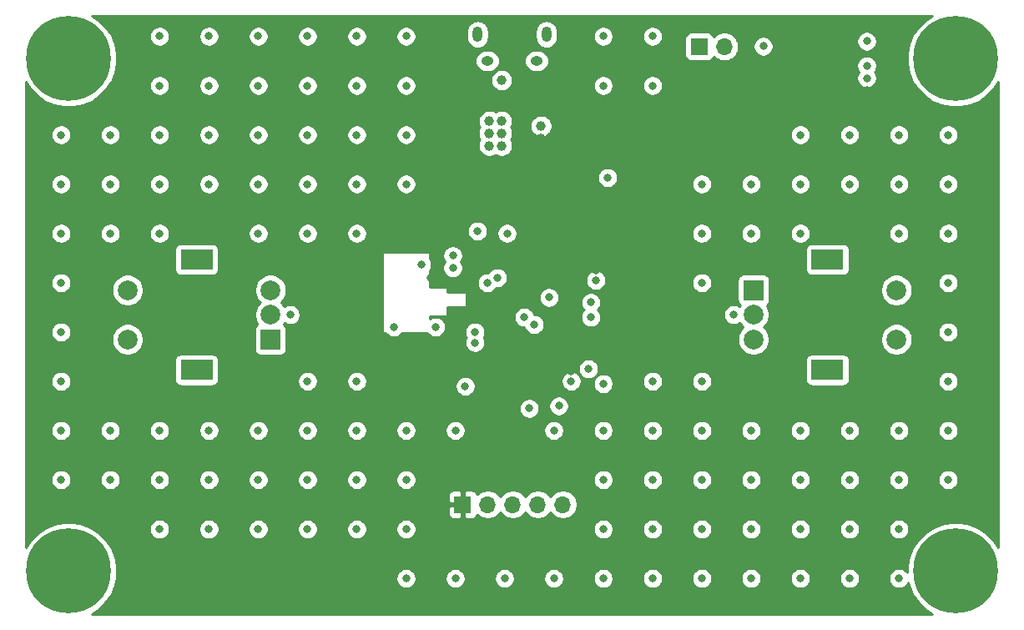
<source format=gbr>
G04 #@! TF.GenerationSoftware,KiCad,Pcbnew,(5.1.5-0-10_14)*
G04 #@! TF.CreationDate,2020-04-18T16:35:32+10:00*
G04 #@! TF.ProjectId,etch-a-sketch,65746368-2d61-42d7-936b-657463682e6b,rev?*
G04 #@! TF.SameCoordinates,Original*
G04 #@! TF.FileFunction,Copper,L3,Inr*
G04 #@! TF.FilePolarity,Positive*
%FSLAX46Y46*%
G04 Gerber Fmt 4.6, Leading zero omitted, Abs format (unit mm)*
G04 Created by KiCad (PCBNEW (5.1.5-0-10_14)) date 2020-04-18 16:35:32*
%MOMM*%
%LPD*%
G04 APERTURE LIST*
%ADD10O,1.700000X1.700000*%
%ADD11R,1.700000X1.700000*%
%ADD12C,8.600000*%
%ADD13C,0.900000*%
%ADD14C,2.000000*%
%ADD15R,3.200000X2.000000*%
%ADD16R,2.000000X2.000000*%
%ADD17O,1.250000X0.950000*%
%ADD18O,1.000000X1.550000*%
%ADD19C,0.800000*%
%ADD20C,1.000000*%
%ADD21C,0.254000*%
G04 APERTURE END LIST*
D10*
X75160000Y-70250000D03*
X72620000Y-70250000D03*
X70080000Y-70250000D03*
X67540000Y-70250000D03*
D11*
X65000000Y-70250000D03*
D12*
X25000000Y-25000000D03*
D13*
X28225000Y-25000000D03*
X27280419Y-27280419D03*
X25000000Y-28225000D03*
X22719581Y-27280419D03*
X21775000Y-25000000D03*
X22719581Y-22719581D03*
X25000000Y-21775000D03*
X27280419Y-22719581D03*
X117280419Y-22719581D03*
X115000000Y-21775000D03*
X112719581Y-22719581D03*
X111775000Y-25000000D03*
X112719581Y-27280419D03*
X115000000Y-28225000D03*
X117280419Y-27280419D03*
X118225000Y-25000000D03*
D12*
X115000000Y-25000000D03*
X25000000Y-77000000D03*
D13*
X28225000Y-77000000D03*
X27280419Y-79280419D03*
X25000000Y-80225000D03*
X22719581Y-79280419D03*
X21775000Y-77000000D03*
X22719581Y-74719581D03*
X25000000Y-73775000D03*
X27280419Y-74719581D03*
X117280419Y-74719581D03*
X115000000Y-73775000D03*
X112719581Y-74719581D03*
X111775000Y-77000000D03*
X112719581Y-79280419D03*
X115000000Y-80225000D03*
X117280419Y-79280419D03*
X118225000Y-77000000D03*
D12*
X115000000Y-77000000D03*
D11*
X89000000Y-23800000D03*
D10*
X91540000Y-23800000D03*
D14*
X109000000Y-53500000D03*
X109000000Y-48500000D03*
D15*
X102000000Y-56600000D03*
X102000000Y-45400000D03*
D14*
X94500000Y-53500000D03*
X94500000Y-51000000D03*
D16*
X94500000Y-48500000D03*
D14*
X31000000Y-48500000D03*
X31000000Y-53500000D03*
D15*
X38000000Y-45400000D03*
X38000000Y-56600000D03*
D14*
X45500000Y-48500000D03*
X45500000Y-51000000D03*
D16*
X45500000Y-53500000D03*
D17*
X67500000Y-25250000D03*
X72500000Y-25250000D03*
D18*
X73500000Y-22550000D03*
X66500000Y-22550000D03*
D19*
X60800000Y-45900000D03*
D20*
X72950000Y-31850000D03*
X68950000Y-31350000D03*
X68950000Y-32600000D03*
X68950000Y-33850000D03*
X67700000Y-31350000D03*
X67700000Y-32600000D03*
X67700000Y-33850000D03*
D19*
X76000000Y-57750000D03*
X77750000Y-56500000D03*
X106000000Y-27000000D03*
X106000000Y-25750000D03*
X106000000Y-23250000D03*
X74750000Y-60250000D03*
X65250000Y-58250000D03*
X78500000Y-47500000D03*
X64000000Y-45000000D03*
X64000000Y-46250000D03*
X66500000Y-42500000D03*
X69500000Y-42750000D03*
X79250000Y-58000000D03*
X47500000Y-51000000D03*
X92500000Y-51000000D03*
X71750000Y-60500000D03*
X79700000Y-37100000D03*
X62250000Y-52250000D03*
X58000000Y-52250000D03*
X34250000Y-22750000D03*
X39250000Y-22750000D03*
X44250000Y-22750000D03*
X49250000Y-22750000D03*
X54250000Y-22750000D03*
X59250000Y-22750000D03*
X59250000Y-27750000D03*
X54250000Y-27750000D03*
X49250000Y-27750000D03*
X44250000Y-27750000D03*
X39250000Y-27750000D03*
X34250000Y-27750000D03*
X34250000Y-32750000D03*
X29250000Y-32750000D03*
X29250000Y-37750000D03*
X34250000Y-37750000D03*
X24250000Y-32750000D03*
X24250000Y-37750000D03*
X39250000Y-32750000D03*
X39250000Y-37750000D03*
X44250000Y-37750000D03*
X44250000Y-32750000D03*
X49250000Y-32750000D03*
X49250000Y-37750000D03*
X54250000Y-32750000D03*
X54250000Y-37750000D03*
X59250000Y-37750000D03*
X59250000Y-32750000D03*
X54250000Y-42750000D03*
X49250000Y-42750000D03*
X24250000Y-42750000D03*
X29250000Y-42750000D03*
X34250000Y-42750000D03*
X44250000Y-42750000D03*
X24250000Y-47750000D03*
X24250000Y-52750000D03*
X24250000Y-57750000D03*
X24250000Y-62750000D03*
X24250000Y-67750000D03*
X29250000Y-62750000D03*
X29250000Y-67750000D03*
X34250000Y-67750000D03*
X34250000Y-62750000D03*
X39250000Y-62750000D03*
X39250000Y-67750000D03*
X34250000Y-72750000D03*
X39250000Y-72750000D03*
X44250000Y-72750000D03*
X44250000Y-67750000D03*
X44250000Y-62750000D03*
X49250000Y-62750000D03*
X49250000Y-57750000D03*
X54250000Y-57750000D03*
X54250000Y-62750000D03*
X49250000Y-67750000D03*
X54250000Y-67750000D03*
X54250000Y-72750000D03*
X49250000Y-72750000D03*
X59250000Y-62750000D03*
X59250000Y-67750000D03*
X59250000Y-72750000D03*
X59250000Y-77750000D03*
X64250000Y-62750000D03*
X74250000Y-62750000D03*
X79250000Y-62750000D03*
X84250000Y-62750000D03*
X79250000Y-67750000D03*
X84250000Y-67750000D03*
X84250000Y-72750000D03*
X79250000Y-72750000D03*
X79250000Y-77750000D03*
X84250000Y-77750000D03*
X64250000Y-77750000D03*
X69250000Y-77750000D03*
X74250000Y-77750000D03*
X89250000Y-62750000D03*
X94250000Y-62750000D03*
X94250000Y-67750000D03*
X89250000Y-67750000D03*
X89250000Y-72750000D03*
X94250000Y-72750000D03*
X94250000Y-77750000D03*
X89250000Y-77750000D03*
X99250000Y-67750000D03*
X109250000Y-67750000D03*
X99250000Y-72750000D03*
X99250000Y-62750000D03*
X109250000Y-72750000D03*
X109250000Y-62750000D03*
X104250000Y-62750000D03*
X104250000Y-72750000D03*
X99250000Y-77750000D03*
X104250000Y-67750000D03*
X109250000Y-77750000D03*
X104250000Y-77750000D03*
X114250000Y-62750000D03*
X114250000Y-67750000D03*
X114250000Y-57750000D03*
X114250000Y-52750000D03*
X114250000Y-47750000D03*
X114250000Y-42750000D03*
X114250000Y-37750000D03*
X109250000Y-37750000D03*
X104250000Y-37750000D03*
X99250000Y-37750000D03*
X99250000Y-32750000D03*
X104250000Y-32750000D03*
X109250000Y-32750000D03*
X114250000Y-32750000D03*
X109250000Y-42750000D03*
X99250000Y-42750000D03*
X94250000Y-42750000D03*
X94250000Y-37750000D03*
X89250000Y-37750000D03*
X89250000Y-42750000D03*
X89250000Y-47750000D03*
X89250000Y-57750000D03*
X84250000Y-57750000D03*
X79250000Y-22750000D03*
X84250000Y-22750000D03*
X84250000Y-27750000D03*
X79250000Y-27750000D03*
D20*
X68950000Y-27200000D03*
X75450000Y-33100000D03*
X72950000Y-33100000D03*
X76950000Y-31600000D03*
X76950000Y-37350000D03*
X72950000Y-36100000D03*
X75450000Y-36100000D03*
D19*
X61750000Y-47250000D03*
X78500000Y-46500000D03*
X56250000Y-53750000D03*
X62700000Y-42000000D03*
X76000000Y-56750000D03*
X68500000Y-58250000D03*
X106000000Y-28250000D03*
X61250000Y-43500000D03*
X71250000Y-51250000D03*
X72250000Y-52000000D03*
X73750000Y-49250000D03*
X95500000Y-23750000D03*
X67500000Y-47750000D03*
X68500000Y-47250000D03*
X78000000Y-51250000D03*
X78000000Y-49750000D03*
X66250000Y-53832052D03*
X66250000Y-52750000D03*
D21*
G36*
X111854121Y-21166735D02*
G01*
X111166735Y-21854121D01*
X110626660Y-22662401D01*
X110254650Y-23560514D01*
X110065000Y-24513945D01*
X110065000Y-25486055D01*
X110254650Y-26439486D01*
X110626660Y-27337599D01*
X111166735Y-28145879D01*
X111854121Y-28833265D01*
X112662401Y-29373340D01*
X113560514Y-29745350D01*
X114513945Y-29935000D01*
X115486055Y-29935000D01*
X116439486Y-29745350D01*
X117337599Y-29373340D01*
X118145879Y-28833265D01*
X118833265Y-28145879D01*
X119340000Y-27387496D01*
X119340001Y-74612506D01*
X118833265Y-73854121D01*
X118145879Y-73166735D01*
X117337599Y-72626660D01*
X116439486Y-72254650D01*
X115486055Y-72065000D01*
X114513945Y-72065000D01*
X113560514Y-72254650D01*
X112662401Y-72626660D01*
X111854121Y-73166735D01*
X111166735Y-73854121D01*
X110626660Y-74662401D01*
X110254650Y-75560514D01*
X110065000Y-76513945D01*
X110065000Y-77106783D01*
X110053937Y-77090226D01*
X109909774Y-76946063D01*
X109740256Y-76832795D01*
X109551898Y-76754774D01*
X109351939Y-76715000D01*
X109148061Y-76715000D01*
X108948102Y-76754774D01*
X108759744Y-76832795D01*
X108590226Y-76946063D01*
X108446063Y-77090226D01*
X108332795Y-77259744D01*
X108254774Y-77448102D01*
X108215000Y-77648061D01*
X108215000Y-77851939D01*
X108254774Y-78051898D01*
X108332795Y-78240256D01*
X108446063Y-78409774D01*
X108590226Y-78553937D01*
X108759744Y-78667205D01*
X108948102Y-78745226D01*
X109148061Y-78785000D01*
X109351939Y-78785000D01*
X109551898Y-78745226D01*
X109740256Y-78667205D01*
X109909774Y-78553937D01*
X110053937Y-78409774D01*
X110167205Y-78240256D01*
X110199508Y-78162270D01*
X110254650Y-78439486D01*
X110626660Y-79337599D01*
X111166735Y-80145879D01*
X111854121Y-80833265D01*
X112612504Y-81340000D01*
X27387496Y-81340000D01*
X28145879Y-80833265D01*
X28833265Y-80145879D01*
X29373340Y-79337599D01*
X29745350Y-78439486D01*
X29902774Y-77648061D01*
X58215000Y-77648061D01*
X58215000Y-77851939D01*
X58254774Y-78051898D01*
X58332795Y-78240256D01*
X58446063Y-78409774D01*
X58590226Y-78553937D01*
X58759744Y-78667205D01*
X58948102Y-78745226D01*
X59148061Y-78785000D01*
X59351939Y-78785000D01*
X59551898Y-78745226D01*
X59740256Y-78667205D01*
X59909774Y-78553937D01*
X60053937Y-78409774D01*
X60167205Y-78240256D01*
X60245226Y-78051898D01*
X60285000Y-77851939D01*
X60285000Y-77648061D01*
X63215000Y-77648061D01*
X63215000Y-77851939D01*
X63254774Y-78051898D01*
X63332795Y-78240256D01*
X63446063Y-78409774D01*
X63590226Y-78553937D01*
X63759744Y-78667205D01*
X63948102Y-78745226D01*
X64148061Y-78785000D01*
X64351939Y-78785000D01*
X64551898Y-78745226D01*
X64740256Y-78667205D01*
X64909774Y-78553937D01*
X65053937Y-78409774D01*
X65167205Y-78240256D01*
X65245226Y-78051898D01*
X65285000Y-77851939D01*
X65285000Y-77648061D01*
X68215000Y-77648061D01*
X68215000Y-77851939D01*
X68254774Y-78051898D01*
X68332795Y-78240256D01*
X68446063Y-78409774D01*
X68590226Y-78553937D01*
X68759744Y-78667205D01*
X68948102Y-78745226D01*
X69148061Y-78785000D01*
X69351939Y-78785000D01*
X69551898Y-78745226D01*
X69740256Y-78667205D01*
X69909774Y-78553937D01*
X70053937Y-78409774D01*
X70167205Y-78240256D01*
X70245226Y-78051898D01*
X70285000Y-77851939D01*
X70285000Y-77648061D01*
X73215000Y-77648061D01*
X73215000Y-77851939D01*
X73254774Y-78051898D01*
X73332795Y-78240256D01*
X73446063Y-78409774D01*
X73590226Y-78553937D01*
X73759744Y-78667205D01*
X73948102Y-78745226D01*
X74148061Y-78785000D01*
X74351939Y-78785000D01*
X74551898Y-78745226D01*
X74740256Y-78667205D01*
X74909774Y-78553937D01*
X75053937Y-78409774D01*
X75167205Y-78240256D01*
X75245226Y-78051898D01*
X75285000Y-77851939D01*
X75285000Y-77648061D01*
X78215000Y-77648061D01*
X78215000Y-77851939D01*
X78254774Y-78051898D01*
X78332795Y-78240256D01*
X78446063Y-78409774D01*
X78590226Y-78553937D01*
X78759744Y-78667205D01*
X78948102Y-78745226D01*
X79148061Y-78785000D01*
X79351939Y-78785000D01*
X79551898Y-78745226D01*
X79740256Y-78667205D01*
X79909774Y-78553937D01*
X80053937Y-78409774D01*
X80167205Y-78240256D01*
X80245226Y-78051898D01*
X80285000Y-77851939D01*
X80285000Y-77648061D01*
X83215000Y-77648061D01*
X83215000Y-77851939D01*
X83254774Y-78051898D01*
X83332795Y-78240256D01*
X83446063Y-78409774D01*
X83590226Y-78553937D01*
X83759744Y-78667205D01*
X83948102Y-78745226D01*
X84148061Y-78785000D01*
X84351939Y-78785000D01*
X84551898Y-78745226D01*
X84740256Y-78667205D01*
X84909774Y-78553937D01*
X85053937Y-78409774D01*
X85167205Y-78240256D01*
X85245226Y-78051898D01*
X85285000Y-77851939D01*
X85285000Y-77648061D01*
X88215000Y-77648061D01*
X88215000Y-77851939D01*
X88254774Y-78051898D01*
X88332795Y-78240256D01*
X88446063Y-78409774D01*
X88590226Y-78553937D01*
X88759744Y-78667205D01*
X88948102Y-78745226D01*
X89148061Y-78785000D01*
X89351939Y-78785000D01*
X89551898Y-78745226D01*
X89740256Y-78667205D01*
X89909774Y-78553937D01*
X90053937Y-78409774D01*
X90167205Y-78240256D01*
X90245226Y-78051898D01*
X90285000Y-77851939D01*
X90285000Y-77648061D01*
X93215000Y-77648061D01*
X93215000Y-77851939D01*
X93254774Y-78051898D01*
X93332795Y-78240256D01*
X93446063Y-78409774D01*
X93590226Y-78553937D01*
X93759744Y-78667205D01*
X93948102Y-78745226D01*
X94148061Y-78785000D01*
X94351939Y-78785000D01*
X94551898Y-78745226D01*
X94740256Y-78667205D01*
X94909774Y-78553937D01*
X95053937Y-78409774D01*
X95167205Y-78240256D01*
X95245226Y-78051898D01*
X95285000Y-77851939D01*
X95285000Y-77648061D01*
X98215000Y-77648061D01*
X98215000Y-77851939D01*
X98254774Y-78051898D01*
X98332795Y-78240256D01*
X98446063Y-78409774D01*
X98590226Y-78553937D01*
X98759744Y-78667205D01*
X98948102Y-78745226D01*
X99148061Y-78785000D01*
X99351939Y-78785000D01*
X99551898Y-78745226D01*
X99740256Y-78667205D01*
X99909774Y-78553937D01*
X100053937Y-78409774D01*
X100167205Y-78240256D01*
X100245226Y-78051898D01*
X100285000Y-77851939D01*
X100285000Y-77648061D01*
X103215000Y-77648061D01*
X103215000Y-77851939D01*
X103254774Y-78051898D01*
X103332795Y-78240256D01*
X103446063Y-78409774D01*
X103590226Y-78553937D01*
X103759744Y-78667205D01*
X103948102Y-78745226D01*
X104148061Y-78785000D01*
X104351939Y-78785000D01*
X104551898Y-78745226D01*
X104740256Y-78667205D01*
X104909774Y-78553937D01*
X105053937Y-78409774D01*
X105167205Y-78240256D01*
X105245226Y-78051898D01*
X105285000Y-77851939D01*
X105285000Y-77648061D01*
X105245226Y-77448102D01*
X105167205Y-77259744D01*
X105053937Y-77090226D01*
X104909774Y-76946063D01*
X104740256Y-76832795D01*
X104551898Y-76754774D01*
X104351939Y-76715000D01*
X104148061Y-76715000D01*
X103948102Y-76754774D01*
X103759744Y-76832795D01*
X103590226Y-76946063D01*
X103446063Y-77090226D01*
X103332795Y-77259744D01*
X103254774Y-77448102D01*
X103215000Y-77648061D01*
X100285000Y-77648061D01*
X100245226Y-77448102D01*
X100167205Y-77259744D01*
X100053937Y-77090226D01*
X99909774Y-76946063D01*
X99740256Y-76832795D01*
X99551898Y-76754774D01*
X99351939Y-76715000D01*
X99148061Y-76715000D01*
X98948102Y-76754774D01*
X98759744Y-76832795D01*
X98590226Y-76946063D01*
X98446063Y-77090226D01*
X98332795Y-77259744D01*
X98254774Y-77448102D01*
X98215000Y-77648061D01*
X95285000Y-77648061D01*
X95245226Y-77448102D01*
X95167205Y-77259744D01*
X95053937Y-77090226D01*
X94909774Y-76946063D01*
X94740256Y-76832795D01*
X94551898Y-76754774D01*
X94351939Y-76715000D01*
X94148061Y-76715000D01*
X93948102Y-76754774D01*
X93759744Y-76832795D01*
X93590226Y-76946063D01*
X93446063Y-77090226D01*
X93332795Y-77259744D01*
X93254774Y-77448102D01*
X93215000Y-77648061D01*
X90285000Y-77648061D01*
X90245226Y-77448102D01*
X90167205Y-77259744D01*
X90053937Y-77090226D01*
X89909774Y-76946063D01*
X89740256Y-76832795D01*
X89551898Y-76754774D01*
X89351939Y-76715000D01*
X89148061Y-76715000D01*
X88948102Y-76754774D01*
X88759744Y-76832795D01*
X88590226Y-76946063D01*
X88446063Y-77090226D01*
X88332795Y-77259744D01*
X88254774Y-77448102D01*
X88215000Y-77648061D01*
X85285000Y-77648061D01*
X85245226Y-77448102D01*
X85167205Y-77259744D01*
X85053937Y-77090226D01*
X84909774Y-76946063D01*
X84740256Y-76832795D01*
X84551898Y-76754774D01*
X84351939Y-76715000D01*
X84148061Y-76715000D01*
X83948102Y-76754774D01*
X83759744Y-76832795D01*
X83590226Y-76946063D01*
X83446063Y-77090226D01*
X83332795Y-77259744D01*
X83254774Y-77448102D01*
X83215000Y-77648061D01*
X80285000Y-77648061D01*
X80245226Y-77448102D01*
X80167205Y-77259744D01*
X80053937Y-77090226D01*
X79909774Y-76946063D01*
X79740256Y-76832795D01*
X79551898Y-76754774D01*
X79351939Y-76715000D01*
X79148061Y-76715000D01*
X78948102Y-76754774D01*
X78759744Y-76832795D01*
X78590226Y-76946063D01*
X78446063Y-77090226D01*
X78332795Y-77259744D01*
X78254774Y-77448102D01*
X78215000Y-77648061D01*
X75285000Y-77648061D01*
X75245226Y-77448102D01*
X75167205Y-77259744D01*
X75053937Y-77090226D01*
X74909774Y-76946063D01*
X74740256Y-76832795D01*
X74551898Y-76754774D01*
X74351939Y-76715000D01*
X74148061Y-76715000D01*
X73948102Y-76754774D01*
X73759744Y-76832795D01*
X73590226Y-76946063D01*
X73446063Y-77090226D01*
X73332795Y-77259744D01*
X73254774Y-77448102D01*
X73215000Y-77648061D01*
X70285000Y-77648061D01*
X70245226Y-77448102D01*
X70167205Y-77259744D01*
X70053937Y-77090226D01*
X69909774Y-76946063D01*
X69740256Y-76832795D01*
X69551898Y-76754774D01*
X69351939Y-76715000D01*
X69148061Y-76715000D01*
X68948102Y-76754774D01*
X68759744Y-76832795D01*
X68590226Y-76946063D01*
X68446063Y-77090226D01*
X68332795Y-77259744D01*
X68254774Y-77448102D01*
X68215000Y-77648061D01*
X65285000Y-77648061D01*
X65245226Y-77448102D01*
X65167205Y-77259744D01*
X65053937Y-77090226D01*
X64909774Y-76946063D01*
X64740256Y-76832795D01*
X64551898Y-76754774D01*
X64351939Y-76715000D01*
X64148061Y-76715000D01*
X63948102Y-76754774D01*
X63759744Y-76832795D01*
X63590226Y-76946063D01*
X63446063Y-77090226D01*
X63332795Y-77259744D01*
X63254774Y-77448102D01*
X63215000Y-77648061D01*
X60285000Y-77648061D01*
X60245226Y-77448102D01*
X60167205Y-77259744D01*
X60053937Y-77090226D01*
X59909774Y-76946063D01*
X59740256Y-76832795D01*
X59551898Y-76754774D01*
X59351939Y-76715000D01*
X59148061Y-76715000D01*
X58948102Y-76754774D01*
X58759744Y-76832795D01*
X58590226Y-76946063D01*
X58446063Y-77090226D01*
X58332795Y-77259744D01*
X58254774Y-77448102D01*
X58215000Y-77648061D01*
X29902774Y-77648061D01*
X29935000Y-77486055D01*
X29935000Y-76513945D01*
X29745350Y-75560514D01*
X29373340Y-74662401D01*
X28833265Y-73854121D01*
X28145879Y-73166735D01*
X27369628Y-72648061D01*
X33215000Y-72648061D01*
X33215000Y-72851939D01*
X33254774Y-73051898D01*
X33332795Y-73240256D01*
X33446063Y-73409774D01*
X33590226Y-73553937D01*
X33759744Y-73667205D01*
X33948102Y-73745226D01*
X34148061Y-73785000D01*
X34351939Y-73785000D01*
X34551898Y-73745226D01*
X34740256Y-73667205D01*
X34909774Y-73553937D01*
X35053937Y-73409774D01*
X35167205Y-73240256D01*
X35245226Y-73051898D01*
X35285000Y-72851939D01*
X35285000Y-72648061D01*
X38215000Y-72648061D01*
X38215000Y-72851939D01*
X38254774Y-73051898D01*
X38332795Y-73240256D01*
X38446063Y-73409774D01*
X38590226Y-73553937D01*
X38759744Y-73667205D01*
X38948102Y-73745226D01*
X39148061Y-73785000D01*
X39351939Y-73785000D01*
X39551898Y-73745226D01*
X39740256Y-73667205D01*
X39909774Y-73553937D01*
X40053937Y-73409774D01*
X40167205Y-73240256D01*
X40245226Y-73051898D01*
X40285000Y-72851939D01*
X40285000Y-72648061D01*
X43215000Y-72648061D01*
X43215000Y-72851939D01*
X43254774Y-73051898D01*
X43332795Y-73240256D01*
X43446063Y-73409774D01*
X43590226Y-73553937D01*
X43759744Y-73667205D01*
X43948102Y-73745226D01*
X44148061Y-73785000D01*
X44351939Y-73785000D01*
X44551898Y-73745226D01*
X44740256Y-73667205D01*
X44909774Y-73553937D01*
X45053937Y-73409774D01*
X45167205Y-73240256D01*
X45245226Y-73051898D01*
X45285000Y-72851939D01*
X45285000Y-72648061D01*
X48215000Y-72648061D01*
X48215000Y-72851939D01*
X48254774Y-73051898D01*
X48332795Y-73240256D01*
X48446063Y-73409774D01*
X48590226Y-73553937D01*
X48759744Y-73667205D01*
X48948102Y-73745226D01*
X49148061Y-73785000D01*
X49351939Y-73785000D01*
X49551898Y-73745226D01*
X49740256Y-73667205D01*
X49909774Y-73553937D01*
X50053937Y-73409774D01*
X50167205Y-73240256D01*
X50245226Y-73051898D01*
X50285000Y-72851939D01*
X50285000Y-72648061D01*
X53215000Y-72648061D01*
X53215000Y-72851939D01*
X53254774Y-73051898D01*
X53332795Y-73240256D01*
X53446063Y-73409774D01*
X53590226Y-73553937D01*
X53759744Y-73667205D01*
X53948102Y-73745226D01*
X54148061Y-73785000D01*
X54351939Y-73785000D01*
X54551898Y-73745226D01*
X54740256Y-73667205D01*
X54909774Y-73553937D01*
X55053937Y-73409774D01*
X55167205Y-73240256D01*
X55245226Y-73051898D01*
X55285000Y-72851939D01*
X55285000Y-72648061D01*
X58215000Y-72648061D01*
X58215000Y-72851939D01*
X58254774Y-73051898D01*
X58332795Y-73240256D01*
X58446063Y-73409774D01*
X58590226Y-73553937D01*
X58759744Y-73667205D01*
X58948102Y-73745226D01*
X59148061Y-73785000D01*
X59351939Y-73785000D01*
X59551898Y-73745226D01*
X59740256Y-73667205D01*
X59909774Y-73553937D01*
X60053937Y-73409774D01*
X60167205Y-73240256D01*
X60245226Y-73051898D01*
X60285000Y-72851939D01*
X60285000Y-72648061D01*
X78215000Y-72648061D01*
X78215000Y-72851939D01*
X78254774Y-73051898D01*
X78332795Y-73240256D01*
X78446063Y-73409774D01*
X78590226Y-73553937D01*
X78759744Y-73667205D01*
X78948102Y-73745226D01*
X79148061Y-73785000D01*
X79351939Y-73785000D01*
X79551898Y-73745226D01*
X79740256Y-73667205D01*
X79909774Y-73553937D01*
X80053937Y-73409774D01*
X80167205Y-73240256D01*
X80245226Y-73051898D01*
X80285000Y-72851939D01*
X80285000Y-72648061D01*
X83215000Y-72648061D01*
X83215000Y-72851939D01*
X83254774Y-73051898D01*
X83332795Y-73240256D01*
X83446063Y-73409774D01*
X83590226Y-73553937D01*
X83759744Y-73667205D01*
X83948102Y-73745226D01*
X84148061Y-73785000D01*
X84351939Y-73785000D01*
X84551898Y-73745226D01*
X84740256Y-73667205D01*
X84909774Y-73553937D01*
X85053937Y-73409774D01*
X85167205Y-73240256D01*
X85245226Y-73051898D01*
X85285000Y-72851939D01*
X85285000Y-72648061D01*
X88215000Y-72648061D01*
X88215000Y-72851939D01*
X88254774Y-73051898D01*
X88332795Y-73240256D01*
X88446063Y-73409774D01*
X88590226Y-73553937D01*
X88759744Y-73667205D01*
X88948102Y-73745226D01*
X89148061Y-73785000D01*
X89351939Y-73785000D01*
X89551898Y-73745226D01*
X89740256Y-73667205D01*
X89909774Y-73553937D01*
X90053937Y-73409774D01*
X90167205Y-73240256D01*
X90245226Y-73051898D01*
X90285000Y-72851939D01*
X90285000Y-72648061D01*
X93215000Y-72648061D01*
X93215000Y-72851939D01*
X93254774Y-73051898D01*
X93332795Y-73240256D01*
X93446063Y-73409774D01*
X93590226Y-73553937D01*
X93759744Y-73667205D01*
X93948102Y-73745226D01*
X94148061Y-73785000D01*
X94351939Y-73785000D01*
X94551898Y-73745226D01*
X94740256Y-73667205D01*
X94909774Y-73553937D01*
X95053937Y-73409774D01*
X95167205Y-73240256D01*
X95245226Y-73051898D01*
X95285000Y-72851939D01*
X95285000Y-72648061D01*
X98215000Y-72648061D01*
X98215000Y-72851939D01*
X98254774Y-73051898D01*
X98332795Y-73240256D01*
X98446063Y-73409774D01*
X98590226Y-73553937D01*
X98759744Y-73667205D01*
X98948102Y-73745226D01*
X99148061Y-73785000D01*
X99351939Y-73785000D01*
X99551898Y-73745226D01*
X99740256Y-73667205D01*
X99909774Y-73553937D01*
X100053937Y-73409774D01*
X100167205Y-73240256D01*
X100245226Y-73051898D01*
X100285000Y-72851939D01*
X100285000Y-72648061D01*
X103215000Y-72648061D01*
X103215000Y-72851939D01*
X103254774Y-73051898D01*
X103332795Y-73240256D01*
X103446063Y-73409774D01*
X103590226Y-73553937D01*
X103759744Y-73667205D01*
X103948102Y-73745226D01*
X104148061Y-73785000D01*
X104351939Y-73785000D01*
X104551898Y-73745226D01*
X104740256Y-73667205D01*
X104909774Y-73553937D01*
X105053937Y-73409774D01*
X105167205Y-73240256D01*
X105245226Y-73051898D01*
X105285000Y-72851939D01*
X105285000Y-72648061D01*
X108215000Y-72648061D01*
X108215000Y-72851939D01*
X108254774Y-73051898D01*
X108332795Y-73240256D01*
X108446063Y-73409774D01*
X108590226Y-73553937D01*
X108759744Y-73667205D01*
X108948102Y-73745226D01*
X109148061Y-73785000D01*
X109351939Y-73785000D01*
X109551898Y-73745226D01*
X109740256Y-73667205D01*
X109909774Y-73553937D01*
X110053937Y-73409774D01*
X110167205Y-73240256D01*
X110245226Y-73051898D01*
X110285000Y-72851939D01*
X110285000Y-72648061D01*
X110245226Y-72448102D01*
X110167205Y-72259744D01*
X110053937Y-72090226D01*
X109909774Y-71946063D01*
X109740256Y-71832795D01*
X109551898Y-71754774D01*
X109351939Y-71715000D01*
X109148061Y-71715000D01*
X108948102Y-71754774D01*
X108759744Y-71832795D01*
X108590226Y-71946063D01*
X108446063Y-72090226D01*
X108332795Y-72259744D01*
X108254774Y-72448102D01*
X108215000Y-72648061D01*
X105285000Y-72648061D01*
X105245226Y-72448102D01*
X105167205Y-72259744D01*
X105053937Y-72090226D01*
X104909774Y-71946063D01*
X104740256Y-71832795D01*
X104551898Y-71754774D01*
X104351939Y-71715000D01*
X104148061Y-71715000D01*
X103948102Y-71754774D01*
X103759744Y-71832795D01*
X103590226Y-71946063D01*
X103446063Y-72090226D01*
X103332795Y-72259744D01*
X103254774Y-72448102D01*
X103215000Y-72648061D01*
X100285000Y-72648061D01*
X100245226Y-72448102D01*
X100167205Y-72259744D01*
X100053937Y-72090226D01*
X99909774Y-71946063D01*
X99740256Y-71832795D01*
X99551898Y-71754774D01*
X99351939Y-71715000D01*
X99148061Y-71715000D01*
X98948102Y-71754774D01*
X98759744Y-71832795D01*
X98590226Y-71946063D01*
X98446063Y-72090226D01*
X98332795Y-72259744D01*
X98254774Y-72448102D01*
X98215000Y-72648061D01*
X95285000Y-72648061D01*
X95245226Y-72448102D01*
X95167205Y-72259744D01*
X95053937Y-72090226D01*
X94909774Y-71946063D01*
X94740256Y-71832795D01*
X94551898Y-71754774D01*
X94351939Y-71715000D01*
X94148061Y-71715000D01*
X93948102Y-71754774D01*
X93759744Y-71832795D01*
X93590226Y-71946063D01*
X93446063Y-72090226D01*
X93332795Y-72259744D01*
X93254774Y-72448102D01*
X93215000Y-72648061D01*
X90285000Y-72648061D01*
X90245226Y-72448102D01*
X90167205Y-72259744D01*
X90053937Y-72090226D01*
X89909774Y-71946063D01*
X89740256Y-71832795D01*
X89551898Y-71754774D01*
X89351939Y-71715000D01*
X89148061Y-71715000D01*
X88948102Y-71754774D01*
X88759744Y-71832795D01*
X88590226Y-71946063D01*
X88446063Y-72090226D01*
X88332795Y-72259744D01*
X88254774Y-72448102D01*
X88215000Y-72648061D01*
X85285000Y-72648061D01*
X85245226Y-72448102D01*
X85167205Y-72259744D01*
X85053937Y-72090226D01*
X84909774Y-71946063D01*
X84740256Y-71832795D01*
X84551898Y-71754774D01*
X84351939Y-71715000D01*
X84148061Y-71715000D01*
X83948102Y-71754774D01*
X83759744Y-71832795D01*
X83590226Y-71946063D01*
X83446063Y-72090226D01*
X83332795Y-72259744D01*
X83254774Y-72448102D01*
X83215000Y-72648061D01*
X80285000Y-72648061D01*
X80245226Y-72448102D01*
X80167205Y-72259744D01*
X80053937Y-72090226D01*
X79909774Y-71946063D01*
X79740256Y-71832795D01*
X79551898Y-71754774D01*
X79351939Y-71715000D01*
X79148061Y-71715000D01*
X78948102Y-71754774D01*
X78759744Y-71832795D01*
X78590226Y-71946063D01*
X78446063Y-72090226D01*
X78332795Y-72259744D01*
X78254774Y-72448102D01*
X78215000Y-72648061D01*
X60285000Y-72648061D01*
X60245226Y-72448102D01*
X60167205Y-72259744D01*
X60053937Y-72090226D01*
X59909774Y-71946063D01*
X59740256Y-71832795D01*
X59551898Y-71754774D01*
X59351939Y-71715000D01*
X59148061Y-71715000D01*
X58948102Y-71754774D01*
X58759744Y-71832795D01*
X58590226Y-71946063D01*
X58446063Y-72090226D01*
X58332795Y-72259744D01*
X58254774Y-72448102D01*
X58215000Y-72648061D01*
X55285000Y-72648061D01*
X55245226Y-72448102D01*
X55167205Y-72259744D01*
X55053937Y-72090226D01*
X54909774Y-71946063D01*
X54740256Y-71832795D01*
X54551898Y-71754774D01*
X54351939Y-71715000D01*
X54148061Y-71715000D01*
X53948102Y-71754774D01*
X53759744Y-71832795D01*
X53590226Y-71946063D01*
X53446063Y-72090226D01*
X53332795Y-72259744D01*
X53254774Y-72448102D01*
X53215000Y-72648061D01*
X50285000Y-72648061D01*
X50245226Y-72448102D01*
X50167205Y-72259744D01*
X50053937Y-72090226D01*
X49909774Y-71946063D01*
X49740256Y-71832795D01*
X49551898Y-71754774D01*
X49351939Y-71715000D01*
X49148061Y-71715000D01*
X48948102Y-71754774D01*
X48759744Y-71832795D01*
X48590226Y-71946063D01*
X48446063Y-72090226D01*
X48332795Y-72259744D01*
X48254774Y-72448102D01*
X48215000Y-72648061D01*
X45285000Y-72648061D01*
X45245226Y-72448102D01*
X45167205Y-72259744D01*
X45053937Y-72090226D01*
X44909774Y-71946063D01*
X44740256Y-71832795D01*
X44551898Y-71754774D01*
X44351939Y-71715000D01*
X44148061Y-71715000D01*
X43948102Y-71754774D01*
X43759744Y-71832795D01*
X43590226Y-71946063D01*
X43446063Y-72090226D01*
X43332795Y-72259744D01*
X43254774Y-72448102D01*
X43215000Y-72648061D01*
X40285000Y-72648061D01*
X40245226Y-72448102D01*
X40167205Y-72259744D01*
X40053937Y-72090226D01*
X39909774Y-71946063D01*
X39740256Y-71832795D01*
X39551898Y-71754774D01*
X39351939Y-71715000D01*
X39148061Y-71715000D01*
X38948102Y-71754774D01*
X38759744Y-71832795D01*
X38590226Y-71946063D01*
X38446063Y-72090226D01*
X38332795Y-72259744D01*
X38254774Y-72448102D01*
X38215000Y-72648061D01*
X35285000Y-72648061D01*
X35245226Y-72448102D01*
X35167205Y-72259744D01*
X35053937Y-72090226D01*
X34909774Y-71946063D01*
X34740256Y-71832795D01*
X34551898Y-71754774D01*
X34351939Y-71715000D01*
X34148061Y-71715000D01*
X33948102Y-71754774D01*
X33759744Y-71832795D01*
X33590226Y-71946063D01*
X33446063Y-72090226D01*
X33332795Y-72259744D01*
X33254774Y-72448102D01*
X33215000Y-72648061D01*
X27369628Y-72648061D01*
X27337599Y-72626660D01*
X26439486Y-72254650D01*
X25486055Y-72065000D01*
X24513945Y-72065000D01*
X23560514Y-72254650D01*
X22662401Y-72626660D01*
X21854121Y-73166735D01*
X21166735Y-73854121D01*
X20660000Y-74612504D01*
X20660000Y-71100000D01*
X63511928Y-71100000D01*
X63524188Y-71224482D01*
X63560498Y-71344180D01*
X63619463Y-71454494D01*
X63698815Y-71551185D01*
X63795506Y-71630537D01*
X63905820Y-71689502D01*
X64025518Y-71725812D01*
X64150000Y-71738072D01*
X64714250Y-71735000D01*
X64873000Y-71576250D01*
X64873000Y-70377000D01*
X63673750Y-70377000D01*
X63515000Y-70535750D01*
X63511928Y-71100000D01*
X20660000Y-71100000D01*
X20660000Y-69400000D01*
X63511928Y-69400000D01*
X63515000Y-69964250D01*
X63673750Y-70123000D01*
X64873000Y-70123000D01*
X64873000Y-68923750D01*
X65127000Y-68923750D01*
X65127000Y-70123000D01*
X65147000Y-70123000D01*
X65147000Y-70377000D01*
X65127000Y-70377000D01*
X65127000Y-71576250D01*
X65285750Y-71735000D01*
X65850000Y-71738072D01*
X65974482Y-71725812D01*
X66094180Y-71689502D01*
X66204494Y-71630537D01*
X66301185Y-71551185D01*
X66380537Y-71454494D01*
X66439502Y-71344180D01*
X66461513Y-71271620D01*
X66593368Y-71403475D01*
X66836589Y-71565990D01*
X67106842Y-71677932D01*
X67393740Y-71735000D01*
X67686260Y-71735000D01*
X67973158Y-71677932D01*
X68243411Y-71565990D01*
X68486632Y-71403475D01*
X68693475Y-71196632D01*
X68810000Y-71022240D01*
X68926525Y-71196632D01*
X69133368Y-71403475D01*
X69376589Y-71565990D01*
X69646842Y-71677932D01*
X69933740Y-71735000D01*
X70226260Y-71735000D01*
X70513158Y-71677932D01*
X70783411Y-71565990D01*
X71026632Y-71403475D01*
X71233475Y-71196632D01*
X71350000Y-71022240D01*
X71466525Y-71196632D01*
X71673368Y-71403475D01*
X71916589Y-71565990D01*
X72186842Y-71677932D01*
X72473740Y-71735000D01*
X72766260Y-71735000D01*
X73053158Y-71677932D01*
X73323411Y-71565990D01*
X73566632Y-71403475D01*
X73773475Y-71196632D01*
X73890000Y-71022240D01*
X74006525Y-71196632D01*
X74213368Y-71403475D01*
X74456589Y-71565990D01*
X74726842Y-71677932D01*
X75013740Y-71735000D01*
X75306260Y-71735000D01*
X75593158Y-71677932D01*
X75863411Y-71565990D01*
X76106632Y-71403475D01*
X76313475Y-71196632D01*
X76475990Y-70953411D01*
X76587932Y-70683158D01*
X76645000Y-70396260D01*
X76645000Y-70103740D01*
X76587932Y-69816842D01*
X76475990Y-69546589D01*
X76313475Y-69303368D01*
X76106632Y-69096525D01*
X75863411Y-68934010D01*
X75593158Y-68822068D01*
X75306260Y-68765000D01*
X75013740Y-68765000D01*
X74726842Y-68822068D01*
X74456589Y-68934010D01*
X74213368Y-69096525D01*
X74006525Y-69303368D01*
X73890000Y-69477760D01*
X73773475Y-69303368D01*
X73566632Y-69096525D01*
X73323411Y-68934010D01*
X73053158Y-68822068D01*
X72766260Y-68765000D01*
X72473740Y-68765000D01*
X72186842Y-68822068D01*
X71916589Y-68934010D01*
X71673368Y-69096525D01*
X71466525Y-69303368D01*
X71350000Y-69477760D01*
X71233475Y-69303368D01*
X71026632Y-69096525D01*
X70783411Y-68934010D01*
X70513158Y-68822068D01*
X70226260Y-68765000D01*
X69933740Y-68765000D01*
X69646842Y-68822068D01*
X69376589Y-68934010D01*
X69133368Y-69096525D01*
X68926525Y-69303368D01*
X68810000Y-69477760D01*
X68693475Y-69303368D01*
X68486632Y-69096525D01*
X68243411Y-68934010D01*
X67973158Y-68822068D01*
X67686260Y-68765000D01*
X67393740Y-68765000D01*
X67106842Y-68822068D01*
X66836589Y-68934010D01*
X66593368Y-69096525D01*
X66461513Y-69228380D01*
X66439502Y-69155820D01*
X66380537Y-69045506D01*
X66301185Y-68948815D01*
X66204494Y-68869463D01*
X66094180Y-68810498D01*
X65974482Y-68774188D01*
X65850000Y-68761928D01*
X65285750Y-68765000D01*
X65127000Y-68923750D01*
X64873000Y-68923750D01*
X64714250Y-68765000D01*
X64150000Y-68761928D01*
X64025518Y-68774188D01*
X63905820Y-68810498D01*
X63795506Y-68869463D01*
X63698815Y-68948815D01*
X63619463Y-69045506D01*
X63560498Y-69155820D01*
X63524188Y-69275518D01*
X63511928Y-69400000D01*
X20660000Y-69400000D01*
X20660000Y-67648061D01*
X23215000Y-67648061D01*
X23215000Y-67851939D01*
X23254774Y-68051898D01*
X23332795Y-68240256D01*
X23446063Y-68409774D01*
X23590226Y-68553937D01*
X23759744Y-68667205D01*
X23948102Y-68745226D01*
X24148061Y-68785000D01*
X24351939Y-68785000D01*
X24551898Y-68745226D01*
X24740256Y-68667205D01*
X24909774Y-68553937D01*
X25053937Y-68409774D01*
X25167205Y-68240256D01*
X25245226Y-68051898D01*
X25285000Y-67851939D01*
X25285000Y-67648061D01*
X28215000Y-67648061D01*
X28215000Y-67851939D01*
X28254774Y-68051898D01*
X28332795Y-68240256D01*
X28446063Y-68409774D01*
X28590226Y-68553937D01*
X28759744Y-68667205D01*
X28948102Y-68745226D01*
X29148061Y-68785000D01*
X29351939Y-68785000D01*
X29551898Y-68745226D01*
X29740256Y-68667205D01*
X29909774Y-68553937D01*
X30053937Y-68409774D01*
X30167205Y-68240256D01*
X30245226Y-68051898D01*
X30285000Y-67851939D01*
X30285000Y-67648061D01*
X33215000Y-67648061D01*
X33215000Y-67851939D01*
X33254774Y-68051898D01*
X33332795Y-68240256D01*
X33446063Y-68409774D01*
X33590226Y-68553937D01*
X33759744Y-68667205D01*
X33948102Y-68745226D01*
X34148061Y-68785000D01*
X34351939Y-68785000D01*
X34551898Y-68745226D01*
X34740256Y-68667205D01*
X34909774Y-68553937D01*
X35053937Y-68409774D01*
X35167205Y-68240256D01*
X35245226Y-68051898D01*
X35285000Y-67851939D01*
X35285000Y-67648061D01*
X38215000Y-67648061D01*
X38215000Y-67851939D01*
X38254774Y-68051898D01*
X38332795Y-68240256D01*
X38446063Y-68409774D01*
X38590226Y-68553937D01*
X38759744Y-68667205D01*
X38948102Y-68745226D01*
X39148061Y-68785000D01*
X39351939Y-68785000D01*
X39551898Y-68745226D01*
X39740256Y-68667205D01*
X39909774Y-68553937D01*
X40053937Y-68409774D01*
X40167205Y-68240256D01*
X40245226Y-68051898D01*
X40285000Y-67851939D01*
X40285000Y-67648061D01*
X43215000Y-67648061D01*
X43215000Y-67851939D01*
X43254774Y-68051898D01*
X43332795Y-68240256D01*
X43446063Y-68409774D01*
X43590226Y-68553937D01*
X43759744Y-68667205D01*
X43948102Y-68745226D01*
X44148061Y-68785000D01*
X44351939Y-68785000D01*
X44551898Y-68745226D01*
X44740256Y-68667205D01*
X44909774Y-68553937D01*
X45053937Y-68409774D01*
X45167205Y-68240256D01*
X45245226Y-68051898D01*
X45285000Y-67851939D01*
X45285000Y-67648061D01*
X48215000Y-67648061D01*
X48215000Y-67851939D01*
X48254774Y-68051898D01*
X48332795Y-68240256D01*
X48446063Y-68409774D01*
X48590226Y-68553937D01*
X48759744Y-68667205D01*
X48948102Y-68745226D01*
X49148061Y-68785000D01*
X49351939Y-68785000D01*
X49551898Y-68745226D01*
X49740256Y-68667205D01*
X49909774Y-68553937D01*
X50053937Y-68409774D01*
X50167205Y-68240256D01*
X50245226Y-68051898D01*
X50285000Y-67851939D01*
X50285000Y-67648061D01*
X53215000Y-67648061D01*
X53215000Y-67851939D01*
X53254774Y-68051898D01*
X53332795Y-68240256D01*
X53446063Y-68409774D01*
X53590226Y-68553937D01*
X53759744Y-68667205D01*
X53948102Y-68745226D01*
X54148061Y-68785000D01*
X54351939Y-68785000D01*
X54551898Y-68745226D01*
X54740256Y-68667205D01*
X54909774Y-68553937D01*
X55053937Y-68409774D01*
X55167205Y-68240256D01*
X55245226Y-68051898D01*
X55285000Y-67851939D01*
X55285000Y-67648061D01*
X58215000Y-67648061D01*
X58215000Y-67851939D01*
X58254774Y-68051898D01*
X58332795Y-68240256D01*
X58446063Y-68409774D01*
X58590226Y-68553937D01*
X58759744Y-68667205D01*
X58948102Y-68745226D01*
X59148061Y-68785000D01*
X59351939Y-68785000D01*
X59551898Y-68745226D01*
X59740256Y-68667205D01*
X59909774Y-68553937D01*
X60053937Y-68409774D01*
X60167205Y-68240256D01*
X60245226Y-68051898D01*
X60285000Y-67851939D01*
X60285000Y-67648061D01*
X78215000Y-67648061D01*
X78215000Y-67851939D01*
X78254774Y-68051898D01*
X78332795Y-68240256D01*
X78446063Y-68409774D01*
X78590226Y-68553937D01*
X78759744Y-68667205D01*
X78948102Y-68745226D01*
X79148061Y-68785000D01*
X79351939Y-68785000D01*
X79551898Y-68745226D01*
X79740256Y-68667205D01*
X79909774Y-68553937D01*
X80053937Y-68409774D01*
X80167205Y-68240256D01*
X80245226Y-68051898D01*
X80285000Y-67851939D01*
X80285000Y-67648061D01*
X83215000Y-67648061D01*
X83215000Y-67851939D01*
X83254774Y-68051898D01*
X83332795Y-68240256D01*
X83446063Y-68409774D01*
X83590226Y-68553937D01*
X83759744Y-68667205D01*
X83948102Y-68745226D01*
X84148061Y-68785000D01*
X84351939Y-68785000D01*
X84551898Y-68745226D01*
X84740256Y-68667205D01*
X84909774Y-68553937D01*
X85053937Y-68409774D01*
X85167205Y-68240256D01*
X85245226Y-68051898D01*
X85285000Y-67851939D01*
X85285000Y-67648061D01*
X88215000Y-67648061D01*
X88215000Y-67851939D01*
X88254774Y-68051898D01*
X88332795Y-68240256D01*
X88446063Y-68409774D01*
X88590226Y-68553937D01*
X88759744Y-68667205D01*
X88948102Y-68745226D01*
X89148061Y-68785000D01*
X89351939Y-68785000D01*
X89551898Y-68745226D01*
X89740256Y-68667205D01*
X89909774Y-68553937D01*
X90053937Y-68409774D01*
X90167205Y-68240256D01*
X90245226Y-68051898D01*
X90285000Y-67851939D01*
X90285000Y-67648061D01*
X93215000Y-67648061D01*
X93215000Y-67851939D01*
X93254774Y-68051898D01*
X93332795Y-68240256D01*
X93446063Y-68409774D01*
X93590226Y-68553937D01*
X93759744Y-68667205D01*
X93948102Y-68745226D01*
X94148061Y-68785000D01*
X94351939Y-68785000D01*
X94551898Y-68745226D01*
X94740256Y-68667205D01*
X94909774Y-68553937D01*
X95053937Y-68409774D01*
X95167205Y-68240256D01*
X95245226Y-68051898D01*
X95285000Y-67851939D01*
X95285000Y-67648061D01*
X98215000Y-67648061D01*
X98215000Y-67851939D01*
X98254774Y-68051898D01*
X98332795Y-68240256D01*
X98446063Y-68409774D01*
X98590226Y-68553937D01*
X98759744Y-68667205D01*
X98948102Y-68745226D01*
X99148061Y-68785000D01*
X99351939Y-68785000D01*
X99551898Y-68745226D01*
X99740256Y-68667205D01*
X99909774Y-68553937D01*
X100053937Y-68409774D01*
X100167205Y-68240256D01*
X100245226Y-68051898D01*
X100285000Y-67851939D01*
X100285000Y-67648061D01*
X103215000Y-67648061D01*
X103215000Y-67851939D01*
X103254774Y-68051898D01*
X103332795Y-68240256D01*
X103446063Y-68409774D01*
X103590226Y-68553937D01*
X103759744Y-68667205D01*
X103948102Y-68745226D01*
X104148061Y-68785000D01*
X104351939Y-68785000D01*
X104551898Y-68745226D01*
X104740256Y-68667205D01*
X104909774Y-68553937D01*
X105053937Y-68409774D01*
X105167205Y-68240256D01*
X105245226Y-68051898D01*
X105285000Y-67851939D01*
X105285000Y-67648061D01*
X108215000Y-67648061D01*
X108215000Y-67851939D01*
X108254774Y-68051898D01*
X108332795Y-68240256D01*
X108446063Y-68409774D01*
X108590226Y-68553937D01*
X108759744Y-68667205D01*
X108948102Y-68745226D01*
X109148061Y-68785000D01*
X109351939Y-68785000D01*
X109551898Y-68745226D01*
X109740256Y-68667205D01*
X109909774Y-68553937D01*
X110053937Y-68409774D01*
X110167205Y-68240256D01*
X110245226Y-68051898D01*
X110285000Y-67851939D01*
X110285000Y-67648061D01*
X113215000Y-67648061D01*
X113215000Y-67851939D01*
X113254774Y-68051898D01*
X113332795Y-68240256D01*
X113446063Y-68409774D01*
X113590226Y-68553937D01*
X113759744Y-68667205D01*
X113948102Y-68745226D01*
X114148061Y-68785000D01*
X114351939Y-68785000D01*
X114551898Y-68745226D01*
X114740256Y-68667205D01*
X114909774Y-68553937D01*
X115053937Y-68409774D01*
X115167205Y-68240256D01*
X115245226Y-68051898D01*
X115285000Y-67851939D01*
X115285000Y-67648061D01*
X115245226Y-67448102D01*
X115167205Y-67259744D01*
X115053937Y-67090226D01*
X114909774Y-66946063D01*
X114740256Y-66832795D01*
X114551898Y-66754774D01*
X114351939Y-66715000D01*
X114148061Y-66715000D01*
X113948102Y-66754774D01*
X113759744Y-66832795D01*
X113590226Y-66946063D01*
X113446063Y-67090226D01*
X113332795Y-67259744D01*
X113254774Y-67448102D01*
X113215000Y-67648061D01*
X110285000Y-67648061D01*
X110245226Y-67448102D01*
X110167205Y-67259744D01*
X110053937Y-67090226D01*
X109909774Y-66946063D01*
X109740256Y-66832795D01*
X109551898Y-66754774D01*
X109351939Y-66715000D01*
X109148061Y-66715000D01*
X108948102Y-66754774D01*
X108759744Y-66832795D01*
X108590226Y-66946063D01*
X108446063Y-67090226D01*
X108332795Y-67259744D01*
X108254774Y-67448102D01*
X108215000Y-67648061D01*
X105285000Y-67648061D01*
X105245226Y-67448102D01*
X105167205Y-67259744D01*
X105053937Y-67090226D01*
X104909774Y-66946063D01*
X104740256Y-66832795D01*
X104551898Y-66754774D01*
X104351939Y-66715000D01*
X104148061Y-66715000D01*
X103948102Y-66754774D01*
X103759744Y-66832795D01*
X103590226Y-66946063D01*
X103446063Y-67090226D01*
X103332795Y-67259744D01*
X103254774Y-67448102D01*
X103215000Y-67648061D01*
X100285000Y-67648061D01*
X100245226Y-67448102D01*
X100167205Y-67259744D01*
X100053937Y-67090226D01*
X99909774Y-66946063D01*
X99740256Y-66832795D01*
X99551898Y-66754774D01*
X99351939Y-66715000D01*
X99148061Y-66715000D01*
X98948102Y-66754774D01*
X98759744Y-66832795D01*
X98590226Y-66946063D01*
X98446063Y-67090226D01*
X98332795Y-67259744D01*
X98254774Y-67448102D01*
X98215000Y-67648061D01*
X95285000Y-67648061D01*
X95245226Y-67448102D01*
X95167205Y-67259744D01*
X95053937Y-67090226D01*
X94909774Y-66946063D01*
X94740256Y-66832795D01*
X94551898Y-66754774D01*
X94351939Y-66715000D01*
X94148061Y-66715000D01*
X93948102Y-66754774D01*
X93759744Y-66832795D01*
X93590226Y-66946063D01*
X93446063Y-67090226D01*
X93332795Y-67259744D01*
X93254774Y-67448102D01*
X93215000Y-67648061D01*
X90285000Y-67648061D01*
X90245226Y-67448102D01*
X90167205Y-67259744D01*
X90053937Y-67090226D01*
X89909774Y-66946063D01*
X89740256Y-66832795D01*
X89551898Y-66754774D01*
X89351939Y-66715000D01*
X89148061Y-66715000D01*
X88948102Y-66754774D01*
X88759744Y-66832795D01*
X88590226Y-66946063D01*
X88446063Y-67090226D01*
X88332795Y-67259744D01*
X88254774Y-67448102D01*
X88215000Y-67648061D01*
X85285000Y-67648061D01*
X85245226Y-67448102D01*
X85167205Y-67259744D01*
X85053937Y-67090226D01*
X84909774Y-66946063D01*
X84740256Y-66832795D01*
X84551898Y-66754774D01*
X84351939Y-66715000D01*
X84148061Y-66715000D01*
X83948102Y-66754774D01*
X83759744Y-66832795D01*
X83590226Y-66946063D01*
X83446063Y-67090226D01*
X83332795Y-67259744D01*
X83254774Y-67448102D01*
X83215000Y-67648061D01*
X80285000Y-67648061D01*
X80245226Y-67448102D01*
X80167205Y-67259744D01*
X80053937Y-67090226D01*
X79909774Y-66946063D01*
X79740256Y-66832795D01*
X79551898Y-66754774D01*
X79351939Y-66715000D01*
X79148061Y-66715000D01*
X78948102Y-66754774D01*
X78759744Y-66832795D01*
X78590226Y-66946063D01*
X78446063Y-67090226D01*
X78332795Y-67259744D01*
X78254774Y-67448102D01*
X78215000Y-67648061D01*
X60285000Y-67648061D01*
X60245226Y-67448102D01*
X60167205Y-67259744D01*
X60053937Y-67090226D01*
X59909774Y-66946063D01*
X59740256Y-66832795D01*
X59551898Y-66754774D01*
X59351939Y-66715000D01*
X59148061Y-66715000D01*
X58948102Y-66754774D01*
X58759744Y-66832795D01*
X58590226Y-66946063D01*
X58446063Y-67090226D01*
X58332795Y-67259744D01*
X58254774Y-67448102D01*
X58215000Y-67648061D01*
X55285000Y-67648061D01*
X55245226Y-67448102D01*
X55167205Y-67259744D01*
X55053937Y-67090226D01*
X54909774Y-66946063D01*
X54740256Y-66832795D01*
X54551898Y-66754774D01*
X54351939Y-66715000D01*
X54148061Y-66715000D01*
X53948102Y-66754774D01*
X53759744Y-66832795D01*
X53590226Y-66946063D01*
X53446063Y-67090226D01*
X53332795Y-67259744D01*
X53254774Y-67448102D01*
X53215000Y-67648061D01*
X50285000Y-67648061D01*
X50245226Y-67448102D01*
X50167205Y-67259744D01*
X50053937Y-67090226D01*
X49909774Y-66946063D01*
X49740256Y-66832795D01*
X49551898Y-66754774D01*
X49351939Y-66715000D01*
X49148061Y-66715000D01*
X48948102Y-66754774D01*
X48759744Y-66832795D01*
X48590226Y-66946063D01*
X48446063Y-67090226D01*
X48332795Y-67259744D01*
X48254774Y-67448102D01*
X48215000Y-67648061D01*
X45285000Y-67648061D01*
X45245226Y-67448102D01*
X45167205Y-67259744D01*
X45053937Y-67090226D01*
X44909774Y-66946063D01*
X44740256Y-66832795D01*
X44551898Y-66754774D01*
X44351939Y-66715000D01*
X44148061Y-66715000D01*
X43948102Y-66754774D01*
X43759744Y-66832795D01*
X43590226Y-66946063D01*
X43446063Y-67090226D01*
X43332795Y-67259744D01*
X43254774Y-67448102D01*
X43215000Y-67648061D01*
X40285000Y-67648061D01*
X40245226Y-67448102D01*
X40167205Y-67259744D01*
X40053937Y-67090226D01*
X39909774Y-66946063D01*
X39740256Y-66832795D01*
X39551898Y-66754774D01*
X39351939Y-66715000D01*
X39148061Y-66715000D01*
X38948102Y-66754774D01*
X38759744Y-66832795D01*
X38590226Y-66946063D01*
X38446063Y-67090226D01*
X38332795Y-67259744D01*
X38254774Y-67448102D01*
X38215000Y-67648061D01*
X35285000Y-67648061D01*
X35245226Y-67448102D01*
X35167205Y-67259744D01*
X35053937Y-67090226D01*
X34909774Y-66946063D01*
X34740256Y-66832795D01*
X34551898Y-66754774D01*
X34351939Y-66715000D01*
X34148061Y-66715000D01*
X33948102Y-66754774D01*
X33759744Y-66832795D01*
X33590226Y-66946063D01*
X33446063Y-67090226D01*
X33332795Y-67259744D01*
X33254774Y-67448102D01*
X33215000Y-67648061D01*
X30285000Y-67648061D01*
X30245226Y-67448102D01*
X30167205Y-67259744D01*
X30053937Y-67090226D01*
X29909774Y-66946063D01*
X29740256Y-66832795D01*
X29551898Y-66754774D01*
X29351939Y-66715000D01*
X29148061Y-66715000D01*
X28948102Y-66754774D01*
X28759744Y-66832795D01*
X28590226Y-66946063D01*
X28446063Y-67090226D01*
X28332795Y-67259744D01*
X28254774Y-67448102D01*
X28215000Y-67648061D01*
X25285000Y-67648061D01*
X25245226Y-67448102D01*
X25167205Y-67259744D01*
X25053937Y-67090226D01*
X24909774Y-66946063D01*
X24740256Y-66832795D01*
X24551898Y-66754774D01*
X24351939Y-66715000D01*
X24148061Y-66715000D01*
X23948102Y-66754774D01*
X23759744Y-66832795D01*
X23590226Y-66946063D01*
X23446063Y-67090226D01*
X23332795Y-67259744D01*
X23254774Y-67448102D01*
X23215000Y-67648061D01*
X20660000Y-67648061D01*
X20660000Y-62648061D01*
X23215000Y-62648061D01*
X23215000Y-62851939D01*
X23254774Y-63051898D01*
X23332795Y-63240256D01*
X23446063Y-63409774D01*
X23590226Y-63553937D01*
X23759744Y-63667205D01*
X23948102Y-63745226D01*
X24148061Y-63785000D01*
X24351939Y-63785000D01*
X24551898Y-63745226D01*
X24740256Y-63667205D01*
X24909774Y-63553937D01*
X25053937Y-63409774D01*
X25167205Y-63240256D01*
X25245226Y-63051898D01*
X25285000Y-62851939D01*
X25285000Y-62648061D01*
X28215000Y-62648061D01*
X28215000Y-62851939D01*
X28254774Y-63051898D01*
X28332795Y-63240256D01*
X28446063Y-63409774D01*
X28590226Y-63553937D01*
X28759744Y-63667205D01*
X28948102Y-63745226D01*
X29148061Y-63785000D01*
X29351939Y-63785000D01*
X29551898Y-63745226D01*
X29740256Y-63667205D01*
X29909774Y-63553937D01*
X30053937Y-63409774D01*
X30167205Y-63240256D01*
X30245226Y-63051898D01*
X30285000Y-62851939D01*
X30285000Y-62648061D01*
X33215000Y-62648061D01*
X33215000Y-62851939D01*
X33254774Y-63051898D01*
X33332795Y-63240256D01*
X33446063Y-63409774D01*
X33590226Y-63553937D01*
X33759744Y-63667205D01*
X33948102Y-63745226D01*
X34148061Y-63785000D01*
X34351939Y-63785000D01*
X34551898Y-63745226D01*
X34740256Y-63667205D01*
X34909774Y-63553937D01*
X35053937Y-63409774D01*
X35167205Y-63240256D01*
X35245226Y-63051898D01*
X35285000Y-62851939D01*
X35285000Y-62648061D01*
X38215000Y-62648061D01*
X38215000Y-62851939D01*
X38254774Y-63051898D01*
X38332795Y-63240256D01*
X38446063Y-63409774D01*
X38590226Y-63553937D01*
X38759744Y-63667205D01*
X38948102Y-63745226D01*
X39148061Y-63785000D01*
X39351939Y-63785000D01*
X39551898Y-63745226D01*
X39740256Y-63667205D01*
X39909774Y-63553937D01*
X40053937Y-63409774D01*
X40167205Y-63240256D01*
X40245226Y-63051898D01*
X40285000Y-62851939D01*
X40285000Y-62648061D01*
X43215000Y-62648061D01*
X43215000Y-62851939D01*
X43254774Y-63051898D01*
X43332795Y-63240256D01*
X43446063Y-63409774D01*
X43590226Y-63553937D01*
X43759744Y-63667205D01*
X43948102Y-63745226D01*
X44148061Y-63785000D01*
X44351939Y-63785000D01*
X44551898Y-63745226D01*
X44740256Y-63667205D01*
X44909774Y-63553937D01*
X45053937Y-63409774D01*
X45167205Y-63240256D01*
X45245226Y-63051898D01*
X45285000Y-62851939D01*
X45285000Y-62648061D01*
X48215000Y-62648061D01*
X48215000Y-62851939D01*
X48254774Y-63051898D01*
X48332795Y-63240256D01*
X48446063Y-63409774D01*
X48590226Y-63553937D01*
X48759744Y-63667205D01*
X48948102Y-63745226D01*
X49148061Y-63785000D01*
X49351939Y-63785000D01*
X49551898Y-63745226D01*
X49740256Y-63667205D01*
X49909774Y-63553937D01*
X50053937Y-63409774D01*
X50167205Y-63240256D01*
X50245226Y-63051898D01*
X50285000Y-62851939D01*
X50285000Y-62648061D01*
X53215000Y-62648061D01*
X53215000Y-62851939D01*
X53254774Y-63051898D01*
X53332795Y-63240256D01*
X53446063Y-63409774D01*
X53590226Y-63553937D01*
X53759744Y-63667205D01*
X53948102Y-63745226D01*
X54148061Y-63785000D01*
X54351939Y-63785000D01*
X54551898Y-63745226D01*
X54740256Y-63667205D01*
X54909774Y-63553937D01*
X55053937Y-63409774D01*
X55167205Y-63240256D01*
X55245226Y-63051898D01*
X55285000Y-62851939D01*
X55285000Y-62648061D01*
X58215000Y-62648061D01*
X58215000Y-62851939D01*
X58254774Y-63051898D01*
X58332795Y-63240256D01*
X58446063Y-63409774D01*
X58590226Y-63553937D01*
X58759744Y-63667205D01*
X58948102Y-63745226D01*
X59148061Y-63785000D01*
X59351939Y-63785000D01*
X59551898Y-63745226D01*
X59740256Y-63667205D01*
X59909774Y-63553937D01*
X60053937Y-63409774D01*
X60167205Y-63240256D01*
X60245226Y-63051898D01*
X60285000Y-62851939D01*
X60285000Y-62648061D01*
X63215000Y-62648061D01*
X63215000Y-62851939D01*
X63254774Y-63051898D01*
X63332795Y-63240256D01*
X63446063Y-63409774D01*
X63590226Y-63553937D01*
X63759744Y-63667205D01*
X63948102Y-63745226D01*
X64148061Y-63785000D01*
X64351939Y-63785000D01*
X64551898Y-63745226D01*
X64740256Y-63667205D01*
X64909774Y-63553937D01*
X65053937Y-63409774D01*
X65167205Y-63240256D01*
X65245226Y-63051898D01*
X65285000Y-62851939D01*
X65285000Y-62648061D01*
X73215000Y-62648061D01*
X73215000Y-62851939D01*
X73254774Y-63051898D01*
X73332795Y-63240256D01*
X73446063Y-63409774D01*
X73590226Y-63553937D01*
X73759744Y-63667205D01*
X73948102Y-63745226D01*
X74148061Y-63785000D01*
X74351939Y-63785000D01*
X74551898Y-63745226D01*
X74740256Y-63667205D01*
X74909774Y-63553937D01*
X75053937Y-63409774D01*
X75167205Y-63240256D01*
X75245226Y-63051898D01*
X75285000Y-62851939D01*
X75285000Y-62648061D01*
X78215000Y-62648061D01*
X78215000Y-62851939D01*
X78254774Y-63051898D01*
X78332795Y-63240256D01*
X78446063Y-63409774D01*
X78590226Y-63553937D01*
X78759744Y-63667205D01*
X78948102Y-63745226D01*
X79148061Y-63785000D01*
X79351939Y-63785000D01*
X79551898Y-63745226D01*
X79740256Y-63667205D01*
X79909774Y-63553937D01*
X80053937Y-63409774D01*
X80167205Y-63240256D01*
X80245226Y-63051898D01*
X80285000Y-62851939D01*
X80285000Y-62648061D01*
X83215000Y-62648061D01*
X83215000Y-62851939D01*
X83254774Y-63051898D01*
X83332795Y-63240256D01*
X83446063Y-63409774D01*
X83590226Y-63553937D01*
X83759744Y-63667205D01*
X83948102Y-63745226D01*
X84148061Y-63785000D01*
X84351939Y-63785000D01*
X84551898Y-63745226D01*
X84740256Y-63667205D01*
X84909774Y-63553937D01*
X85053937Y-63409774D01*
X85167205Y-63240256D01*
X85245226Y-63051898D01*
X85285000Y-62851939D01*
X85285000Y-62648061D01*
X88215000Y-62648061D01*
X88215000Y-62851939D01*
X88254774Y-63051898D01*
X88332795Y-63240256D01*
X88446063Y-63409774D01*
X88590226Y-63553937D01*
X88759744Y-63667205D01*
X88948102Y-63745226D01*
X89148061Y-63785000D01*
X89351939Y-63785000D01*
X89551898Y-63745226D01*
X89740256Y-63667205D01*
X89909774Y-63553937D01*
X90053937Y-63409774D01*
X90167205Y-63240256D01*
X90245226Y-63051898D01*
X90285000Y-62851939D01*
X90285000Y-62648061D01*
X93215000Y-62648061D01*
X93215000Y-62851939D01*
X93254774Y-63051898D01*
X93332795Y-63240256D01*
X93446063Y-63409774D01*
X93590226Y-63553937D01*
X93759744Y-63667205D01*
X93948102Y-63745226D01*
X94148061Y-63785000D01*
X94351939Y-63785000D01*
X94551898Y-63745226D01*
X94740256Y-63667205D01*
X94909774Y-63553937D01*
X95053937Y-63409774D01*
X95167205Y-63240256D01*
X95245226Y-63051898D01*
X95285000Y-62851939D01*
X95285000Y-62648061D01*
X98215000Y-62648061D01*
X98215000Y-62851939D01*
X98254774Y-63051898D01*
X98332795Y-63240256D01*
X98446063Y-63409774D01*
X98590226Y-63553937D01*
X98759744Y-63667205D01*
X98948102Y-63745226D01*
X99148061Y-63785000D01*
X99351939Y-63785000D01*
X99551898Y-63745226D01*
X99740256Y-63667205D01*
X99909774Y-63553937D01*
X100053937Y-63409774D01*
X100167205Y-63240256D01*
X100245226Y-63051898D01*
X100285000Y-62851939D01*
X100285000Y-62648061D01*
X103215000Y-62648061D01*
X103215000Y-62851939D01*
X103254774Y-63051898D01*
X103332795Y-63240256D01*
X103446063Y-63409774D01*
X103590226Y-63553937D01*
X103759744Y-63667205D01*
X103948102Y-63745226D01*
X104148061Y-63785000D01*
X104351939Y-63785000D01*
X104551898Y-63745226D01*
X104740256Y-63667205D01*
X104909774Y-63553937D01*
X105053937Y-63409774D01*
X105167205Y-63240256D01*
X105245226Y-63051898D01*
X105285000Y-62851939D01*
X105285000Y-62648061D01*
X108215000Y-62648061D01*
X108215000Y-62851939D01*
X108254774Y-63051898D01*
X108332795Y-63240256D01*
X108446063Y-63409774D01*
X108590226Y-63553937D01*
X108759744Y-63667205D01*
X108948102Y-63745226D01*
X109148061Y-63785000D01*
X109351939Y-63785000D01*
X109551898Y-63745226D01*
X109740256Y-63667205D01*
X109909774Y-63553937D01*
X110053937Y-63409774D01*
X110167205Y-63240256D01*
X110245226Y-63051898D01*
X110285000Y-62851939D01*
X110285000Y-62648061D01*
X113215000Y-62648061D01*
X113215000Y-62851939D01*
X113254774Y-63051898D01*
X113332795Y-63240256D01*
X113446063Y-63409774D01*
X113590226Y-63553937D01*
X113759744Y-63667205D01*
X113948102Y-63745226D01*
X114148061Y-63785000D01*
X114351939Y-63785000D01*
X114551898Y-63745226D01*
X114740256Y-63667205D01*
X114909774Y-63553937D01*
X115053937Y-63409774D01*
X115167205Y-63240256D01*
X115245226Y-63051898D01*
X115285000Y-62851939D01*
X115285000Y-62648061D01*
X115245226Y-62448102D01*
X115167205Y-62259744D01*
X115053937Y-62090226D01*
X114909774Y-61946063D01*
X114740256Y-61832795D01*
X114551898Y-61754774D01*
X114351939Y-61715000D01*
X114148061Y-61715000D01*
X113948102Y-61754774D01*
X113759744Y-61832795D01*
X113590226Y-61946063D01*
X113446063Y-62090226D01*
X113332795Y-62259744D01*
X113254774Y-62448102D01*
X113215000Y-62648061D01*
X110285000Y-62648061D01*
X110245226Y-62448102D01*
X110167205Y-62259744D01*
X110053937Y-62090226D01*
X109909774Y-61946063D01*
X109740256Y-61832795D01*
X109551898Y-61754774D01*
X109351939Y-61715000D01*
X109148061Y-61715000D01*
X108948102Y-61754774D01*
X108759744Y-61832795D01*
X108590226Y-61946063D01*
X108446063Y-62090226D01*
X108332795Y-62259744D01*
X108254774Y-62448102D01*
X108215000Y-62648061D01*
X105285000Y-62648061D01*
X105245226Y-62448102D01*
X105167205Y-62259744D01*
X105053937Y-62090226D01*
X104909774Y-61946063D01*
X104740256Y-61832795D01*
X104551898Y-61754774D01*
X104351939Y-61715000D01*
X104148061Y-61715000D01*
X103948102Y-61754774D01*
X103759744Y-61832795D01*
X103590226Y-61946063D01*
X103446063Y-62090226D01*
X103332795Y-62259744D01*
X103254774Y-62448102D01*
X103215000Y-62648061D01*
X100285000Y-62648061D01*
X100245226Y-62448102D01*
X100167205Y-62259744D01*
X100053937Y-62090226D01*
X99909774Y-61946063D01*
X99740256Y-61832795D01*
X99551898Y-61754774D01*
X99351939Y-61715000D01*
X99148061Y-61715000D01*
X98948102Y-61754774D01*
X98759744Y-61832795D01*
X98590226Y-61946063D01*
X98446063Y-62090226D01*
X98332795Y-62259744D01*
X98254774Y-62448102D01*
X98215000Y-62648061D01*
X95285000Y-62648061D01*
X95245226Y-62448102D01*
X95167205Y-62259744D01*
X95053937Y-62090226D01*
X94909774Y-61946063D01*
X94740256Y-61832795D01*
X94551898Y-61754774D01*
X94351939Y-61715000D01*
X94148061Y-61715000D01*
X93948102Y-61754774D01*
X93759744Y-61832795D01*
X93590226Y-61946063D01*
X93446063Y-62090226D01*
X93332795Y-62259744D01*
X93254774Y-62448102D01*
X93215000Y-62648061D01*
X90285000Y-62648061D01*
X90245226Y-62448102D01*
X90167205Y-62259744D01*
X90053937Y-62090226D01*
X89909774Y-61946063D01*
X89740256Y-61832795D01*
X89551898Y-61754774D01*
X89351939Y-61715000D01*
X89148061Y-61715000D01*
X88948102Y-61754774D01*
X88759744Y-61832795D01*
X88590226Y-61946063D01*
X88446063Y-62090226D01*
X88332795Y-62259744D01*
X88254774Y-62448102D01*
X88215000Y-62648061D01*
X85285000Y-62648061D01*
X85245226Y-62448102D01*
X85167205Y-62259744D01*
X85053937Y-62090226D01*
X84909774Y-61946063D01*
X84740256Y-61832795D01*
X84551898Y-61754774D01*
X84351939Y-61715000D01*
X84148061Y-61715000D01*
X83948102Y-61754774D01*
X83759744Y-61832795D01*
X83590226Y-61946063D01*
X83446063Y-62090226D01*
X83332795Y-62259744D01*
X83254774Y-62448102D01*
X83215000Y-62648061D01*
X80285000Y-62648061D01*
X80245226Y-62448102D01*
X80167205Y-62259744D01*
X80053937Y-62090226D01*
X79909774Y-61946063D01*
X79740256Y-61832795D01*
X79551898Y-61754774D01*
X79351939Y-61715000D01*
X79148061Y-61715000D01*
X78948102Y-61754774D01*
X78759744Y-61832795D01*
X78590226Y-61946063D01*
X78446063Y-62090226D01*
X78332795Y-62259744D01*
X78254774Y-62448102D01*
X78215000Y-62648061D01*
X75285000Y-62648061D01*
X75245226Y-62448102D01*
X75167205Y-62259744D01*
X75053937Y-62090226D01*
X74909774Y-61946063D01*
X74740256Y-61832795D01*
X74551898Y-61754774D01*
X74351939Y-61715000D01*
X74148061Y-61715000D01*
X73948102Y-61754774D01*
X73759744Y-61832795D01*
X73590226Y-61946063D01*
X73446063Y-62090226D01*
X73332795Y-62259744D01*
X73254774Y-62448102D01*
X73215000Y-62648061D01*
X65285000Y-62648061D01*
X65245226Y-62448102D01*
X65167205Y-62259744D01*
X65053937Y-62090226D01*
X64909774Y-61946063D01*
X64740256Y-61832795D01*
X64551898Y-61754774D01*
X64351939Y-61715000D01*
X64148061Y-61715000D01*
X63948102Y-61754774D01*
X63759744Y-61832795D01*
X63590226Y-61946063D01*
X63446063Y-62090226D01*
X63332795Y-62259744D01*
X63254774Y-62448102D01*
X63215000Y-62648061D01*
X60285000Y-62648061D01*
X60245226Y-62448102D01*
X60167205Y-62259744D01*
X60053937Y-62090226D01*
X59909774Y-61946063D01*
X59740256Y-61832795D01*
X59551898Y-61754774D01*
X59351939Y-61715000D01*
X59148061Y-61715000D01*
X58948102Y-61754774D01*
X58759744Y-61832795D01*
X58590226Y-61946063D01*
X58446063Y-62090226D01*
X58332795Y-62259744D01*
X58254774Y-62448102D01*
X58215000Y-62648061D01*
X55285000Y-62648061D01*
X55245226Y-62448102D01*
X55167205Y-62259744D01*
X55053937Y-62090226D01*
X54909774Y-61946063D01*
X54740256Y-61832795D01*
X54551898Y-61754774D01*
X54351939Y-61715000D01*
X54148061Y-61715000D01*
X53948102Y-61754774D01*
X53759744Y-61832795D01*
X53590226Y-61946063D01*
X53446063Y-62090226D01*
X53332795Y-62259744D01*
X53254774Y-62448102D01*
X53215000Y-62648061D01*
X50285000Y-62648061D01*
X50245226Y-62448102D01*
X50167205Y-62259744D01*
X50053937Y-62090226D01*
X49909774Y-61946063D01*
X49740256Y-61832795D01*
X49551898Y-61754774D01*
X49351939Y-61715000D01*
X49148061Y-61715000D01*
X48948102Y-61754774D01*
X48759744Y-61832795D01*
X48590226Y-61946063D01*
X48446063Y-62090226D01*
X48332795Y-62259744D01*
X48254774Y-62448102D01*
X48215000Y-62648061D01*
X45285000Y-62648061D01*
X45245226Y-62448102D01*
X45167205Y-62259744D01*
X45053937Y-62090226D01*
X44909774Y-61946063D01*
X44740256Y-61832795D01*
X44551898Y-61754774D01*
X44351939Y-61715000D01*
X44148061Y-61715000D01*
X43948102Y-61754774D01*
X43759744Y-61832795D01*
X43590226Y-61946063D01*
X43446063Y-62090226D01*
X43332795Y-62259744D01*
X43254774Y-62448102D01*
X43215000Y-62648061D01*
X40285000Y-62648061D01*
X40245226Y-62448102D01*
X40167205Y-62259744D01*
X40053937Y-62090226D01*
X39909774Y-61946063D01*
X39740256Y-61832795D01*
X39551898Y-61754774D01*
X39351939Y-61715000D01*
X39148061Y-61715000D01*
X38948102Y-61754774D01*
X38759744Y-61832795D01*
X38590226Y-61946063D01*
X38446063Y-62090226D01*
X38332795Y-62259744D01*
X38254774Y-62448102D01*
X38215000Y-62648061D01*
X35285000Y-62648061D01*
X35245226Y-62448102D01*
X35167205Y-62259744D01*
X35053937Y-62090226D01*
X34909774Y-61946063D01*
X34740256Y-61832795D01*
X34551898Y-61754774D01*
X34351939Y-61715000D01*
X34148061Y-61715000D01*
X33948102Y-61754774D01*
X33759744Y-61832795D01*
X33590226Y-61946063D01*
X33446063Y-62090226D01*
X33332795Y-62259744D01*
X33254774Y-62448102D01*
X33215000Y-62648061D01*
X30285000Y-62648061D01*
X30245226Y-62448102D01*
X30167205Y-62259744D01*
X30053937Y-62090226D01*
X29909774Y-61946063D01*
X29740256Y-61832795D01*
X29551898Y-61754774D01*
X29351939Y-61715000D01*
X29148061Y-61715000D01*
X28948102Y-61754774D01*
X28759744Y-61832795D01*
X28590226Y-61946063D01*
X28446063Y-62090226D01*
X28332795Y-62259744D01*
X28254774Y-62448102D01*
X28215000Y-62648061D01*
X25285000Y-62648061D01*
X25245226Y-62448102D01*
X25167205Y-62259744D01*
X25053937Y-62090226D01*
X24909774Y-61946063D01*
X24740256Y-61832795D01*
X24551898Y-61754774D01*
X24351939Y-61715000D01*
X24148061Y-61715000D01*
X23948102Y-61754774D01*
X23759744Y-61832795D01*
X23590226Y-61946063D01*
X23446063Y-62090226D01*
X23332795Y-62259744D01*
X23254774Y-62448102D01*
X23215000Y-62648061D01*
X20660000Y-62648061D01*
X20660000Y-60398061D01*
X70715000Y-60398061D01*
X70715000Y-60601939D01*
X70754774Y-60801898D01*
X70832795Y-60990256D01*
X70946063Y-61159774D01*
X71090226Y-61303937D01*
X71259744Y-61417205D01*
X71448102Y-61495226D01*
X71648061Y-61535000D01*
X71851939Y-61535000D01*
X72051898Y-61495226D01*
X72240256Y-61417205D01*
X72409774Y-61303937D01*
X72553937Y-61159774D01*
X72667205Y-60990256D01*
X72745226Y-60801898D01*
X72785000Y-60601939D01*
X72785000Y-60398061D01*
X72745226Y-60198102D01*
X72724499Y-60148061D01*
X73715000Y-60148061D01*
X73715000Y-60351939D01*
X73754774Y-60551898D01*
X73832795Y-60740256D01*
X73946063Y-60909774D01*
X74090226Y-61053937D01*
X74259744Y-61167205D01*
X74448102Y-61245226D01*
X74648061Y-61285000D01*
X74851939Y-61285000D01*
X75051898Y-61245226D01*
X75240256Y-61167205D01*
X75409774Y-61053937D01*
X75553937Y-60909774D01*
X75667205Y-60740256D01*
X75745226Y-60551898D01*
X75785000Y-60351939D01*
X75785000Y-60148061D01*
X75745226Y-59948102D01*
X75667205Y-59759744D01*
X75553937Y-59590226D01*
X75409774Y-59446063D01*
X75240256Y-59332795D01*
X75051898Y-59254774D01*
X74851939Y-59215000D01*
X74648061Y-59215000D01*
X74448102Y-59254774D01*
X74259744Y-59332795D01*
X74090226Y-59446063D01*
X73946063Y-59590226D01*
X73832795Y-59759744D01*
X73754774Y-59948102D01*
X73715000Y-60148061D01*
X72724499Y-60148061D01*
X72667205Y-60009744D01*
X72553937Y-59840226D01*
X72409774Y-59696063D01*
X72240256Y-59582795D01*
X72051898Y-59504774D01*
X71851939Y-59465000D01*
X71648061Y-59465000D01*
X71448102Y-59504774D01*
X71259744Y-59582795D01*
X71090226Y-59696063D01*
X70946063Y-59840226D01*
X70832795Y-60009744D01*
X70754774Y-60198102D01*
X70715000Y-60398061D01*
X20660000Y-60398061D01*
X20660000Y-57648061D01*
X23215000Y-57648061D01*
X23215000Y-57851939D01*
X23254774Y-58051898D01*
X23332795Y-58240256D01*
X23446063Y-58409774D01*
X23590226Y-58553937D01*
X23759744Y-58667205D01*
X23948102Y-58745226D01*
X24148061Y-58785000D01*
X24351939Y-58785000D01*
X24551898Y-58745226D01*
X24740256Y-58667205D01*
X24909774Y-58553937D01*
X25053937Y-58409774D01*
X25167205Y-58240256D01*
X25245226Y-58051898D01*
X25285000Y-57851939D01*
X25285000Y-57648061D01*
X25245226Y-57448102D01*
X25167205Y-57259744D01*
X25053937Y-57090226D01*
X24909774Y-56946063D01*
X24740256Y-56832795D01*
X24551898Y-56754774D01*
X24351939Y-56715000D01*
X24148061Y-56715000D01*
X23948102Y-56754774D01*
X23759744Y-56832795D01*
X23590226Y-56946063D01*
X23446063Y-57090226D01*
X23332795Y-57259744D01*
X23254774Y-57448102D01*
X23215000Y-57648061D01*
X20660000Y-57648061D01*
X20660000Y-55600000D01*
X35761928Y-55600000D01*
X35761928Y-57600000D01*
X35774188Y-57724482D01*
X35810498Y-57844180D01*
X35869463Y-57954494D01*
X35948815Y-58051185D01*
X36045506Y-58130537D01*
X36155820Y-58189502D01*
X36275518Y-58225812D01*
X36400000Y-58238072D01*
X39600000Y-58238072D01*
X39724482Y-58225812D01*
X39844180Y-58189502D01*
X39954494Y-58130537D01*
X40051185Y-58051185D01*
X40130537Y-57954494D01*
X40189502Y-57844180D01*
X40225812Y-57724482D01*
X40233338Y-57648061D01*
X48215000Y-57648061D01*
X48215000Y-57851939D01*
X48254774Y-58051898D01*
X48332795Y-58240256D01*
X48446063Y-58409774D01*
X48590226Y-58553937D01*
X48759744Y-58667205D01*
X48948102Y-58745226D01*
X49148061Y-58785000D01*
X49351939Y-58785000D01*
X49551898Y-58745226D01*
X49740256Y-58667205D01*
X49909774Y-58553937D01*
X50053937Y-58409774D01*
X50167205Y-58240256D01*
X50245226Y-58051898D01*
X50285000Y-57851939D01*
X50285000Y-57648061D01*
X53215000Y-57648061D01*
X53215000Y-57851939D01*
X53254774Y-58051898D01*
X53332795Y-58240256D01*
X53446063Y-58409774D01*
X53590226Y-58553937D01*
X53759744Y-58667205D01*
X53948102Y-58745226D01*
X54148061Y-58785000D01*
X54351939Y-58785000D01*
X54551898Y-58745226D01*
X54740256Y-58667205D01*
X54909774Y-58553937D01*
X55053937Y-58409774D01*
X55167205Y-58240256D01*
X55205393Y-58148061D01*
X64215000Y-58148061D01*
X64215000Y-58351939D01*
X64254774Y-58551898D01*
X64332795Y-58740256D01*
X64446063Y-58909774D01*
X64590226Y-59053937D01*
X64759744Y-59167205D01*
X64948102Y-59245226D01*
X65148061Y-59285000D01*
X65351939Y-59285000D01*
X65551898Y-59245226D01*
X65740256Y-59167205D01*
X65909774Y-59053937D01*
X66053937Y-58909774D01*
X66167205Y-58740256D01*
X66245226Y-58551898D01*
X66285000Y-58351939D01*
X66285000Y-58148061D01*
X66245226Y-57948102D01*
X66167205Y-57759744D01*
X66092582Y-57648061D01*
X74965000Y-57648061D01*
X74965000Y-57851939D01*
X75004774Y-58051898D01*
X75082795Y-58240256D01*
X75196063Y-58409774D01*
X75340226Y-58553937D01*
X75509744Y-58667205D01*
X75698102Y-58745226D01*
X75898061Y-58785000D01*
X76101939Y-58785000D01*
X76301898Y-58745226D01*
X76490256Y-58667205D01*
X76659774Y-58553937D01*
X76803937Y-58409774D01*
X76917205Y-58240256D01*
X76995226Y-58051898D01*
X77025825Y-57898061D01*
X78215000Y-57898061D01*
X78215000Y-58101939D01*
X78254774Y-58301898D01*
X78332795Y-58490256D01*
X78446063Y-58659774D01*
X78590226Y-58803937D01*
X78759744Y-58917205D01*
X78948102Y-58995226D01*
X79148061Y-59035000D01*
X79351939Y-59035000D01*
X79551898Y-58995226D01*
X79740256Y-58917205D01*
X79909774Y-58803937D01*
X80053937Y-58659774D01*
X80167205Y-58490256D01*
X80245226Y-58301898D01*
X80285000Y-58101939D01*
X80285000Y-57898061D01*
X80245226Y-57698102D01*
X80224499Y-57648061D01*
X83215000Y-57648061D01*
X83215000Y-57851939D01*
X83254774Y-58051898D01*
X83332795Y-58240256D01*
X83446063Y-58409774D01*
X83590226Y-58553937D01*
X83759744Y-58667205D01*
X83948102Y-58745226D01*
X84148061Y-58785000D01*
X84351939Y-58785000D01*
X84551898Y-58745226D01*
X84740256Y-58667205D01*
X84909774Y-58553937D01*
X85053937Y-58409774D01*
X85167205Y-58240256D01*
X85245226Y-58051898D01*
X85285000Y-57851939D01*
X85285000Y-57648061D01*
X88215000Y-57648061D01*
X88215000Y-57851939D01*
X88254774Y-58051898D01*
X88332795Y-58240256D01*
X88446063Y-58409774D01*
X88590226Y-58553937D01*
X88759744Y-58667205D01*
X88948102Y-58745226D01*
X89148061Y-58785000D01*
X89351939Y-58785000D01*
X89551898Y-58745226D01*
X89740256Y-58667205D01*
X89909774Y-58553937D01*
X90053937Y-58409774D01*
X90167205Y-58240256D01*
X90245226Y-58051898D01*
X90285000Y-57851939D01*
X90285000Y-57648061D01*
X90245226Y-57448102D01*
X90167205Y-57259744D01*
X90053937Y-57090226D01*
X89909774Y-56946063D01*
X89740256Y-56832795D01*
X89551898Y-56754774D01*
X89351939Y-56715000D01*
X89148061Y-56715000D01*
X88948102Y-56754774D01*
X88759744Y-56832795D01*
X88590226Y-56946063D01*
X88446063Y-57090226D01*
X88332795Y-57259744D01*
X88254774Y-57448102D01*
X88215000Y-57648061D01*
X85285000Y-57648061D01*
X85245226Y-57448102D01*
X85167205Y-57259744D01*
X85053937Y-57090226D01*
X84909774Y-56946063D01*
X84740256Y-56832795D01*
X84551898Y-56754774D01*
X84351939Y-56715000D01*
X84148061Y-56715000D01*
X83948102Y-56754774D01*
X83759744Y-56832795D01*
X83590226Y-56946063D01*
X83446063Y-57090226D01*
X83332795Y-57259744D01*
X83254774Y-57448102D01*
X83215000Y-57648061D01*
X80224499Y-57648061D01*
X80167205Y-57509744D01*
X80053937Y-57340226D01*
X79909774Y-57196063D01*
X79740256Y-57082795D01*
X79551898Y-57004774D01*
X79351939Y-56965000D01*
X79148061Y-56965000D01*
X78948102Y-57004774D01*
X78759744Y-57082795D01*
X78590226Y-57196063D01*
X78446063Y-57340226D01*
X78332795Y-57509744D01*
X78254774Y-57698102D01*
X78215000Y-57898061D01*
X77025825Y-57898061D01*
X77035000Y-57851939D01*
X77035000Y-57648061D01*
X76995226Y-57448102D01*
X76917205Y-57259744D01*
X76803937Y-57090226D01*
X76659774Y-56946063D01*
X76490256Y-56832795D01*
X76301898Y-56754774D01*
X76101939Y-56715000D01*
X75898061Y-56715000D01*
X75698102Y-56754774D01*
X75509744Y-56832795D01*
X75340226Y-56946063D01*
X75196063Y-57090226D01*
X75082795Y-57259744D01*
X75004774Y-57448102D01*
X74965000Y-57648061D01*
X66092582Y-57648061D01*
X66053937Y-57590226D01*
X65909774Y-57446063D01*
X65740256Y-57332795D01*
X65551898Y-57254774D01*
X65351939Y-57215000D01*
X65148061Y-57215000D01*
X64948102Y-57254774D01*
X64759744Y-57332795D01*
X64590226Y-57446063D01*
X64446063Y-57590226D01*
X64332795Y-57759744D01*
X64254774Y-57948102D01*
X64215000Y-58148061D01*
X55205393Y-58148061D01*
X55245226Y-58051898D01*
X55285000Y-57851939D01*
X55285000Y-57648061D01*
X55245226Y-57448102D01*
X55167205Y-57259744D01*
X55053937Y-57090226D01*
X54909774Y-56946063D01*
X54740256Y-56832795D01*
X54551898Y-56754774D01*
X54351939Y-56715000D01*
X54148061Y-56715000D01*
X53948102Y-56754774D01*
X53759744Y-56832795D01*
X53590226Y-56946063D01*
X53446063Y-57090226D01*
X53332795Y-57259744D01*
X53254774Y-57448102D01*
X53215000Y-57648061D01*
X50285000Y-57648061D01*
X50245226Y-57448102D01*
X50167205Y-57259744D01*
X50053937Y-57090226D01*
X49909774Y-56946063D01*
X49740256Y-56832795D01*
X49551898Y-56754774D01*
X49351939Y-56715000D01*
X49148061Y-56715000D01*
X48948102Y-56754774D01*
X48759744Y-56832795D01*
X48590226Y-56946063D01*
X48446063Y-57090226D01*
X48332795Y-57259744D01*
X48254774Y-57448102D01*
X48215000Y-57648061D01*
X40233338Y-57648061D01*
X40238072Y-57600000D01*
X40238072Y-56398061D01*
X76715000Y-56398061D01*
X76715000Y-56601939D01*
X76754774Y-56801898D01*
X76832795Y-56990256D01*
X76946063Y-57159774D01*
X77090226Y-57303937D01*
X77259744Y-57417205D01*
X77448102Y-57495226D01*
X77648061Y-57535000D01*
X77851939Y-57535000D01*
X78051898Y-57495226D01*
X78240256Y-57417205D01*
X78409774Y-57303937D01*
X78553937Y-57159774D01*
X78667205Y-56990256D01*
X78745226Y-56801898D01*
X78785000Y-56601939D01*
X78785000Y-56398061D01*
X78745226Y-56198102D01*
X78667205Y-56009744D01*
X78553937Y-55840226D01*
X78409774Y-55696063D01*
X78266006Y-55600000D01*
X99761928Y-55600000D01*
X99761928Y-57600000D01*
X99774188Y-57724482D01*
X99810498Y-57844180D01*
X99869463Y-57954494D01*
X99948815Y-58051185D01*
X100045506Y-58130537D01*
X100155820Y-58189502D01*
X100275518Y-58225812D01*
X100400000Y-58238072D01*
X103600000Y-58238072D01*
X103724482Y-58225812D01*
X103844180Y-58189502D01*
X103954494Y-58130537D01*
X104051185Y-58051185D01*
X104130537Y-57954494D01*
X104189502Y-57844180D01*
X104225812Y-57724482D01*
X104233338Y-57648061D01*
X113215000Y-57648061D01*
X113215000Y-57851939D01*
X113254774Y-58051898D01*
X113332795Y-58240256D01*
X113446063Y-58409774D01*
X113590226Y-58553937D01*
X113759744Y-58667205D01*
X113948102Y-58745226D01*
X114148061Y-58785000D01*
X114351939Y-58785000D01*
X114551898Y-58745226D01*
X114740256Y-58667205D01*
X114909774Y-58553937D01*
X115053937Y-58409774D01*
X115167205Y-58240256D01*
X115245226Y-58051898D01*
X115285000Y-57851939D01*
X115285000Y-57648061D01*
X115245226Y-57448102D01*
X115167205Y-57259744D01*
X115053937Y-57090226D01*
X114909774Y-56946063D01*
X114740256Y-56832795D01*
X114551898Y-56754774D01*
X114351939Y-56715000D01*
X114148061Y-56715000D01*
X113948102Y-56754774D01*
X113759744Y-56832795D01*
X113590226Y-56946063D01*
X113446063Y-57090226D01*
X113332795Y-57259744D01*
X113254774Y-57448102D01*
X113215000Y-57648061D01*
X104233338Y-57648061D01*
X104238072Y-57600000D01*
X104238072Y-55600000D01*
X104225812Y-55475518D01*
X104189502Y-55355820D01*
X104130537Y-55245506D01*
X104051185Y-55148815D01*
X103954494Y-55069463D01*
X103844180Y-55010498D01*
X103724482Y-54974188D01*
X103600000Y-54961928D01*
X100400000Y-54961928D01*
X100275518Y-54974188D01*
X100155820Y-55010498D01*
X100045506Y-55069463D01*
X99948815Y-55148815D01*
X99869463Y-55245506D01*
X99810498Y-55355820D01*
X99774188Y-55475518D01*
X99761928Y-55600000D01*
X78266006Y-55600000D01*
X78240256Y-55582795D01*
X78051898Y-55504774D01*
X77851939Y-55465000D01*
X77648061Y-55465000D01*
X77448102Y-55504774D01*
X77259744Y-55582795D01*
X77090226Y-55696063D01*
X76946063Y-55840226D01*
X76832795Y-56009744D01*
X76754774Y-56198102D01*
X76715000Y-56398061D01*
X40238072Y-56398061D01*
X40238072Y-55600000D01*
X40225812Y-55475518D01*
X40189502Y-55355820D01*
X40130537Y-55245506D01*
X40051185Y-55148815D01*
X39954494Y-55069463D01*
X39844180Y-55010498D01*
X39724482Y-54974188D01*
X39600000Y-54961928D01*
X36400000Y-54961928D01*
X36275518Y-54974188D01*
X36155820Y-55010498D01*
X36045506Y-55069463D01*
X35948815Y-55148815D01*
X35869463Y-55245506D01*
X35810498Y-55355820D01*
X35774188Y-55475518D01*
X35761928Y-55600000D01*
X20660000Y-55600000D01*
X20660000Y-52648061D01*
X23215000Y-52648061D01*
X23215000Y-52851939D01*
X23254774Y-53051898D01*
X23332795Y-53240256D01*
X23446063Y-53409774D01*
X23590226Y-53553937D01*
X23759744Y-53667205D01*
X23948102Y-53745226D01*
X24148061Y-53785000D01*
X24351939Y-53785000D01*
X24551898Y-53745226D01*
X24740256Y-53667205D01*
X24909774Y-53553937D01*
X25053937Y-53409774D01*
X25101248Y-53338967D01*
X29365000Y-53338967D01*
X29365000Y-53661033D01*
X29427832Y-53976912D01*
X29551082Y-54274463D01*
X29730013Y-54542252D01*
X29957748Y-54769987D01*
X30225537Y-54948918D01*
X30523088Y-55072168D01*
X30838967Y-55135000D01*
X31161033Y-55135000D01*
X31476912Y-55072168D01*
X31774463Y-54948918D01*
X32042252Y-54769987D01*
X32269987Y-54542252D01*
X32448918Y-54274463D01*
X32572168Y-53976912D01*
X32635000Y-53661033D01*
X32635000Y-53338967D01*
X32572168Y-53023088D01*
X32448918Y-52725537D01*
X32298219Y-52500000D01*
X43861928Y-52500000D01*
X43861928Y-54500000D01*
X43874188Y-54624482D01*
X43910498Y-54744180D01*
X43969463Y-54854494D01*
X44048815Y-54951185D01*
X44145506Y-55030537D01*
X44255820Y-55089502D01*
X44375518Y-55125812D01*
X44500000Y-55138072D01*
X46500000Y-55138072D01*
X46624482Y-55125812D01*
X46744180Y-55089502D01*
X46854494Y-55030537D01*
X46951185Y-54951185D01*
X47030537Y-54854494D01*
X47089502Y-54744180D01*
X47125812Y-54624482D01*
X47138072Y-54500000D01*
X47138072Y-52500000D01*
X47125812Y-52375518D01*
X47089502Y-52255820D01*
X47030537Y-52145506D01*
X46951185Y-52048815D01*
X46854494Y-51969463D01*
X46828063Y-51955335D01*
X46901754Y-51845049D01*
X47009744Y-51917205D01*
X47198102Y-51995226D01*
X47398061Y-52035000D01*
X47601939Y-52035000D01*
X47801898Y-51995226D01*
X47990256Y-51917205D01*
X48159774Y-51803937D01*
X48303937Y-51659774D01*
X48417205Y-51490256D01*
X48495226Y-51301898D01*
X48535000Y-51101939D01*
X48535000Y-50898061D01*
X48495226Y-50698102D01*
X48417205Y-50509744D01*
X48303937Y-50340226D01*
X48159774Y-50196063D01*
X47990256Y-50082795D01*
X47801898Y-50004774D01*
X47601939Y-49965000D01*
X47398061Y-49965000D01*
X47198102Y-50004774D01*
X47009744Y-50082795D01*
X46901754Y-50154951D01*
X46769987Y-49957748D01*
X46562239Y-49750000D01*
X46769987Y-49542252D01*
X46948918Y-49274463D01*
X47072168Y-48976912D01*
X47135000Y-48661033D01*
X47135000Y-48338967D01*
X47072168Y-48023088D01*
X46948918Y-47725537D01*
X46769987Y-47457748D01*
X46542252Y-47230013D01*
X46274463Y-47051082D01*
X45976912Y-46927832D01*
X45661033Y-46865000D01*
X45338967Y-46865000D01*
X45023088Y-46927832D01*
X44725537Y-47051082D01*
X44457748Y-47230013D01*
X44230013Y-47457748D01*
X44051082Y-47725537D01*
X43927832Y-48023088D01*
X43865000Y-48338967D01*
X43865000Y-48661033D01*
X43927832Y-48976912D01*
X44051082Y-49274463D01*
X44230013Y-49542252D01*
X44437761Y-49750000D01*
X44230013Y-49957748D01*
X44051082Y-50225537D01*
X43927832Y-50523088D01*
X43865000Y-50838967D01*
X43865000Y-51161033D01*
X43927832Y-51476912D01*
X44051082Y-51774463D01*
X44171937Y-51955335D01*
X44145506Y-51969463D01*
X44048815Y-52048815D01*
X43969463Y-52145506D01*
X43910498Y-52255820D01*
X43874188Y-52375518D01*
X43861928Y-52500000D01*
X32298219Y-52500000D01*
X32269987Y-52457748D01*
X32042252Y-52230013D01*
X31774463Y-52051082D01*
X31476912Y-51927832D01*
X31161033Y-51865000D01*
X30838967Y-51865000D01*
X30523088Y-51927832D01*
X30225537Y-52051082D01*
X29957748Y-52230013D01*
X29730013Y-52457748D01*
X29551082Y-52725537D01*
X29427832Y-53023088D01*
X29365000Y-53338967D01*
X25101248Y-53338967D01*
X25167205Y-53240256D01*
X25245226Y-53051898D01*
X25285000Y-52851939D01*
X25285000Y-52648061D01*
X25245226Y-52448102D01*
X25167205Y-52259744D01*
X25053937Y-52090226D01*
X24909774Y-51946063D01*
X24740256Y-51832795D01*
X24551898Y-51754774D01*
X24351939Y-51715000D01*
X24148061Y-51715000D01*
X23948102Y-51754774D01*
X23759744Y-51832795D01*
X23590226Y-51946063D01*
X23446063Y-52090226D01*
X23332795Y-52259744D01*
X23254774Y-52448102D01*
X23215000Y-52648061D01*
X20660000Y-52648061D01*
X20660000Y-47648061D01*
X23215000Y-47648061D01*
X23215000Y-47851939D01*
X23254774Y-48051898D01*
X23332795Y-48240256D01*
X23446063Y-48409774D01*
X23590226Y-48553937D01*
X23759744Y-48667205D01*
X23948102Y-48745226D01*
X24148061Y-48785000D01*
X24351939Y-48785000D01*
X24551898Y-48745226D01*
X24740256Y-48667205D01*
X24909774Y-48553937D01*
X25053937Y-48409774D01*
X25101248Y-48338967D01*
X29365000Y-48338967D01*
X29365000Y-48661033D01*
X29427832Y-48976912D01*
X29551082Y-49274463D01*
X29730013Y-49542252D01*
X29957748Y-49769987D01*
X30225537Y-49948918D01*
X30523088Y-50072168D01*
X30838967Y-50135000D01*
X31161033Y-50135000D01*
X31476912Y-50072168D01*
X31774463Y-49948918D01*
X32042252Y-49769987D01*
X32269987Y-49542252D01*
X32448918Y-49274463D01*
X32572168Y-48976912D01*
X32635000Y-48661033D01*
X32635000Y-48338967D01*
X32572168Y-48023088D01*
X32448918Y-47725537D01*
X32269987Y-47457748D01*
X32042252Y-47230013D01*
X31774463Y-47051082D01*
X31476912Y-46927832D01*
X31161033Y-46865000D01*
X30838967Y-46865000D01*
X30523088Y-46927832D01*
X30225537Y-47051082D01*
X29957748Y-47230013D01*
X29730013Y-47457748D01*
X29551082Y-47725537D01*
X29427832Y-48023088D01*
X29365000Y-48338967D01*
X25101248Y-48338967D01*
X25167205Y-48240256D01*
X25245226Y-48051898D01*
X25285000Y-47851939D01*
X25285000Y-47648061D01*
X25245226Y-47448102D01*
X25167205Y-47259744D01*
X25053937Y-47090226D01*
X24909774Y-46946063D01*
X24740256Y-46832795D01*
X24551898Y-46754774D01*
X24351939Y-46715000D01*
X24148061Y-46715000D01*
X23948102Y-46754774D01*
X23759744Y-46832795D01*
X23590226Y-46946063D01*
X23446063Y-47090226D01*
X23332795Y-47259744D01*
X23254774Y-47448102D01*
X23215000Y-47648061D01*
X20660000Y-47648061D01*
X20660000Y-44400000D01*
X35761928Y-44400000D01*
X35761928Y-46400000D01*
X35774188Y-46524482D01*
X35810498Y-46644180D01*
X35869463Y-46754494D01*
X35948815Y-46851185D01*
X36045506Y-46930537D01*
X36155820Y-46989502D01*
X36275518Y-47025812D01*
X36400000Y-47038072D01*
X39600000Y-47038072D01*
X39724482Y-47025812D01*
X39844180Y-46989502D01*
X39954494Y-46930537D01*
X40051185Y-46851185D01*
X40130537Y-46754494D01*
X40189502Y-46644180D01*
X40225812Y-46524482D01*
X40238072Y-46400000D01*
X40238072Y-44750000D01*
X56873000Y-44750000D01*
X56873000Y-52750000D01*
X56875440Y-52774776D01*
X56882667Y-52798601D01*
X56894403Y-52820557D01*
X56910197Y-52839803D01*
X56929443Y-52855597D01*
X56951399Y-52867333D01*
X56975224Y-52874560D01*
X57000000Y-52877000D01*
X57174164Y-52877000D01*
X57196063Y-52909774D01*
X57340226Y-53053937D01*
X57509744Y-53167205D01*
X57698102Y-53245226D01*
X57898061Y-53285000D01*
X58101939Y-53285000D01*
X58301898Y-53245226D01*
X58490256Y-53167205D01*
X58659774Y-53053937D01*
X58803937Y-52909774D01*
X58825836Y-52877000D01*
X61424164Y-52877000D01*
X61446063Y-52909774D01*
X61590226Y-53053937D01*
X61759744Y-53167205D01*
X61948102Y-53245226D01*
X62148061Y-53285000D01*
X62351939Y-53285000D01*
X62551898Y-53245226D01*
X62740256Y-53167205D01*
X62909774Y-53053937D01*
X63053937Y-52909774D01*
X63167205Y-52740256D01*
X63205393Y-52648061D01*
X65215000Y-52648061D01*
X65215000Y-52851939D01*
X65254774Y-53051898D01*
X65332795Y-53240256D01*
X65366718Y-53291026D01*
X65332795Y-53341796D01*
X65254774Y-53530154D01*
X65215000Y-53730113D01*
X65215000Y-53933991D01*
X65254774Y-54133950D01*
X65332795Y-54322308D01*
X65446063Y-54491826D01*
X65590226Y-54635989D01*
X65759744Y-54749257D01*
X65948102Y-54827278D01*
X66148061Y-54867052D01*
X66351939Y-54867052D01*
X66551898Y-54827278D01*
X66740256Y-54749257D01*
X66909774Y-54635989D01*
X67053937Y-54491826D01*
X67167205Y-54322308D01*
X67245226Y-54133950D01*
X67285000Y-53933991D01*
X67285000Y-53730113D01*
X67245226Y-53530154D01*
X67167205Y-53341796D01*
X67133282Y-53291026D01*
X67167205Y-53240256D01*
X67245226Y-53051898D01*
X67285000Y-52851939D01*
X67285000Y-52648061D01*
X67245226Y-52448102D01*
X67167205Y-52259744D01*
X67053937Y-52090226D01*
X66909774Y-51946063D01*
X66740256Y-51832795D01*
X66551898Y-51754774D01*
X66351939Y-51715000D01*
X66148061Y-51715000D01*
X65948102Y-51754774D01*
X65759744Y-51832795D01*
X65590226Y-51946063D01*
X65446063Y-52090226D01*
X65332795Y-52259744D01*
X65254774Y-52448102D01*
X65215000Y-52648061D01*
X63205393Y-52648061D01*
X63245226Y-52551898D01*
X63285000Y-52351939D01*
X63285000Y-52148061D01*
X63245226Y-51948102D01*
X63167205Y-51759744D01*
X63053937Y-51590226D01*
X62909774Y-51446063D01*
X62740256Y-51332795D01*
X62551898Y-51254774D01*
X62351939Y-51215000D01*
X62148061Y-51215000D01*
X61948102Y-51254774D01*
X61759744Y-51332795D01*
X61627000Y-51421491D01*
X61627000Y-51148061D01*
X70215000Y-51148061D01*
X70215000Y-51351939D01*
X70254774Y-51551898D01*
X70332795Y-51740256D01*
X70446063Y-51909774D01*
X70590226Y-52053937D01*
X70759744Y-52167205D01*
X70948102Y-52245226D01*
X71148061Y-52285000D01*
X71251413Y-52285000D01*
X71254774Y-52301898D01*
X71332795Y-52490256D01*
X71446063Y-52659774D01*
X71590226Y-52803937D01*
X71759744Y-52917205D01*
X71948102Y-52995226D01*
X72148061Y-53035000D01*
X72351939Y-53035000D01*
X72551898Y-52995226D01*
X72740256Y-52917205D01*
X72909774Y-52803937D01*
X73053937Y-52659774D01*
X73167205Y-52490256D01*
X73245226Y-52301898D01*
X73285000Y-52101939D01*
X73285000Y-51898061D01*
X73245226Y-51698102D01*
X73167205Y-51509744D01*
X73053937Y-51340226D01*
X72909774Y-51196063D01*
X72740256Y-51082795D01*
X72551898Y-51004774D01*
X72351939Y-50965000D01*
X72248587Y-50965000D01*
X72245226Y-50948102D01*
X72167205Y-50759744D01*
X72053937Y-50590226D01*
X71909774Y-50446063D01*
X71740256Y-50332795D01*
X71551898Y-50254774D01*
X71351939Y-50215000D01*
X71148061Y-50215000D01*
X70948102Y-50254774D01*
X70759744Y-50332795D01*
X70590226Y-50446063D01*
X70446063Y-50590226D01*
X70332795Y-50759744D01*
X70254774Y-50948102D01*
X70215000Y-51148061D01*
X61627000Y-51148061D01*
X61627000Y-51127000D01*
X63300000Y-51127000D01*
X63324776Y-51124560D01*
X63348601Y-51117333D01*
X63370557Y-51105597D01*
X63389803Y-51089803D01*
X63405597Y-51070557D01*
X63417333Y-51048601D01*
X63424560Y-51024776D01*
X63427000Y-51000000D01*
X63427000Y-50227000D01*
X65300000Y-50227000D01*
X65324776Y-50224560D01*
X65348601Y-50217333D01*
X65370557Y-50205597D01*
X65389803Y-50189803D01*
X65405597Y-50170557D01*
X65417333Y-50148601D01*
X65424560Y-50124776D01*
X65427000Y-50100000D01*
X65427000Y-49148061D01*
X72715000Y-49148061D01*
X72715000Y-49351939D01*
X72754774Y-49551898D01*
X72832795Y-49740256D01*
X72946063Y-49909774D01*
X73090226Y-50053937D01*
X73259744Y-50167205D01*
X73448102Y-50245226D01*
X73648061Y-50285000D01*
X73851939Y-50285000D01*
X74051898Y-50245226D01*
X74240256Y-50167205D01*
X74409774Y-50053937D01*
X74553937Y-49909774D01*
X74667205Y-49740256D01*
X74705393Y-49648061D01*
X76965000Y-49648061D01*
X76965000Y-49851939D01*
X77004774Y-50051898D01*
X77082795Y-50240256D01*
X77196063Y-50409774D01*
X77286289Y-50500000D01*
X77196063Y-50590226D01*
X77082795Y-50759744D01*
X77004774Y-50948102D01*
X76965000Y-51148061D01*
X76965000Y-51351939D01*
X77004774Y-51551898D01*
X77082795Y-51740256D01*
X77196063Y-51909774D01*
X77340226Y-52053937D01*
X77509744Y-52167205D01*
X77698102Y-52245226D01*
X77898061Y-52285000D01*
X78101939Y-52285000D01*
X78301898Y-52245226D01*
X78490256Y-52167205D01*
X78659774Y-52053937D01*
X78803937Y-51909774D01*
X78917205Y-51740256D01*
X78995226Y-51551898D01*
X79035000Y-51351939D01*
X79035000Y-51148061D01*
X78995226Y-50948102D01*
X78974499Y-50898061D01*
X91465000Y-50898061D01*
X91465000Y-51101939D01*
X91504774Y-51301898D01*
X91582795Y-51490256D01*
X91696063Y-51659774D01*
X91840226Y-51803937D01*
X92009744Y-51917205D01*
X92198102Y-51995226D01*
X92398061Y-52035000D01*
X92601939Y-52035000D01*
X92801898Y-51995226D01*
X92990256Y-51917205D01*
X93098246Y-51845049D01*
X93230013Y-52042252D01*
X93437761Y-52250000D01*
X93230013Y-52457748D01*
X93051082Y-52725537D01*
X92927832Y-53023088D01*
X92865000Y-53338967D01*
X92865000Y-53661033D01*
X92927832Y-53976912D01*
X93051082Y-54274463D01*
X93230013Y-54542252D01*
X93457748Y-54769987D01*
X93725537Y-54948918D01*
X94023088Y-55072168D01*
X94338967Y-55135000D01*
X94661033Y-55135000D01*
X94976912Y-55072168D01*
X95274463Y-54948918D01*
X95542252Y-54769987D01*
X95769987Y-54542252D01*
X95948918Y-54274463D01*
X96072168Y-53976912D01*
X96135000Y-53661033D01*
X96135000Y-53338967D01*
X107365000Y-53338967D01*
X107365000Y-53661033D01*
X107427832Y-53976912D01*
X107551082Y-54274463D01*
X107730013Y-54542252D01*
X107957748Y-54769987D01*
X108225537Y-54948918D01*
X108523088Y-55072168D01*
X108838967Y-55135000D01*
X109161033Y-55135000D01*
X109476912Y-55072168D01*
X109774463Y-54948918D01*
X110042252Y-54769987D01*
X110269987Y-54542252D01*
X110448918Y-54274463D01*
X110572168Y-53976912D01*
X110635000Y-53661033D01*
X110635000Y-53338967D01*
X110572168Y-53023088D01*
X110448918Y-52725537D01*
X110397151Y-52648061D01*
X113215000Y-52648061D01*
X113215000Y-52851939D01*
X113254774Y-53051898D01*
X113332795Y-53240256D01*
X113446063Y-53409774D01*
X113590226Y-53553937D01*
X113759744Y-53667205D01*
X113948102Y-53745226D01*
X114148061Y-53785000D01*
X114351939Y-53785000D01*
X114551898Y-53745226D01*
X114740256Y-53667205D01*
X114909774Y-53553937D01*
X115053937Y-53409774D01*
X115167205Y-53240256D01*
X115245226Y-53051898D01*
X115285000Y-52851939D01*
X115285000Y-52648061D01*
X115245226Y-52448102D01*
X115167205Y-52259744D01*
X115053937Y-52090226D01*
X114909774Y-51946063D01*
X114740256Y-51832795D01*
X114551898Y-51754774D01*
X114351939Y-51715000D01*
X114148061Y-51715000D01*
X113948102Y-51754774D01*
X113759744Y-51832795D01*
X113590226Y-51946063D01*
X113446063Y-52090226D01*
X113332795Y-52259744D01*
X113254774Y-52448102D01*
X113215000Y-52648061D01*
X110397151Y-52648061D01*
X110269987Y-52457748D01*
X110042252Y-52230013D01*
X109774463Y-52051082D01*
X109476912Y-51927832D01*
X109161033Y-51865000D01*
X108838967Y-51865000D01*
X108523088Y-51927832D01*
X108225537Y-52051082D01*
X107957748Y-52230013D01*
X107730013Y-52457748D01*
X107551082Y-52725537D01*
X107427832Y-53023088D01*
X107365000Y-53338967D01*
X96135000Y-53338967D01*
X96072168Y-53023088D01*
X95948918Y-52725537D01*
X95769987Y-52457748D01*
X95562239Y-52250000D01*
X95769987Y-52042252D01*
X95948918Y-51774463D01*
X96072168Y-51476912D01*
X96135000Y-51161033D01*
X96135000Y-50838967D01*
X96072168Y-50523088D01*
X95948918Y-50225537D01*
X95828063Y-50044665D01*
X95854494Y-50030537D01*
X95951185Y-49951185D01*
X96030537Y-49854494D01*
X96089502Y-49744180D01*
X96125812Y-49624482D01*
X96138072Y-49500000D01*
X96138072Y-48338967D01*
X107365000Y-48338967D01*
X107365000Y-48661033D01*
X107427832Y-48976912D01*
X107551082Y-49274463D01*
X107730013Y-49542252D01*
X107957748Y-49769987D01*
X108225537Y-49948918D01*
X108523088Y-50072168D01*
X108838967Y-50135000D01*
X109161033Y-50135000D01*
X109476912Y-50072168D01*
X109774463Y-49948918D01*
X110042252Y-49769987D01*
X110269987Y-49542252D01*
X110448918Y-49274463D01*
X110572168Y-48976912D01*
X110635000Y-48661033D01*
X110635000Y-48338967D01*
X110572168Y-48023088D01*
X110448918Y-47725537D01*
X110397151Y-47648061D01*
X113215000Y-47648061D01*
X113215000Y-47851939D01*
X113254774Y-48051898D01*
X113332795Y-48240256D01*
X113446063Y-48409774D01*
X113590226Y-48553937D01*
X113759744Y-48667205D01*
X113948102Y-48745226D01*
X114148061Y-48785000D01*
X114351939Y-48785000D01*
X114551898Y-48745226D01*
X114740256Y-48667205D01*
X114909774Y-48553937D01*
X115053937Y-48409774D01*
X115167205Y-48240256D01*
X115245226Y-48051898D01*
X115285000Y-47851939D01*
X115285000Y-47648061D01*
X115245226Y-47448102D01*
X115167205Y-47259744D01*
X115053937Y-47090226D01*
X114909774Y-46946063D01*
X114740256Y-46832795D01*
X114551898Y-46754774D01*
X114351939Y-46715000D01*
X114148061Y-46715000D01*
X113948102Y-46754774D01*
X113759744Y-46832795D01*
X113590226Y-46946063D01*
X113446063Y-47090226D01*
X113332795Y-47259744D01*
X113254774Y-47448102D01*
X113215000Y-47648061D01*
X110397151Y-47648061D01*
X110269987Y-47457748D01*
X110042252Y-47230013D01*
X109774463Y-47051082D01*
X109476912Y-46927832D01*
X109161033Y-46865000D01*
X108838967Y-46865000D01*
X108523088Y-46927832D01*
X108225537Y-47051082D01*
X107957748Y-47230013D01*
X107730013Y-47457748D01*
X107551082Y-47725537D01*
X107427832Y-48023088D01*
X107365000Y-48338967D01*
X96138072Y-48338967D01*
X96138072Y-47500000D01*
X96125812Y-47375518D01*
X96089502Y-47255820D01*
X96030537Y-47145506D01*
X95951185Y-47048815D01*
X95854494Y-46969463D01*
X95744180Y-46910498D01*
X95624482Y-46874188D01*
X95500000Y-46861928D01*
X93500000Y-46861928D01*
X93375518Y-46874188D01*
X93255820Y-46910498D01*
X93145506Y-46969463D01*
X93048815Y-47048815D01*
X92969463Y-47145506D01*
X92910498Y-47255820D01*
X92874188Y-47375518D01*
X92861928Y-47500000D01*
X92861928Y-49500000D01*
X92874188Y-49624482D01*
X92910498Y-49744180D01*
X92969463Y-49854494D01*
X93048815Y-49951185D01*
X93145506Y-50030537D01*
X93171937Y-50044665D01*
X93098246Y-50154951D01*
X92990256Y-50082795D01*
X92801898Y-50004774D01*
X92601939Y-49965000D01*
X92398061Y-49965000D01*
X92198102Y-50004774D01*
X92009744Y-50082795D01*
X91840226Y-50196063D01*
X91696063Y-50340226D01*
X91582795Y-50509744D01*
X91504774Y-50698102D01*
X91465000Y-50898061D01*
X78974499Y-50898061D01*
X78917205Y-50759744D01*
X78803937Y-50590226D01*
X78713711Y-50500000D01*
X78803937Y-50409774D01*
X78917205Y-50240256D01*
X78995226Y-50051898D01*
X79035000Y-49851939D01*
X79035000Y-49648061D01*
X78995226Y-49448102D01*
X78917205Y-49259744D01*
X78803937Y-49090226D01*
X78659774Y-48946063D01*
X78490256Y-48832795D01*
X78301898Y-48754774D01*
X78101939Y-48715000D01*
X77898061Y-48715000D01*
X77698102Y-48754774D01*
X77509744Y-48832795D01*
X77340226Y-48946063D01*
X77196063Y-49090226D01*
X77082795Y-49259744D01*
X77004774Y-49448102D01*
X76965000Y-49648061D01*
X74705393Y-49648061D01*
X74745226Y-49551898D01*
X74785000Y-49351939D01*
X74785000Y-49148061D01*
X74745226Y-48948102D01*
X74667205Y-48759744D01*
X74553937Y-48590226D01*
X74409774Y-48446063D01*
X74240256Y-48332795D01*
X74051898Y-48254774D01*
X73851939Y-48215000D01*
X73648061Y-48215000D01*
X73448102Y-48254774D01*
X73259744Y-48332795D01*
X73090226Y-48446063D01*
X72946063Y-48590226D01*
X72832795Y-48759744D01*
X72754774Y-48948102D01*
X72715000Y-49148061D01*
X65427000Y-49148061D01*
X65427000Y-48800000D01*
X65424560Y-48775224D01*
X65417333Y-48751399D01*
X65405597Y-48729443D01*
X65389803Y-48710197D01*
X65370557Y-48694403D01*
X65348601Y-48682667D01*
X65324776Y-48675440D01*
X65300000Y-48673000D01*
X63427000Y-48673000D01*
X63427000Y-48300000D01*
X63424560Y-48275224D01*
X63417333Y-48251399D01*
X63405597Y-48229443D01*
X63389803Y-48210197D01*
X63370557Y-48194403D01*
X63348601Y-48182667D01*
X63324776Y-48175440D01*
X63300000Y-48173000D01*
X61627000Y-48173000D01*
X61627000Y-47648061D01*
X66465000Y-47648061D01*
X66465000Y-47851939D01*
X66504774Y-48051898D01*
X66582795Y-48240256D01*
X66696063Y-48409774D01*
X66840226Y-48553937D01*
X67009744Y-48667205D01*
X67198102Y-48745226D01*
X67398061Y-48785000D01*
X67601939Y-48785000D01*
X67801898Y-48745226D01*
X67990256Y-48667205D01*
X68159774Y-48553937D01*
X68303937Y-48409774D01*
X68388570Y-48283112D01*
X68398061Y-48285000D01*
X68601939Y-48285000D01*
X68801898Y-48245226D01*
X68990256Y-48167205D01*
X69159774Y-48053937D01*
X69303937Y-47909774D01*
X69417205Y-47740256D01*
X69495226Y-47551898D01*
X69525825Y-47398061D01*
X77465000Y-47398061D01*
X77465000Y-47601939D01*
X77504774Y-47801898D01*
X77582795Y-47990256D01*
X77696063Y-48159774D01*
X77840226Y-48303937D01*
X78009744Y-48417205D01*
X78198102Y-48495226D01*
X78398061Y-48535000D01*
X78601939Y-48535000D01*
X78801898Y-48495226D01*
X78990256Y-48417205D01*
X79159774Y-48303937D01*
X79303937Y-48159774D01*
X79417205Y-47990256D01*
X79495226Y-47801898D01*
X79525825Y-47648061D01*
X88215000Y-47648061D01*
X88215000Y-47851939D01*
X88254774Y-48051898D01*
X88332795Y-48240256D01*
X88446063Y-48409774D01*
X88590226Y-48553937D01*
X88759744Y-48667205D01*
X88948102Y-48745226D01*
X89148061Y-48785000D01*
X89351939Y-48785000D01*
X89551898Y-48745226D01*
X89740256Y-48667205D01*
X89909774Y-48553937D01*
X90053937Y-48409774D01*
X90167205Y-48240256D01*
X90245226Y-48051898D01*
X90285000Y-47851939D01*
X90285000Y-47648061D01*
X90245226Y-47448102D01*
X90167205Y-47259744D01*
X90053937Y-47090226D01*
X89909774Y-46946063D01*
X89740256Y-46832795D01*
X89551898Y-46754774D01*
X89351939Y-46715000D01*
X89148061Y-46715000D01*
X88948102Y-46754774D01*
X88759744Y-46832795D01*
X88590226Y-46946063D01*
X88446063Y-47090226D01*
X88332795Y-47259744D01*
X88254774Y-47448102D01*
X88215000Y-47648061D01*
X79525825Y-47648061D01*
X79535000Y-47601939D01*
X79535000Y-47398061D01*
X79495226Y-47198102D01*
X79417205Y-47009744D01*
X79303937Y-46840226D01*
X79159774Y-46696063D01*
X78990256Y-46582795D01*
X78801898Y-46504774D01*
X78601939Y-46465000D01*
X78398061Y-46465000D01*
X78198102Y-46504774D01*
X78009744Y-46582795D01*
X77840226Y-46696063D01*
X77696063Y-46840226D01*
X77582795Y-47009744D01*
X77504774Y-47198102D01*
X77465000Y-47398061D01*
X69525825Y-47398061D01*
X69535000Y-47351939D01*
X69535000Y-47148061D01*
X69495226Y-46948102D01*
X69417205Y-46759744D01*
X69303937Y-46590226D01*
X69159774Y-46446063D01*
X68990256Y-46332795D01*
X68801898Y-46254774D01*
X68601939Y-46215000D01*
X68398061Y-46215000D01*
X68198102Y-46254774D01*
X68009744Y-46332795D01*
X67840226Y-46446063D01*
X67696063Y-46590226D01*
X67611430Y-46716888D01*
X67601939Y-46715000D01*
X67398061Y-46715000D01*
X67198102Y-46754774D01*
X67009744Y-46832795D01*
X66840226Y-46946063D01*
X66696063Y-47090226D01*
X66582795Y-47259744D01*
X66504774Y-47448102D01*
X66465000Y-47648061D01*
X61627000Y-47648061D01*
X61627000Y-46525258D01*
X61717205Y-46390256D01*
X61795226Y-46201898D01*
X61835000Y-46001939D01*
X61835000Y-45798061D01*
X61795226Y-45598102D01*
X61717205Y-45409744D01*
X61627000Y-45274742D01*
X61627000Y-44898061D01*
X62965000Y-44898061D01*
X62965000Y-45101939D01*
X63004774Y-45301898D01*
X63082795Y-45490256D01*
X63172828Y-45625000D01*
X63082795Y-45759744D01*
X63004774Y-45948102D01*
X62965000Y-46148061D01*
X62965000Y-46351939D01*
X63004774Y-46551898D01*
X63082795Y-46740256D01*
X63196063Y-46909774D01*
X63340226Y-47053937D01*
X63509744Y-47167205D01*
X63698102Y-47245226D01*
X63898061Y-47285000D01*
X64101939Y-47285000D01*
X64301898Y-47245226D01*
X64490256Y-47167205D01*
X64659774Y-47053937D01*
X64803937Y-46909774D01*
X64917205Y-46740256D01*
X64995226Y-46551898D01*
X65035000Y-46351939D01*
X65035000Y-46148061D01*
X64995226Y-45948102D01*
X64917205Y-45759744D01*
X64827172Y-45625000D01*
X64917205Y-45490256D01*
X64995226Y-45301898D01*
X65035000Y-45101939D01*
X65035000Y-44898061D01*
X64995226Y-44698102D01*
X64917205Y-44509744D01*
X64843877Y-44400000D01*
X99761928Y-44400000D01*
X99761928Y-46400000D01*
X99774188Y-46524482D01*
X99810498Y-46644180D01*
X99869463Y-46754494D01*
X99948815Y-46851185D01*
X100045506Y-46930537D01*
X100155820Y-46989502D01*
X100275518Y-47025812D01*
X100400000Y-47038072D01*
X103600000Y-47038072D01*
X103724482Y-47025812D01*
X103844180Y-46989502D01*
X103954494Y-46930537D01*
X104051185Y-46851185D01*
X104130537Y-46754494D01*
X104189502Y-46644180D01*
X104225812Y-46524482D01*
X104238072Y-46400000D01*
X104238072Y-44400000D01*
X104225812Y-44275518D01*
X104189502Y-44155820D01*
X104130537Y-44045506D01*
X104051185Y-43948815D01*
X103954494Y-43869463D01*
X103844180Y-43810498D01*
X103724482Y-43774188D01*
X103600000Y-43761928D01*
X100400000Y-43761928D01*
X100275518Y-43774188D01*
X100155820Y-43810498D01*
X100045506Y-43869463D01*
X99948815Y-43948815D01*
X99869463Y-44045506D01*
X99810498Y-44155820D01*
X99774188Y-44275518D01*
X99761928Y-44400000D01*
X64843877Y-44400000D01*
X64803937Y-44340226D01*
X64659774Y-44196063D01*
X64490256Y-44082795D01*
X64301898Y-44004774D01*
X64101939Y-43965000D01*
X63898061Y-43965000D01*
X63698102Y-44004774D01*
X63509744Y-44082795D01*
X63340226Y-44196063D01*
X63196063Y-44340226D01*
X63082795Y-44509744D01*
X63004774Y-44698102D01*
X62965000Y-44898061D01*
X61627000Y-44898061D01*
X61627000Y-44750000D01*
X61624560Y-44725224D01*
X61617333Y-44701399D01*
X61605597Y-44679443D01*
X61589803Y-44660197D01*
X61570557Y-44644403D01*
X61548601Y-44632667D01*
X61524776Y-44625440D01*
X61500000Y-44623000D01*
X57000000Y-44623000D01*
X56975224Y-44625440D01*
X56951399Y-44632667D01*
X56929443Y-44644403D01*
X56910197Y-44660197D01*
X56894403Y-44679443D01*
X56882667Y-44701399D01*
X56875440Y-44725224D01*
X56873000Y-44750000D01*
X40238072Y-44750000D01*
X40238072Y-44400000D01*
X40225812Y-44275518D01*
X40189502Y-44155820D01*
X40130537Y-44045506D01*
X40051185Y-43948815D01*
X39954494Y-43869463D01*
X39844180Y-43810498D01*
X39724482Y-43774188D01*
X39600000Y-43761928D01*
X36400000Y-43761928D01*
X36275518Y-43774188D01*
X36155820Y-43810498D01*
X36045506Y-43869463D01*
X35948815Y-43948815D01*
X35869463Y-44045506D01*
X35810498Y-44155820D01*
X35774188Y-44275518D01*
X35761928Y-44400000D01*
X20660000Y-44400000D01*
X20660000Y-42648061D01*
X23215000Y-42648061D01*
X23215000Y-42851939D01*
X23254774Y-43051898D01*
X23332795Y-43240256D01*
X23446063Y-43409774D01*
X23590226Y-43553937D01*
X23759744Y-43667205D01*
X23948102Y-43745226D01*
X24148061Y-43785000D01*
X24351939Y-43785000D01*
X24551898Y-43745226D01*
X24740256Y-43667205D01*
X24909774Y-43553937D01*
X25053937Y-43409774D01*
X25167205Y-43240256D01*
X25245226Y-43051898D01*
X25285000Y-42851939D01*
X25285000Y-42648061D01*
X28215000Y-42648061D01*
X28215000Y-42851939D01*
X28254774Y-43051898D01*
X28332795Y-43240256D01*
X28446063Y-43409774D01*
X28590226Y-43553937D01*
X28759744Y-43667205D01*
X28948102Y-43745226D01*
X29148061Y-43785000D01*
X29351939Y-43785000D01*
X29551898Y-43745226D01*
X29740256Y-43667205D01*
X29909774Y-43553937D01*
X30053937Y-43409774D01*
X30167205Y-43240256D01*
X30245226Y-43051898D01*
X30285000Y-42851939D01*
X30285000Y-42648061D01*
X33215000Y-42648061D01*
X33215000Y-42851939D01*
X33254774Y-43051898D01*
X33332795Y-43240256D01*
X33446063Y-43409774D01*
X33590226Y-43553937D01*
X33759744Y-43667205D01*
X33948102Y-43745226D01*
X34148061Y-43785000D01*
X34351939Y-43785000D01*
X34551898Y-43745226D01*
X34740256Y-43667205D01*
X34909774Y-43553937D01*
X35053937Y-43409774D01*
X35167205Y-43240256D01*
X35245226Y-43051898D01*
X35285000Y-42851939D01*
X35285000Y-42648061D01*
X43215000Y-42648061D01*
X43215000Y-42851939D01*
X43254774Y-43051898D01*
X43332795Y-43240256D01*
X43446063Y-43409774D01*
X43590226Y-43553937D01*
X43759744Y-43667205D01*
X43948102Y-43745226D01*
X44148061Y-43785000D01*
X44351939Y-43785000D01*
X44551898Y-43745226D01*
X44740256Y-43667205D01*
X44909774Y-43553937D01*
X45053937Y-43409774D01*
X45167205Y-43240256D01*
X45245226Y-43051898D01*
X45285000Y-42851939D01*
X45285000Y-42648061D01*
X48215000Y-42648061D01*
X48215000Y-42851939D01*
X48254774Y-43051898D01*
X48332795Y-43240256D01*
X48446063Y-43409774D01*
X48590226Y-43553937D01*
X48759744Y-43667205D01*
X48948102Y-43745226D01*
X49148061Y-43785000D01*
X49351939Y-43785000D01*
X49551898Y-43745226D01*
X49740256Y-43667205D01*
X49909774Y-43553937D01*
X50053937Y-43409774D01*
X50167205Y-43240256D01*
X50245226Y-43051898D01*
X50285000Y-42851939D01*
X50285000Y-42648061D01*
X53215000Y-42648061D01*
X53215000Y-42851939D01*
X53254774Y-43051898D01*
X53332795Y-43240256D01*
X53446063Y-43409774D01*
X53590226Y-43553937D01*
X53759744Y-43667205D01*
X53948102Y-43745226D01*
X54148061Y-43785000D01*
X54351939Y-43785000D01*
X54551898Y-43745226D01*
X54740256Y-43667205D01*
X54909774Y-43553937D01*
X55053937Y-43409774D01*
X55167205Y-43240256D01*
X55245226Y-43051898D01*
X55285000Y-42851939D01*
X55285000Y-42648061D01*
X55245226Y-42448102D01*
X55224499Y-42398061D01*
X65465000Y-42398061D01*
X65465000Y-42601939D01*
X65504774Y-42801898D01*
X65582795Y-42990256D01*
X65696063Y-43159774D01*
X65840226Y-43303937D01*
X66009744Y-43417205D01*
X66198102Y-43495226D01*
X66398061Y-43535000D01*
X66601939Y-43535000D01*
X66801898Y-43495226D01*
X66990256Y-43417205D01*
X67159774Y-43303937D01*
X67303937Y-43159774D01*
X67417205Y-42990256D01*
X67495226Y-42801898D01*
X67525825Y-42648061D01*
X68465000Y-42648061D01*
X68465000Y-42851939D01*
X68504774Y-43051898D01*
X68582795Y-43240256D01*
X68696063Y-43409774D01*
X68840226Y-43553937D01*
X69009744Y-43667205D01*
X69198102Y-43745226D01*
X69398061Y-43785000D01*
X69601939Y-43785000D01*
X69801898Y-43745226D01*
X69990256Y-43667205D01*
X70159774Y-43553937D01*
X70303937Y-43409774D01*
X70417205Y-43240256D01*
X70495226Y-43051898D01*
X70535000Y-42851939D01*
X70535000Y-42648061D01*
X88215000Y-42648061D01*
X88215000Y-42851939D01*
X88254774Y-43051898D01*
X88332795Y-43240256D01*
X88446063Y-43409774D01*
X88590226Y-43553937D01*
X88759744Y-43667205D01*
X88948102Y-43745226D01*
X89148061Y-43785000D01*
X89351939Y-43785000D01*
X89551898Y-43745226D01*
X89740256Y-43667205D01*
X89909774Y-43553937D01*
X90053937Y-43409774D01*
X90167205Y-43240256D01*
X90245226Y-43051898D01*
X90285000Y-42851939D01*
X90285000Y-42648061D01*
X93215000Y-42648061D01*
X93215000Y-42851939D01*
X93254774Y-43051898D01*
X93332795Y-43240256D01*
X93446063Y-43409774D01*
X93590226Y-43553937D01*
X93759744Y-43667205D01*
X93948102Y-43745226D01*
X94148061Y-43785000D01*
X94351939Y-43785000D01*
X94551898Y-43745226D01*
X94740256Y-43667205D01*
X94909774Y-43553937D01*
X95053937Y-43409774D01*
X95167205Y-43240256D01*
X95245226Y-43051898D01*
X95285000Y-42851939D01*
X95285000Y-42648061D01*
X98215000Y-42648061D01*
X98215000Y-42851939D01*
X98254774Y-43051898D01*
X98332795Y-43240256D01*
X98446063Y-43409774D01*
X98590226Y-43553937D01*
X98759744Y-43667205D01*
X98948102Y-43745226D01*
X99148061Y-43785000D01*
X99351939Y-43785000D01*
X99551898Y-43745226D01*
X99740256Y-43667205D01*
X99909774Y-43553937D01*
X100053937Y-43409774D01*
X100167205Y-43240256D01*
X100245226Y-43051898D01*
X100285000Y-42851939D01*
X100285000Y-42648061D01*
X108215000Y-42648061D01*
X108215000Y-42851939D01*
X108254774Y-43051898D01*
X108332795Y-43240256D01*
X108446063Y-43409774D01*
X108590226Y-43553937D01*
X108759744Y-43667205D01*
X108948102Y-43745226D01*
X109148061Y-43785000D01*
X109351939Y-43785000D01*
X109551898Y-43745226D01*
X109740256Y-43667205D01*
X109909774Y-43553937D01*
X110053937Y-43409774D01*
X110167205Y-43240256D01*
X110245226Y-43051898D01*
X110285000Y-42851939D01*
X110285000Y-42648061D01*
X113215000Y-42648061D01*
X113215000Y-42851939D01*
X113254774Y-43051898D01*
X113332795Y-43240256D01*
X113446063Y-43409774D01*
X113590226Y-43553937D01*
X113759744Y-43667205D01*
X113948102Y-43745226D01*
X114148061Y-43785000D01*
X114351939Y-43785000D01*
X114551898Y-43745226D01*
X114740256Y-43667205D01*
X114909774Y-43553937D01*
X115053937Y-43409774D01*
X115167205Y-43240256D01*
X115245226Y-43051898D01*
X115285000Y-42851939D01*
X115285000Y-42648061D01*
X115245226Y-42448102D01*
X115167205Y-42259744D01*
X115053937Y-42090226D01*
X114909774Y-41946063D01*
X114740256Y-41832795D01*
X114551898Y-41754774D01*
X114351939Y-41715000D01*
X114148061Y-41715000D01*
X113948102Y-41754774D01*
X113759744Y-41832795D01*
X113590226Y-41946063D01*
X113446063Y-42090226D01*
X113332795Y-42259744D01*
X113254774Y-42448102D01*
X113215000Y-42648061D01*
X110285000Y-42648061D01*
X110245226Y-42448102D01*
X110167205Y-42259744D01*
X110053937Y-42090226D01*
X109909774Y-41946063D01*
X109740256Y-41832795D01*
X109551898Y-41754774D01*
X109351939Y-41715000D01*
X109148061Y-41715000D01*
X108948102Y-41754774D01*
X108759744Y-41832795D01*
X108590226Y-41946063D01*
X108446063Y-42090226D01*
X108332795Y-42259744D01*
X108254774Y-42448102D01*
X108215000Y-42648061D01*
X100285000Y-42648061D01*
X100245226Y-42448102D01*
X100167205Y-42259744D01*
X100053937Y-42090226D01*
X99909774Y-41946063D01*
X99740256Y-41832795D01*
X99551898Y-41754774D01*
X99351939Y-41715000D01*
X99148061Y-41715000D01*
X98948102Y-41754774D01*
X98759744Y-41832795D01*
X98590226Y-41946063D01*
X98446063Y-42090226D01*
X98332795Y-42259744D01*
X98254774Y-42448102D01*
X98215000Y-42648061D01*
X95285000Y-42648061D01*
X95245226Y-42448102D01*
X95167205Y-42259744D01*
X95053937Y-42090226D01*
X94909774Y-41946063D01*
X94740256Y-41832795D01*
X94551898Y-41754774D01*
X94351939Y-41715000D01*
X94148061Y-41715000D01*
X93948102Y-41754774D01*
X93759744Y-41832795D01*
X93590226Y-41946063D01*
X93446063Y-42090226D01*
X93332795Y-42259744D01*
X93254774Y-42448102D01*
X93215000Y-42648061D01*
X90285000Y-42648061D01*
X90245226Y-42448102D01*
X90167205Y-42259744D01*
X90053937Y-42090226D01*
X89909774Y-41946063D01*
X89740256Y-41832795D01*
X89551898Y-41754774D01*
X89351939Y-41715000D01*
X89148061Y-41715000D01*
X88948102Y-41754774D01*
X88759744Y-41832795D01*
X88590226Y-41946063D01*
X88446063Y-42090226D01*
X88332795Y-42259744D01*
X88254774Y-42448102D01*
X88215000Y-42648061D01*
X70535000Y-42648061D01*
X70495226Y-42448102D01*
X70417205Y-42259744D01*
X70303937Y-42090226D01*
X70159774Y-41946063D01*
X69990256Y-41832795D01*
X69801898Y-41754774D01*
X69601939Y-41715000D01*
X69398061Y-41715000D01*
X69198102Y-41754774D01*
X69009744Y-41832795D01*
X68840226Y-41946063D01*
X68696063Y-42090226D01*
X68582795Y-42259744D01*
X68504774Y-42448102D01*
X68465000Y-42648061D01*
X67525825Y-42648061D01*
X67535000Y-42601939D01*
X67535000Y-42398061D01*
X67495226Y-42198102D01*
X67417205Y-42009744D01*
X67303937Y-41840226D01*
X67159774Y-41696063D01*
X66990256Y-41582795D01*
X66801898Y-41504774D01*
X66601939Y-41465000D01*
X66398061Y-41465000D01*
X66198102Y-41504774D01*
X66009744Y-41582795D01*
X65840226Y-41696063D01*
X65696063Y-41840226D01*
X65582795Y-42009744D01*
X65504774Y-42198102D01*
X65465000Y-42398061D01*
X55224499Y-42398061D01*
X55167205Y-42259744D01*
X55053937Y-42090226D01*
X54909774Y-41946063D01*
X54740256Y-41832795D01*
X54551898Y-41754774D01*
X54351939Y-41715000D01*
X54148061Y-41715000D01*
X53948102Y-41754774D01*
X53759744Y-41832795D01*
X53590226Y-41946063D01*
X53446063Y-42090226D01*
X53332795Y-42259744D01*
X53254774Y-42448102D01*
X53215000Y-42648061D01*
X50285000Y-42648061D01*
X50245226Y-42448102D01*
X50167205Y-42259744D01*
X50053937Y-42090226D01*
X49909774Y-41946063D01*
X49740256Y-41832795D01*
X49551898Y-41754774D01*
X49351939Y-41715000D01*
X49148061Y-41715000D01*
X48948102Y-41754774D01*
X48759744Y-41832795D01*
X48590226Y-41946063D01*
X48446063Y-42090226D01*
X48332795Y-42259744D01*
X48254774Y-42448102D01*
X48215000Y-42648061D01*
X45285000Y-42648061D01*
X45245226Y-42448102D01*
X45167205Y-42259744D01*
X45053937Y-42090226D01*
X44909774Y-41946063D01*
X44740256Y-41832795D01*
X44551898Y-41754774D01*
X44351939Y-41715000D01*
X44148061Y-41715000D01*
X43948102Y-41754774D01*
X43759744Y-41832795D01*
X43590226Y-41946063D01*
X43446063Y-42090226D01*
X43332795Y-42259744D01*
X43254774Y-42448102D01*
X43215000Y-42648061D01*
X35285000Y-42648061D01*
X35245226Y-42448102D01*
X35167205Y-42259744D01*
X35053937Y-42090226D01*
X34909774Y-41946063D01*
X34740256Y-41832795D01*
X34551898Y-41754774D01*
X34351939Y-41715000D01*
X34148061Y-41715000D01*
X33948102Y-41754774D01*
X33759744Y-41832795D01*
X33590226Y-41946063D01*
X33446063Y-42090226D01*
X33332795Y-42259744D01*
X33254774Y-42448102D01*
X33215000Y-42648061D01*
X30285000Y-42648061D01*
X30245226Y-42448102D01*
X30167205Y-42259744D01*
X30053937Y-42090226D01*
X29909774Y-41946063D01*
X29740256Y-41832795D01*
X29551898Y-41754774D01*
X29351939Y-41715000D01*
X29148061Y-41715000D01*
X28948102Y-41754774D01*
X28759744Y-41832795D01*
X28590226Y-41946063D01*
X28446063Y-42090226D01*
X28332795Y-42259744D01*
X28254774Y-42448102D01*
X28215000Y-42648061D01*
X25285000Y-42648061D01*
X25245226Y-42448102D01*
X25167205Y-42259744D01*
X25053937Y-42090226D01*
X24909774Y-41946063D01*
X24740256Y-41832795D01*
X24551898Y-41754774D01*
X24351939Y-41715000D01*
X24148061Y-41715000D01*
X23948102Y-41754774D01*
X23759744Y-41832795D01*
X23590226Y-41946063D01*
X23446063Y-42090226D01*
X23332795Y-42259744D01*
X23254774Y-42448102D01*
X23215000Y-42648061D01*
X20660000Y-42648061D01*
X20660000Y-37648061D01*
X23215000Y-37648061D01*
X23215000Y-37851939D01*
X23254774Y-38051898D01*
X23332795Y-38240256D01*
X23446063Y-38409774D01*
X23590226Y-38553937D01*
X23759744Y-38667205D01*
X23948102Y-38745226D01*
X24148061Y-38785000D01*
X24351939Y-38785000D01*
X24551898Y-38745226D01*
X24740256Y-38667205D01*
X24909774Y-38553937D01*
X25053937Y-38409774D01*
X25167205Y-38240256D01*
X25245226Y-38051898D01*
X25285000Y-37851939D01*
X25285000Y-37648061D01*
X28215000Y-37648061D01*
X28215000Y-37851939D01*
X28254774Y-38051898D01*
X28332795Y-38240256D01*
X28446063Y-38409774D01*
X28590226Y-38553937D01*
X28759744Y-38667205D01*
X28948102Y-38745226D01*
X29148061Y-38785000D01*
X29351939Y-38785000D01*
X29551898Y-38745226D01*
X29740256Y-38667205D01*
X29909774Y-38553937D01*
X30053937Y-38409774D01*
X30167205Y-38240256D01*
X30245226Y-38051898D01*
X30285000Y-37851939D01*
X30285000Y-37648061D01*
X33215000Y-37648061D01*
X33215000Y-37851939D01*
X33254774Y-38051898D01*
X33332795Y-38240256D01*
X33446063Y-38409774D01*
X33590226Y-38553937D01*
X33759744Y-38667205D01*
X33948102Y-38745226D01*
X34148061Y-38785000D01*
X34351939Y-38785000D01*
X34551898Y-38745226D01*
X34740256Y-38667205D01*
X34909774Y-38553937D01*
X35053937Y-38409774D01*
X35167205Y-38240256D01*
X35245226Y-38051898D01*
X35285000Y-37851939D01*
X35285000Y-37648061D01*
X38215000Y-37648061D01*
X38215000Y-37851939D01*
X38254774Y-38051898D01*
X38332795Y-38240256D01*
X38446063Y-38409774D01*
X38590226Y-38553937D01*
X38759744Y-38667205D01*
X38948102Y-38745226D01*
X39148061Y-38785000D01*
X39351939Y-38785000D01*
X39551898Y-38745226D01*
X39740256Y-38667205D01*
X39909774Y-38553937D01*
X40053937Y-38409774D01*
X40167205Y-38240256D01*
X40245226Y-38051898D01*
X40285000Y-37851939D01*
X40285000Y-37648061D01*
X43215000Y-37648061D01*
X43215000Y-37851939D01*
X43254774Y-38051898D01*
X43332795Y-38240256D01*
X43446063Y-38409774D01*
X43590226Y-38553937D01*
X43759744Y-38667205D01*
X43948102Y-38745226D01*
X44148061Y-38785000D01*
X44351939Y-38785000D01*
X44551898Y-38745226D01*
X44740256Y-38667205D01*
X44909774Y-38553937D01*
X45053937Y-38409774D01*
X45167205Y-38240256D01*
X45245226Y-38051898D01*
X45285000Y-37851939D01*
X45285000Y-37648061D01*
X48215000Y-37648061D01*
X48215000Y-37851939D01*
X48254774Y-38051898D01*
X48332795Y-38240256D01*
X48446063Y-38409774D01*
X48590226Y-38553937D01*
X48759744Y-38667205D01*
X48948102Y-38745226D01*
X49148061Y-38785000D01*
X49351939Y-38785000D01*
X49551898Y-38745226D01*
X49740256Y-38667205D01*
X49909774Y-38553937D01*
X50053937Y-38409774D01*
X50167205Y-38240256D01*
X50245226Y-38051898D01*
X50285000Y-37851939D01*
X50285000Y-37648061D01*
X53215000Y-37648061D01*
X53215000Y-37851939D01*
X53254774Y-38051898D01*
X53332795Y-38240256D01*
X53446063Y-38409774D01*
X53590226Y-38553937D01*
X53759744Y-38667205D01*
X53948102Y-38745226D01*
X54148061Y-38785000D01*
X54351939Y-38785000D01*
X54551898Y-38745226D01*
X54740256Y-38667205D01*
X54909774Y-38553937D01*
X55053937Y-38409774D01*
X55167205Y-38240256D01*
X55245226Y-38051898D01*
X55285000Y-37851939D01*
X55285000Y-37648061D01*
X58215000Y-37648061D01*
X58215000Y-37851939D01*
X58254774Y-38051898D01*
X58332795Y-38240256D01*
X58446063Y-38409774D01*
X58590226Y-38553937D01*
X58759744Y-38667205D01*
X58948102Y-38745226D01*
X59148061Y-38785000D01*
X59351939Y-38785000D01*
X59551898Y-38745226D01*
X59740256Y-38667205D01*
X59909774Y-38553937D01*
X60053937Y-38409774D01*
X60167205Y-38240256D01*
X60245226Y-38051898D01*
X60285000Y-37851939D01*
X60285000Y-37648061D01*
X60245226Y-37448102D01*
X60167205Y-37259744D01*
X60053937Y-37090226D01*
X59961772Y-36998061D01*
X78665000Y-36998061D01*
X78665000Y-37201939D01*
X78704774Y-37401898D01*
X78782795Y-37590256D01*
X78896063Y-37759774D01*
X79040226Y-37903937D01*
X79209744Y-38017205D01*
X79398102Y-38095226D01*
X79598061Y-38135000D01*
X79801939Y-38135000D01*
X80001898Y-38095226D01*
X80190256Y-38017205D01*
X80359774Y-37903937D01*
X80503937Y-37759774D01*
X80578581Y-37648061D01*
X88215000Y-37648061D01*
X88215000Y-37851939D01*
X88254774Y-38051898D01*
X88332795Y-38240256D01*
X88446063Y-38409774D01*
X88590226Y-38553937D01*
X88759744Y-38667205D01*
X88948102Y-38745226D01*
X89148061Y-38785000D01*
X89351939Y-38785000D01*
X89551898Y-38745226D01*
X89740256Y-38667205D01*
X89909774Y-38553937D01*
X90053937Y-38409774D01*
X90167205Y-38240256D01*
X90245226Y-38051898D01*
X90285000Y-37851939D01*
X90285000Y-37648061D01*
X93215000Y-37648061D01*
X93215000Y-37851939D01*
X93254774Y-38051898D01*
X93332795Y-38240256D01*
X93446063Y-38409774D01*
X93590226Y-38553937D01*
X93759744Y-38667205D01*
X93948102Y-38745226D01*
X94148061Y-38785000D01*
X94351939Y-38785000D01*
X94551898Y-38745226D01*
X94740256Y-38667205D01*
X94909774Y-38553937D01*
X95053937Y-38409774D01*
X95167205Y-38240256D01*
X95245226Y-38051898D01*
X95285000Y-37851939D01*
X95285000Y-37648061D01*
X98215000Y-37648061D01*
X98215000Y-37851939D01*
X98254774Y-38051898D01*
X98332795Y-38240256D01*
X98446063Y-38409774D01*
X98590226Y-38553937D01*
X98759744Y-38667205D01*
X98948102Y-38745226D01*
X99148061Y-38785000D01*
X99351939Y-38785000D01*
X99551898Y-38745226D01*
X99740256Y-38667205D01*
X99909774Y-38553937D01*
X100053937Y-38409774D01*
X100167205Y-38240256D01*
X100245226Y-38051898D01*
X100285000Y-37851939D01*
X100285000Y-37648061D01*
X103215000Y-37648061D01*
X103215000Y-37851939D01*
X103254774Y-38051898D01*
X103332795Y-38240256D01*
X103446063Y-38409774D01*
X103590226Y-38553937D01*
X103759744Y-38667205D01*
X103948102Y-38745226D01*
X104148061Y-38785000D01*
X104351939Y-38785000D01*
X104551898Y-38745226D01*
X104740256Y-38667205D01*
X104909774Y-38553937D01*
X105053937Y-38409774D01*
X105167205Y-38240256D01*
X105245226Y-38051898D01*
X105285000Y-37851939D01*
X105285000Y-37648061D01*
X108215000Y-37648061D01*
X108215000Y-37851939D01*
X108254774Y-38051898D01*
X108332795Y-38240256D01*
X108446063Y-38409774D01*
X108590226Y-38553937D01*
X108759744Y-38667205D01*
X108948102Y-38745226D01*
X109148061Y-38785000D01*
X109351939Y-38785000D01*
X109551898Y-38745226D01*
X109740256Y-38667205D01*
X109909774Y-38553937D01*
X110053937Y-38409774D01*
X110167205Y-38240256D01*
X110245226Y-38051898D01*
X110285000Y-37851939D01*
X110285000Y-37648061D01*
X113215000Y-37648061D01*
X113215000Y-37851939D01*
X113254774Y-38051898D01*
X113332795Y-38240256D01*
X113446063Y-38409774D01*
X113590226Y-38553937D01*
X113759744Y-38667205D01*
X113948102Y-38745226D01*
X114148061Y-38785000D01*
X114351939Y-38785000D01*
X114551898Y-38745226D01*
X114740256Y-38667205D01*
X114909774Y-38553937D01*
X115053937Y-38409774D01*
X115167205Y-38240256D01*
X115245226Y-38051898D01*
X115285000Y-37851939D01*
X115285000Y-37648061D01*
X115245226Y-37448102D01*
X115167205Y-37259744D01*
X115053937Y-37090226D01*
X114909774Y-36946063D01*
X114740256Y-36832795D01*
X114551898Y-36754774D01*
X114351939Y-36715000D01*
X114148061Y-36715000D01*
X113948102Y-36754774D01*
X113759744Y-36832795D01*
X113590226Y-36946063D01*
X113446063Y-37090226D01*
X113332795Y-37259744D01*
X113254774Y-37448102D01*
X113215000Y-37648061D01*
X110285000Y-37648061D01*
X110245226Y-37448102D01*
X110167205Y-37259744D01*
X110053937Y-37090226D01*
X109909774Y-36946063D01*
X109740256Y-36832795D01*
X109551898Y-36754774D01*
X109351939Y-36715000D01*
X109148061Y-36715000D01*
X108948102Y-36754774D01*
X108759744Y-36832795D01*
X108590226Y-36946063D01*
X108446063Y-37090226D01*
X108332795Y-37259744D01*
X108254774Y-37448102D01*
X108215000Y-37648061D01*
X105285000Y-37648061D01*
X105245226Y-37448102D01*
X105167205Y-37259744D01*
X105053937Y-37090226D01*
X104909774Y-36946063D01*
X104740256Y-36832795D01*
X104551898Y-36754774D01*
X104351939Y-36715000D01*
X104148061Y-36715000D01*
X103948102Y-36754774D01*
X103759744Y-36832795D01*
X103590226Y-36946063D01*
X103446063Y-37090226D01*
X103332795Y-37259744D01*
X103254774Y-37448102D01*
X103215000Y-37648061D01*
X100285000Y-37648061D01*
X100245226Y-37448102D01*
X100167205Y-37259744D01*
X100053937Y-37090226D01*
X99909774Y-36946063D01*
X99740256Y-36832795D01*
X99551898Y-36754774D01*
X99351939Y-36715000D01*
X99148061Y-36715000D01*
X98948102Y-36754774D01*
X98759744Y-36832795D01*
X98590226Y-36946063D01*
X98446063Y-37090226D01*
X98332795Y-37259744D01*
X98254774Y-37448102D01*
X98215000Y-37648061D01*
X95285000Y-37648061D01*
X95245226Y-37448102D01*
X95167205Y-37259744D01*
X95053937Y-37090226D01*
X94909774Y-36946063D01*
X94740256Y-36832795D01*
X94551898Y-36754774D01*
X94351939Y-36715000D01*
X94148061Y-36715000D01*
X93948102Y-36754774D01*
X93759744Y-36832795D01*
X93590226Y-36946063D01*
X93446063Y-37090226D01*
X93332795Y-37259744D01*
X93254774Y-37448102D01*
X93215000Y-37648061D01*
X90285000Y-37648061D01*
X90245226Y-37448102D01*
X90167205Y-37259744D01*
X90053937Y-37090226D01*
X89909774Y-36946063D01*
X89740256Y-36832795D01*
X89551898Y-36754774D01*
X89351939Y-36715000D01*
X89148061Y-36715000D01*
X88948102Y-36754774D01*
X88759744Y-36832795D01*
X88590226Y-36946063D01*
X88446063Y-37090226D01*
X88332795Y-37259744D01*
X88254774Y-37448102D01*
X88215000Y-37648061D01*
X80578581Y-37648061D01*
X80617205Y-37590256D01*
X80695226Y-37401898D01*
X80735000Y-37201939D01*
X80735000Y-36998061D01*
X80695226Y-36798102D01*
X80617205Y-36609744D01*
X80503937Y-36440226D01*
X80359774Y-36296063D01*
X80190256Y-36182795D01*
X80001898Y-36104774D01*
X79801939Y-36065000D01*
X79598061Y-36065000D01*
X79398102Y-36104774D01*
X79209744Y-36182795D01*
X79040226Y-36296063D01*
X78896063Y-36440226D01*
X78782795Y-36609744D01*
X78704774Y-36798102D01*
X78665000Y-36998061D01*
X59961772Y-36998061D01*
X59909774Y-36946063D01*
X59740256Y-36832795D01*
X59551898Y-36754774D01*
X59351939Y-36715000D01*
X59148061Y-36715000D01*
X58948102Y-36754774D01*
X58759744Y-36832795D01*
X58590226Y-36946063D01*
X58446063Y-37090226D01*
X58332795Y-37259744D01*
X58254774Y-37448102D01*
X58215000Y-37648061D01*
X55285000Y-37648061D01*
X55245226Y-37448102D01*
X55167205Y-37259744D01*
X55053937Y-37090226D01*
X54909774Y-36946063D01*
X54740256Y-36832795D01*
X54551898Y-36754774D01*
X54351939Y-36715000D01*
X54148061Y-36715000D01*
X53948102Y-36754774D01*
X53759744Y-36832795D01*
X53590226Y-36946063D01*
X53446063Y-37090226D01*
X53332795Y-37259744D01*
X53254774Y-37448102D01*
X53215000Y-37648061D01*
X50285000Y-37648061D01*
X50245226Y-37448102D01*
X50167205Y-37259744D01*
X50053937Y-37090226D01*
X49909774Y-36946063D01*
X49740256Y-36832795D01*
X49551898Y-36754774D01*
X49351939Y-36715000D01*
X49148061Y-36715000D01*
X48948102Y-36754774D01*
X48759744Y-36832795D01*
X48590226Y-36946063D01*
X48446063Y-37090226D01*
X48332795Y-37259744D01*
X48254774Y-37448102D01*
X48215000Y-37648061D01*
X45285000Y-37648061D01*
X45245226Y-37448102D01*
X45167205Y-37259744D01*
X45053937Y-37090226D01*
X44909774Y-36946063D01*
X44740256Y-36832795D01*
X44551898Y-36754774D01*
X44351939Y-36715000D01*
X44148061Y-36715000D01*
X43948102Y-36754774D01*
X43759744Y-36832795D01*
X43590226Y-36946063D01*
X43446063Y-37090226D01*
X43332795Y-37259744D01*
X43254774Y-37448102D01*
X43215000Y-37648061D01*
X40285000Y-37648061D01*
X40245226Y-37448102D01*
X40167205Y-37259744D01*
X40053937Y-37090226D01*
X39909774Y-36946063D01*
X39740256Y-36832795D01*
X39551898Y-36754774D01*
X39351939Y-36715000D01*
X39148061Y-36715000D01*
X38948102Y-36754774D01*
X38759744Y-36832795D01*
X38590226Y-36946063D01*
X38446063Y-37090226D01*
X38332795Y-37259744D01*
X38254774Y-37448102D01*
X38215000Y-37648061D01*
X35285000Y-37648061D01*
X35245226Y-37448102D01*
X35167205Y-37259744D01*
X35053937Y-37090226D01*
X34909774Y-36946063D01*
X34740256Y-36832795D01*
X34551898Y-36754774D01*
X34351939Y-36715000D01*
X34148061Y-36715000D01*
X33948102Y-36754774D01*
X33759744Y-36832795D01*
X33590226Y-36946063D01*
X33446063Y-37090226D01*
X33332795Y-37259744D01*
X33254774Y-37448102D01*
X33215000Y-37648061D01*
X30285000Y-37648061D01*
X30245226Y-37448102D01*
X30167205Y-37259744D01*
X30053937Y-37090226D01*
X29909774Y-36946063D01*
X29740256Y-36832795D01*
X29551898Y-36754774D01*
X29351939Y-36715000D01*
X29148061Y-36715000D01*
X28948102Y-36754774D01*
X28759744Y-36832795D01*
X28590226Y-36946063D01*
X28446063Y-37090226D01*
X28332795Y-37259744D01*
X28254774Y-37448102D01*
X28215000Y-37648061D01*
X25285000Y-37648061D01*
X25245226Y-37448102D01*
X25167205Y-37259744D01*
X25053937Y-37090226D01*
X24909774Y-36946063D01*
X24740256Y-36832795D01*
X24551898Y-36754774D01*
X24351939Y-36715000D01*
X24148061Y-36715000D01*
X23948102Y-36754774D01*
X23759744Y-36832795D01*
X23590226Y-36946063D01*
X23446063Y-37090226D01*
X23332795Y-37259744D01*
X23254774Y-37448102D01*
X23215000Y-37648061D01*
X20660000Y-37648061D01*
X20660000Y-32648061D01*
X23215000Y-32648061D01*
X23215000Y-32851939D01*
X23254774Y-33051898D01*
X23332795Y-33240256D01*
X23446063Y-33409774D01*
X23590226Y-33553937D01*
X23759744Y-33667205D01*
X23948102Y-33745226D01*
X24148061Y-33785000D01*
X24351939Y-33785000D01*
X24551898Y-33745226D01*
X24740256Y-33667205D01*
X24909774Y-33553937D01*
X25053937Y-33409774D01*
X25167205Y-33240256D01*
X25245226Y-33051898D01*
X25285000Y-32851939D01*
X25285000Y-32648061D01*
X28215000Y-32648061D01*
X28215000Y-32851939D01*
X28254774Y-33051898D01*
X28332795Y-33240256D01*
X28446063Y-33409774D01*
X28590226Y-33553937D01*
X28759744Y-33667205D01*
X28948102Y-33745226D01*
X29148061Y-33785000D01*
X29351939Y-33785000D01*
X29551898Y-33745226D01*
X29740256Y-33667205D01*
X29909774Y-33553937D01*
X30053937Y-33409774D01*
X30167205Y-33240256D01*
X30245226Y-33051898D01*
X30285000Y-32851939D01*
X30285000Y-32648061D01*
X33215000Y-32648061D01*
X33215000Y-32851939D01*
X33254774Y-33051898D01*
X33332795Y-33240256D01*
X33446063Y-33409774D01*
X33590226Y-33553937D01*
X33759744Y-33667205D01*
X33948102Y-33745226D01*
X34148061Y-33785000D01*
X34351939Y-33785000D01*
X34551898Y-33745226D01*
X34740256Y-33667205D01*
X34909774Y-33553937D01*
X35053937Y-33409774D01*
X35167205Y-33240256D01*
X35245226Y-33051898D01*
X35285000Y-32851939D01*
X35285000Y-32648061D01*
X38215000Y-32648061D01*
X38215000Y-32851939D01*
X38254774Y-33051898D01*
X38332795Y-33240256D01*
X38446063Y-33409774D01*
X38590226Y-33553937D01*
X38759744Y-33667205D01*
X38948102Y-33745226D01*
X39148061Y-33785000D01*
X39351939Y-33785000D01*
X39551898Y-33745226D01*
X39740256Y-33667205D01*
X39909774Y-33553937D01*
X40053937Y-33409774D01*
X40167205Y-33240256D01*
X40245226Y-33051898D01*
X40285000Y-32851939D01*
X40285000Y-32648061D01*
X43215000Y-32648061D01*
X43215000Y-32851939D01*
X43254774Y-33051898D01*
X43332795Y-33240256D01*
X43446063Y-33409774D01*
X43590226Y-33553937D01*
X43759744Y-33667205D01*
X43948102Y-33745226D01*
X44148061Y-33785000D01*
X44351939Y-33785000D01*
X44551898Y-33745226D01*
X44740256Y-33667205D01*
X44909774Y-33553937D01*
X45053937Y-33409774D01*
X45167205Y-33240256D01*
X45245226Y-33051898D01*
X45285000Y-32851939D01*
X45285000Y-32648061D01*
X48215000Y-32648061D01*
X48215000Y-32851939D01*
X48254774Y-33051898D01*
X48332795Y-33240256D01*
X48446063Y-33409774D01*
X48590226Y-33553937D01*
X48759744Y-33667205D01*
X48948102Y-33745226D01*
X49148061Y-33785000D01*
X49351939Y-33785000D01*
X49551898Y-33745226D01*
X49740256Y-33667205D01*
X49909774Y-33553937D01*
X50053937Y-33409774D01*
X50167205Y-33240256D01*
X50245226Y-33051898D01*
X50285000Y-32851939D01*
X50285000Y-32648061D01*
X53215000Y-32648061D01*
X53215000Y-32851939D01*
X53254774Y-33051898D01*
X53332795Y-33240256D01*
X53446063Y-33409774D01*
X53590226Y-33553937D01*
X53759744Y-33667205D01*
X53948102Y-33745226D01*
X54148061Y-33785000D01*
X54351939Y-33785000D01*
X54551898Y-33745226D01*
X54740256Y-33667205D01*
X54909774Y-33553937D01*
X55053937Y-33409774D01*
X55167205Y-33240256D01*
X55245226Y-33051898D01*
X55285000Y-32851939D01*
X55285000Y-32648061D01*
X58215000Y-32648061D01*
X58215000Y-32851939D01*
X58254774Y-33051898D01*
X58332795Y-33240256D01*
X58446063Y-33409774D01*
X58590226Y-33553937D01*
X58759744Y-33667205D01*
X58948102Y-33745226D01*
X59148061Y-33785000D01*
X59351939Y-33785000D01*
X59551898Y-33745226D01*
X59740256Y-33667205D01*
X59909774Y-33553937D01*
X60053937Y-33409774D01*
X60167205Y-33240256D01*
X60245226Y-33051898D01*
X60285000Y-32851939D01*
X60285000Y-32648061D01*
X60245226Y-32448102D01*
X60167205Y-32259744D01*
X60053937Y-32090226D01*
X59909774Y-31946063D01*
X59740256Y-31832795D01*
X59551898Y-31754774D01*
X59351939Y-31715000D01*
X59148061Y-31715000D01*
X58948102Y-31754774D01*
X58759744Y-31832795D01*
X58590226Y-31946063D01*
X58446063Y-32090226D01*
X58332795Y-32259744D01*
X58254774Y-32448102D01*
X58215000Y-32648061D01*
X55285000Y-32648061D01*
X55245226Y-32448102D01*
X55167205Y-32259744D01*
X55053937Y-32090226D01*
X54909774Y-31946063D01*
X54740256Y-31832795D01*
X54551898Y-31754774D01*
X54351939Y-31715000D01*
X54148061Y-31715000D01*
X53948102Y-31754774D01*
X53759744Y-31832795D01*
X53590226Y-31946063D01*
X53446063Y-32090226D01*
X53332795Y-32259744D01*
X53254774Y-32448102D01*
X53215000Y-32648061D01*
X50285000Y-32648061D01*
X50245226Y-32448102D01*
X50167205Y-32259744D01*
X50053937Y-32090226D01*
X49909774Y-31946063D01*
X49740256Y-31832795D01*
X49551898Y-31754774D01*
X49351939Y-31715000D01*
X49148061Y-31715000D01*
X48948102Y-31754774D01*
X48759744Y-31832795D01*
X48590226Y-31946063D01*
X48446063Y-32090226D01*
X48332795Y-32259744D01*
X48254774Y-32448102D01*
X48215000Y-32648061D01*
X45285000Y-32648061D01*
X45245226Y-32448102D01*
X45167205Y-32259744D01*
X45053937Y-32090226D01*
X44909774Y-31946063D01*
X44740256Y-31832795D01*
X44551898Y-31754774D01*
X44351939Y-31715000D01*
X44148061Y-31715000D01*
X43948102Y-31754774D01*
X43759744Y-31832795D01*
X43590226Y-31946063D01*
X43446063Y-32090226D01*
X43332795Y-32259744D01*
X43254774Y-32448102D01*
X43215000Y-32648061D01*
X40285000Y-32648061D01*
X40245226Y-32448102D01*
X40167205Y-32259744D01*
X40053937Y-32090226D01*
X39909774Y-31946063D01*
X39740256Y-31832795D01*
X39551898Y-31754774D01*
X39351939Y-31715000D01*
X39148061Y-31715000D01*
X38948102Y-31754774D01*
X38759744Y-31832795D01*
X38590226Y-31946063D01*
X38446063Y-32090226D01*
X38332795Y-32259744D01*
X38254774Y-32448102D01*
X38215000Y-32648061D01*
X35285000Y-32648061D01*
X35245226Y-32448102D01*
X35167205Y-32259744D01*
X35053937Y-32090226D01*
X34909774Y-31946063D01*
X34740256Y-31832795D01*
X34551898Y-31754774D01*
X34351939Y-31715000D01*
X34148061Y-31715000D01*
X33948102Y-31754774D01*
X33759744Y-31832795D01*
X33590226Y-31946063D01*
X33446063Y-32090226D01*
X33332795Y-32259744D01*
X33254774Y-32448102D01*
X33215000Y-32648061D01*
X30285000Y-32648061D01*
X30245226Y-32448102D01*
X30167205Y-32259744D01*
X30053937Y-32090226D01*
X29909774Y-31946063D01*
X29740256Y-31832795D01*
X29551898Y-31754774D01*
X29351939Y-31715000D01*
X29148061Y-31715000D01*
X28948102Y-31754774D01*
X28759744Y-31832795D01*
X28590226Y-31946063D01*
X28446063Y-32090226D01*
X28332795Y-32259744D01*
X28254774Y-32448102D01*
X28215000Y-32648061D01*
X25285000Y-32648061D01*
X25245226Y-32448102D01*
X25167205Y-32259744D01*
X25053937Y-32090226D01*
X24909774Y-31946063D01*
X24740256Y-31832795D01*
X24551898Y-31754774D01*
X24351939Y-31715000D01*
X24148061Y-31715000D01*
X23948102Y-31754774D01*
X23759744Y-31832795D01*
X23590226Y-31946063D01*
X23446063Y-32090226D01*
X23332795Y-32259744D01*
X23254774Y-32448102D01*
X23215000Y-32648061D01*
X20660000Y-32648061D01*
X20660000Y-31238212D01*
X66565000Y-31238212D01*
X66565000Y-31461788D01*
X66608617Y-31681067D01*
X66694176Y-31887624D01*
X66752559Y-31975000D01*
X66694176Y-32062376D01*
X66608617Y-32268933D01*
X66565000Y-32488212D01*
X66565000Y-32711788D01*
X66608617Y-32931067D01*
X66694176Y-33137624D01*
X66752559Y-33225000D01*
X66694176Y-33312376D01*
X66608617Y-33518933D01*
X66565000Y-33738212D01*
X66565000Y-33961788D01*
X66608617Y-34181067D01*
X66694176Y-34387624D01*
X66818388Y-34573520D01*
X66976480Y-34731612D01*
X67162376Y-34855824D01*
X67368933Y-34941383D01*
X67588212Y-34985000D01*
X67811788Y-34985000D01*
X68031067Y-34941383D01*
X68237624Y-34855824D01*
X68325000Y-34797441D01*
X68412376Y-34855824D01*
X68618933Y-34941383D01*
X68838212Y-34985000D01*
X69061788Y-34985000D01*
X69281067Y-34941383D01*
X69487624Y-34855824D01*
X69673520Y-34731612D01*
X69831612Y-34573520D01*
X69955824Y-34387624D01*
X70041383Y-34181067D01*
X70085000Y-33961788D01*
X70085000Y-33738212D01*
X70041383Y-33518933D01*
X69955824Y-33312376D01*
X69897441Y-33225000D01*
X69955824Y-33137624D01*
X70041383Y-32931067D01*
X70085000Y-32711788D01*
X70085000Y-32488212D01*
X70041383Y-32268933D01*
X69955824Y-32062376D01*
X69897441Y-31975000D01*
X69955824Y-31887624D01*
X70017712Y-31738212D01*
X71815000Y-31738212D01*
X71815000Y-31961788D01*
X71858617Y-32181067D01*
X71944176Y-32387624D01*
X72068388Y-32573520D01*
X72226480Y-32731612D01*
X72412376Y-32855824D01*
X72618933Y-32941383D01*
X72838212Y-32985000D01*
X73061788Y-32985000D01*
X73281067Y-32941383D01*
X73487624Y-32855824D01*
X73673520Y-32731612D01*
X73757071Y-32648061D01*
X98215000Y-32648061D01*
X98215000Y-32851939D01*
X98254774Y-33051898D01*
X98332795Y-33240256D01*
X98446063Y-33409774D01*
X98590226Y-33553937D01*
X98759744Y-33667205D01*
X98948102Y-33745226D01*
X99148061Y-33785000D01*
X99351939Y-33785000D01*
X99551898Y-33745226D01*
X99740256Y-33667205D01*
X99909774Y-33553937D01*
X100053937Y-33409774D01*
X100167205Y-33240256D01*
X100245226Y-33051898D01*
X100285000Y-32851939D01*
X100285000Y-32648061D01*
X103215000Y-32648061D01*
X103215000Y-32851939D01*
X103254774Y-33051898D01*
X103332795Y-33240256D01*
X103446063Y-33409774D01*
X103590226Y-33553937D01*
X103759744Y-33667205D01*
X103948102Y-33745226D01*
X104148061Y-33785000D01*
X104351939Y-33785000D01*
X104551898Y-33745226D01*
X104740256Y-33667205D01*
X104909774Y-33553937D01*
X105053937Y-33409774D01*
X105167205Y-33240256D01*
X105245226Y-33051898D01*
X105285000Y-32851939D01*
X105285000Y-32648061D01*
X108215000Y-32648061D01*
X108215000Y-32851939D01*
X108254774Y-33051898D01*
X108332795Y-33240256D01*
X108446063Y-33409774D01*
X108590226Y-33553937D01*
X108759744Y-33667205D01*
X108948102Y-33745226D01*
X109148061Y-33785000D01*
X109351939Y-33785000D01*
X109551898Y-33745226D01*
X109740256Y-33667205D01*
X109909774Y-33553937D01*
X110053937Y-33409774D01*
X110167205Y-33240256D01*
X110245226Y-33051898D01*
X110285000Y-32851939D01*
X110285000Y-32648061D01*
X113215000Y-32648061D01*
X113215000Y-32851939D01*
X113254774Y-33051898D01*
X113332795Y-33240256D01*
X113446063Y-33409774D01*
X113590226Y-33553937D01*
X113759744Y-33667205D01*
X113948102Y-33745226D01*
X114148061Y-33785000D01*
X114351939Y-33785000D01*
X114551898Y-33745226D01*
X114740256Y-33667205D01*
X114909774Y-33553937D01*
X115053937Y-33409774D01*
X115167205Y-33240256D01*
X115245226Y-33051898D01*
X115285000Y-32851939D01*
X115285000Y-32648061D01*
X115245226Y-32448102D01*
X115167205Y-32259744D01*
X115053937Y-32090226D01*
X114909774Y-31946063D01*
X114740256Y-31832795D01*
X114551898Y-31754774D01*
X114351939Y-31715000D01*
X114148061Y-31715000D01*
X113948102Y-31754774D01*
X113759744Y-31832795D01*
X113590226Y-31946063D01*
X113446063Y-32090226D01*
X113332795Y-32259744D01*
X113254774Y-32448102D01*
X113215000Y-32648061D01*
X110285000Y-32648061D01*
X110245226Y-32448102D01*
X110167205Y-32259744D01*
X110053937Y-32090226D01*
X109909774Y-31946063D01*
X109740256Y-31832795D01*
X109551898Y-31754774D01*
X109351939Y-31715000D01*
X109148061Y-31715000D01*
X108948102Y-31754774D01*
X108759744Y-31832795D01*
X108590226Y-31946063D01*
X108446063Y-32090226D01*
X108332795Y-32259744D01*
X108254774Y-32448102D01*
X108215000Y-32648061D01*
X105285000Y-32648061D01*
X105245226Y-32448102D01*
X105167205Y-32259744D01*
X105053937Y-32090226D01*
X104909774Y-31946063D01*
X104740256Y-31832795D01*
X104551898Y-31754774D01*
X104351939Y-31715000D01*
X104148061Y-31715000D01*
X103948102Y-31754774D01*
X103759744Y-31832795D01*
X103590226Y-31946063D01*
X103446063Y-32090226D01*
X103332795Y-32259744D01*
X103254774Y-32448102D01*
X103215000Y-32648061D01*
X100285000Y-32648061D01*
X100245226Y-32448102D01*
X100167205Y-32259744D01*
X100053937Y-32090226D01*
X99909774Y-31946063D01*
X99740256Y-31832795D01*
X99551898Y-31754774D01*
X99351939Y-31715000D01*
X99148061Y-31715000D01*
X98948102Y-31754774D01*
X98759744Y-31832795D01*
X98590226Y-31946063D01*
X98446063Y-32090226D01*
X98332795Y-32259744D01*
X98254774Y-32448102D01*
X98215000Y-32648061D01*
X73757071Y-32648061D01*
X73831612Y-32573520D01*
X73955824Y-32387624D01*
X74041383Y-32181067D01*
X74085000Y-31961788D01*
X74085000Y-31738212D01*
X74041383Y-31518933D01*
X73955824Y-31312376D01*
X73831612Y-31126480D01*
X73673520Y-30968388D01*
X73487624Y-30844176D01*
X73281067Y-30758617D01*
X73061788Y-30715000D01*
X72838212Y-30715000D01*
X72618933Y-30758617D01*
X72412376Y-30844176D01*
X72226480Y-30968388D01*
X72068388Y-31126480D01*
X71944176Y-31312376D01*
X71858617Y-31518933D01*
X71815000Y-31738212D01*
X70017712Y-31738212D01*
X70041383Y-31681067D01*
X70085000Y-31461788D01*
X70085000Y-31238212D01*
X70041383Y-31018933D01*
X69955824Y-30812376D01*
X69831612Y-30626480D01*
X69673520Y-30468388D01*
X69487624Y-30344176D01*
X69281067Y-30258617D01*
X69061788Y-30215000D01*
X68838212Y-30215000D01*
X68618933Y-30258617D01*
X68412376Y-30344176D01*
X68325000Y-30402559D01*
X68237624Y-30344176D01*
X68031067Y-30258617D01*
X67811788Y-30215000D01*
X67588212Y-30215000D01*
X67368933Y-30258617D01*
X67162376Y-30344176D01*
X66976480Y-30468388D01*
X66818388Y-30626480D01*
X66694176Y-30812376D01*
X66608617Y-31018933D01*
X66565000Y-31238212D01*
X20660000Y-31238212D01*
X20660000Y-27387496D01*
X21166735Y-28145879D01*
X21854121Y-28833265D01*
X22662401Y-29373340D01*
X23560514Y-29745350D01*
X24513945Y-29935000D01*
X25486055Y-29935000D01*
X26439486Y-29745350D01*
X27337599Y-29373340D01*
X28145879Y-28833265D01*
X28833265Y-28145879D01*
X29165896Y-27648061D01*
X33215000Y-27648061D01*
X33215000Y-27851939D01*
X33254774Y-28051898D01*
X33332795Y-28240256D01*
X33446063Y-28409774D01*
X33590226Y-28553937D01*
X33759744Y-28667205D01*
X33948102Y-28745226D01*
X34148061Y-28785000D01*
X34351939Y-28785000D01*
X34551898Y-28745226D01*
X34740256Y-28667205D01*
X34909774Y-28553937D01*
X35053937Y-28409774D01*
X35167205Y-28240256D01*
X35245226Y-28051898D01*
X35285000Y-27851939D01*
X35285000Y-27648061D01*
X38215000Y-27648061D01*
X38215000Y-27851939D01*
X38254774Y-28051898D01*
X38332795Y-28240256D01*
X38446063Y-28409774D01*
X38590226Y-28553937D01*
X38759744Y-28667205D01*
X38948102Y-28745226D01*
X39148061Y-28785000D01*
X39351939Y-28785000D01*
X39551898Y-28745226D01*
X39740256Y-28667205D01*
X39909774Y-28553937D01*
X40053937Y-28409774D01*
X40167205Y-28240256D01*
X40245226Y-28051898D01*
X40285000Y-27851939D01*
X40285000Y-27648061D01*
X43215000Y-27648061D01*
X43215000Y-27851939D01*
X43254774Y-28051898D01*
X43332795Y-28240256D01*
X43446063Y-28409774D01*
X43590226Y-28553937D01*
X43759744Y-28667205D01*
X43948102Y-28745226D01*
X44148061Y-28785000D01*
X44351939Y-28785000D01*
X44551898Y-28745226D01*
X44740256Y-28667205D01*
X44909774Y-28553937D01*
X45053937Y-28409774D01*
X45167205Y-28240256D01*
X45245226Y-28051898D01*
X45285000Y-27851939D01*
X45285000Y-27648061D01*
X48215000Y-27648061D01*
X48215000Y-27851939D01*
X48254774Y-28051898D01*
X48332795Y-28240256D01*
X48446063Y-28409774D01*
X48590226Y-28553937D01*
X48759744Y-28667205D01*
X48948102Y-28745226D01*
X49148061Y-28785000D01*
X49351939Y-28785000D01*
X49551898Y-28745226D01*
X49740256Y-28667205D01*
X49909774Y-28553937D01*
X50053937Y-28409774D01*
X50167205Y-28240256D01*
X50245226Y-28051898D01*
X50285000Y-27851939D01*
X50285000Y-27648061D01*
X53215000Y-27648061D01*
X53215000Y-27851939D01*
X53254774Y-28051898D01*
X53332795Y-28240256D01*
X53446063Y-28409774D01*
X53590226Y-28553937D01*
X53759744Y-28667205D01*
X53948102Y-28745226D01*
X54148061Y-28785000D01*
X54351939Y-28785000D01*
X54551898Y-28745226D01*
X54740256Y-28667205D01*
X54909774Y-28553937D01*
X55053937Y-28409774D01*
X55167205Y-28240256D01*
X55245226Y-28051898D01*
X55285000Y-27851939D01*
X55285000Y-27648061D01*
X58215000Y-27648061D01*
X58215000Y-27851939D01*
X58254774Y-28051898D01*
X58332795Y-28240256D01*
X58446063Y-28409774D01*
X58590226Y-28553937D01*
X58759744Y-28667205D01*
X58948102Y-28745226D01*
X59148061Y-28785000D01*
X59351939Y-28785000D01*
X59551898Y-28745226D01*
X59740256Y-28667205D01*
X59909774Y-28553937D01*
X60053937Y-28409774D01*
X60167205Y-28240256D01*
X60245226Y-28051898D01*
X60285000Y-27851939D01*
X60285000Y-27648061D01*
X60245226Y-27448102D01*
X60167205Y-27259744D01*
X60053937Y-27090226D01*
X60051923Y-27088212D01*
X67815000Y-27088212D01*
X67815000Y-27311788D01*
X67858617Y-27531067D01*
X67944176Y-27737624D01*
X68068388Y-27923520D01*
X68226480Y-28081612D01*
X68412376Y-28205824D01*
X68618933Y-28291383D01*
X68838212Y-28335000D01*
X69061788Y-28335000D01*
X69281067Y-28291383D01*
X69487624Y-28205824D01*
X69673520Y-28081612D01*
X69831612Y-27923520D01*
X69955824Y-27737624D01*
X69992922Y-27648061D01*
X78215000Y-27648061D01*
X78215000Y-27851939D01*
X78254774Y-28051898D01*
X78332795Y-28240256D01*
X78446063Y-28409774D01*
X78590226Y-28553937D01*
X78759744Y-28667205D01*
X78948102Y-28745226D01*
X79148061Y-28785000D01*
X79351939Y-28785000D01*
X79551898Y-28745226D01*
X79740256Y-28667205D01*
X79909774Y-28553937D01*
X80053937Y-28409774D01*
X80167205Y-28240256D01*
X80245226Y-28051898D01*
X80285000Y-27851939D01*
X80285000Y-27648061D01*
X83215000Y-27648061D01*
X83215000Y-27851939D01*
X83254774Y-28051898D01*
X83332795Y-28240256D01*
X83446063Y-28409774D01*
X83590226Y-28553937D01*
X83759744Y-28667205D01*
X83948102Y-28745226D01*
X84148061Y-28785000D01*
X84351939Y-28785000D01*
X84551898Y-28745226D01*
X84740256Y-28667205D01*
X84909774Y-28553937D01*
X85053937Y-28409774D01*
X85167205Y-28240256D01*
X85245226Y-28051898D01*
X85285000Y-27851939D01*
X85285000Y-27648061D01*
X85245226Y-27448102D01*
X85167205Y-27259744D01*
X85053937Y-27090226D01*
X84909774Y-26946063D01*
X84740256Y-26832795D01*
X84551898Y-26754774D01*
X84351939Y-26715000D01*
X84148061Y-26715000D01*
X83948102Y-26754774D01*
X83759744Y-26832795D01*
X83590226Y-26946063D01*
X83446063Y-27090226D01*
X83332795Y-27259744D01*
X83254774Y-27448102D01*
X83215000Y-27648061D01*
X80285000Y-27648061D01*
X80245226Y-27448102D01*
X80167205Y-27259744D01*
X80053937Y-27090226D01*
X79909774Y-26946063D01*
X79740256Y-26832795D01*
X79551898Y-26754774D01*
X79351939Y-26715000D01*
X79148061Y-26715000D01*
X78948102Y-26754774D01*
X78759744Y-26832795D01*
X78590226Y-26946063D01*
X78446063Y-27090226D01*
X78332795Y-27259744D01*
X78254774Y-27448102D01*
X78215000Y-27648061D01*
X69992922Y-27648061D01*
X70041383Y-27531067D01*
X70085000Y-27311788D01*
X70085000Y-27088212D01*
X70041383Y-26868933D01*
X69955824Y-26662376D01*
X69831612Y-26476480D01*
X69673520Y-26318388D01*
X69487624Y-26194176D01*
X69281067Y-26108617D01*
X69061788Y-26065000D01*
X68838212Y-26065000D01*
X68618933Y-26108617D01*
X68412376Y-26194176D01*
X68226480Y-26318388D01*
X68068388Y-26476480D01*
X67944176Y-26662376D01*
X67858617Y-26868933D01*
X67815000Y-27088212D01*
X60051923Y-27088212D01*
X59909774Y-26946063D01*
X59740256Y-26832795D01*
X59551898Y-26754774D01*
X59351939Y-26715000D01*
X59148061Y-26715000D01*
X58948102Y-26754774D01*
X58759744Y-26832795D01*
X58590226Y-26946063D01*
X58446063Y-27090226D01*
X58332795Y-27259744D01*
X58254774Y-27448102D01*
X58215000Y-27648061D01*
X55285000Y-27648061D01*
X55245226Y-27448102D01*
X55167205Y-27259744D01*
X55053937Y-27090226D01*
X54909774Y-26946063D01*
X54740256Y-26832795D01*
X54551898Y-26754774D01*
X54351939Y-26715000D01*
X54148061Y-26715000D01*
X53948102Y-26754774D01*
X53759744Y-26832795D01*
X53590226Y-26946063D01*
X53446063Y-27090226D01*
X53332795Y-27259744D01*
X53254774Y-27448102D01*
X53215000Y-27648061D01*
X50285000Y-27648061D01*
X50245226Y-27448102D01*
X50167205Y-27259744D01*
X50053937Y-27090226D01*
X49909774Y-26946063D01*
X49740256Y-26832795D01*
X49551898Y-26754774D01*
X49351939Y-26715000D01*
X49148061Y-26715000D01*
X48948102Y-26754774D01*
X48759744Y-26832795D01*
X48590226Y-26946063D01*
X48446063Y-27090226D01*
X48332795Y-27259744D01*
X48254774Y-27448102D01*
X48215000Y-27648061D01*
X45285000Y-27648061D01*
X45245226Y-27448102D01*
X45167205Y-27259744D01*
X45053937Y-27090226D01*
X44909774Y-26946063D01*
X44740256Y-26832795D01*
X44551898Y-26754774D01*
X44351939Y-26715000D01*
X44148061Y-26715000D01*
X43948102Y-26754774D01*
X43759744Y-26832795D01*
X43590226Y-26946063D01*
X43446063Y-27090226D01*
X43332795Y-27259744D01*
X43254774Y-27448102D01*
X43215000Y-27648061D01*
X40285000Y-27648061D01*
X40245226Y-27448102D01*
X40167205Y-27259744D01*
X40053937Y-27090226D01*
X39909774Y-26946063D01*
X39740256Y-26832795D01*
X39551898Y-26754774D01*
X39351939Y-26715000D01*
X39148061Y-26715000D01*
X38948102Y-26754774D01*
X38759744Y-26832795D01*
X38590226Y-26946063D01*
X38446063Y-27090226D01*
X38332795Y-27259744D01*
X38254774Y-27448102D01*
X38215000Y-27648061D01*
X35285000Y-27648061D01*
X35245226Y-27448102D01*
X35167205Y-27259744D01*
X35053937Y-27090226D01*
X34909774Y-26946063D01*
X34740256Y-26832795D01*
X34551898Y-26754774D01*
X34351939Y-26715000D01*
X34148061Y-26715000D01*
X33948102Y-26754774D01*
X33759744Y-26832795D01*
X33590226Y-26946063D01*
X33446063Y-27090226D01*
X33332795Y-27259744D01*
X33254774Y-27448102D01*
X33215000Y-27648061D01*
X29165896Y-27648061D01*
X29373340Y-27337599D01*
X29745350Y-26439486D01*
X29935000Y-25486055D01*
X29935000Y-25250000D01*
X66234630Y-25250000D01*
X66256062Y-25467598D01*
X66319532Y-25676834D01*
X66422604Y-25869666D01*
X66561314Y-26038686D01*
X66730334Y-26177396D01*
X66923166Y-26280468D01*
X67132402Y-26343938D01*
X67295479Y-26360000D01*
X67704521Y-26360000D01*
X67867598Y-26343938D01*
X68076834Y-26280468D01*
X68269666Y-26177396D01*
X68438686Y-26038686D01*
X68577396Y-25869666D01*
X68680468Y-25676834D01*
X68743938Y-25467598D01*
X68765370Y-25250000D01*
X71234630Y-25250000D01*
X71256062Y-25467598D01*
X71319532Y-25676834D01*
X71422604Y-25869666D01*
X71561314Y-26038686D01*
X71730334Y-26177396D01*
X71923166Y-26280468D01*
X72132402Y-26343938D01*
X72295479Y-26360000D01*
X72704521Y-26360000D01*
X72867598Y-26343938D01*
X73076834Y-26280468D01*
X73269666Y-26177396D01*
X73438686Y-26038686D01*
X73577396Y-25869666D01*
X73680468Y-25676834D01*
X73689196Y-25648061D01*
X104965000Y-25648061D01*
X104965000Y-25851939D01*
X105004774Y-26051898D01*
X105082795Y-26240256D01*
X105172828Y-26375000D01*
X105082795Y-26509744D01*
X105004774Y-26698102D01*
X104965000Y-26898061D01*
X104965000Y-27101939D01*
X105004774Y-27301898D01*
X105082795Y-27490256D01*
X105196063Y-27659774D01*
X105340226Y-27803937D01*
X105509744Y-27917205D01*
X105698102Y-27995226D01*
X105898061Y-28035000D01*
X106101939Y-28035000D01*
X106301898Y-27995226D01*
X106490256Y-27917205D01*
X106659774Y-27803937D01*
X106803937Y-27659774D01*
X106917205Y-27490256D01*
X106995226Y-27301898D01*
X107035000Y-27101939D01*
X107035000Y-26898061D01*
X106995226Y-26698102D01*
X106917205Y-26509744D01*
X106827172Y-26375000D01*
X106917205Y-26240256D01*
X106995226Y-26051898D01*
X107035000Y-25851939D01*
X107035000Y-25648061D01*
X106995226Y-25448102D01*
X106917205Y-25259744D01*
X106803937Y-25090226D01*
X106659774Y-24946063D01*
X106490256Y-24832795D01*
X106301898Y-24754774D01*
X106101939Y-24715000D01*
X105898061Y-24715000D01*
X105698102Y-24754774D01*
X105509744Y-24832795D01*
X105340226Y-24946063D01*
X105196063Y-25090226D01*
X105082795Y-25259744D01*
X105004774Y-25448102D01*
X104965000Y-25648061D01*
X73689196Y-25648061D01*
X73743938Y-25467598D01*
X73765370Y-25250000D01*
X73743938Y-25032402D01*
X73680468Y-24823166D01*
X73577396Y-24630334D01*
X73438686Y-24461314D01*
X73269666Y-24322604D01*
X73076834Y-24219532D01*
X72867598Y-24156062D01*
X72704521Y-24140000D01*
X72295479Y-24140000D01*
X72132402Y-24156062D01*
X71923166Y-24219532D01*
X71730334Y-24322604D01*
X71561314Y-24461314D01*
X71422604Y-24630334D01*
X71319532Y-24823166D01*
X71256062Y-25032402D01*
X71234630Y-25250000D01*
X68765370Y-25250000D01*
X68743938Y-25032402D01*
X68680468Y-24823166D01*
X68577396Y-24630334D01*
X68438686Y-24461314D01*
X68269666Y-24322604D01*
X68076834Y-24219532D01*
X67867598Y-24156062D01*
X67704521Y-24140000D01*
X67295479Y-24140000D01*
X67132402Y-24156062D01*
X66923166Y-24219532D01*
X66730334Y-24322604D01*
X66561314Y-24461314D01*
X66422604Y-24630334D01*
X66319532Y-24823166D01*
X66256062Y-25032402D01*
X66234630Y-25250000D01*
X29935000Y-25250000D01*
X29935000Y-24513945D01*
X29745350Y-23560514D01*
X29373340Y-22662401D01*
X29363759Y-22648061D01*
X33215000Y-22648061D01*
X33215000Y-22851939D01*
X33254774Y-23051898D01*
X33332795Y-23240256D01*
X33446063Y-23409774D01*
X33590226Y-23553937D01*
X33759744Y-23667205D01*
X33948102Y-23745226D01*
X34148061Y-23785000D01*
X34351939Y-23785000D01*
X34551898Y-23745226D01*
X34740256Y-23667205D01*
X34909774Y-23553937D01*
X35053937Y-23409774D01*
X35167205Y-23240256D01*
X35245226Y-23051898D01*
X35285000Y-22851939D01*
X35285000Y-22648061D01*
X38215000Y-22648061D01*
X38215000Y-22851939D01*
X38254774Y-23051898D01*
X38332795Y-23240256D01*
X38446063Y-23409774D01*
X38590226Y-23553937D01*
X38759744Y-23667205D01*
X38948102Y-23745226D01*
X39148061Y-23785000D01*
X39351939Y-23785000D01*
X39551898Y-23745226D01*
X39740256Y-23667205D01*
X39909774Y-23553937D01*
X40053937Y-23409774D01*
X40167205Y-23240256D01*
X40245226Y-23051898D01*
X40285000Y-22851939D01*
X40285000Y-22648061D01*
X43215000Y-22648061D01*
X43215000Y-22851939D01*
X43254774Y-23051898D01*
X43332795Y-23240256D01*
X43446063Y-23409774D01*
X43590226Y-23553937D01*
X43759744Y-23667205D01*
X43948102Y-23745226D01*
X44148061Y-23785000D01*
X44351939Y-23785000D01*
X44551898Y-23745226D01*
X44740256Y-23667205D01*
X44909774Y-23553937D01*
X45053937Y-23409774D01*
X45167205Y-23240256D01*
X45245226Y-23051898D01*
X45285000Y-22851939D01*
X45285000Y-22648061D01*
X48215000Y-22648061D01*
X48215000Y-22851939D01*
X48254774Y-23051898D01*
X48332795Y-23240256D01*
X48446063Y-23409774D01*
X48590226Y-23553937D01*
X48759744Y-23667205D01*
X48948102Y-23745226D01*
X49148061Y-23785000D01*
X49351939Y-23785000D01*
X49551898Y-23745226D01*
X49740256Y-23667205D01*
X49909774Y-23553937D01*
X50053937Y-23409774D01*
X50167205Y-23240256D01*
X50245226Y-23051898D01*
X50285000Y-22851939D01*
X50285000Y-22648061D01*
X53215000Y-22648061D01*
X53215000Y-22851939D01*
X53254774Y-23051898D01*
X53332795Y-23240256D01*
X53446063Y-23409774D01*
X53590226Y-23553937D01*
X53759744Y-23667205D01*
X53948102Y-23745226D01*
X54148061Y-23785000D01*
X54351939Y-23785000D01*
X54551898Y-23745226D01*
X54740256Y-23667205D01*
X54909774Y-23553937D01*
X55053937Y-23409774D01*
X55167205Y-23240256D01*
X55245226Y-23051898D01*
X55285000Y-22851939D01*
X55285000Y-22648061D01*
X58215000Y-22648061D01*
X58215000Y-22851939D01*
X58254774Y-23051898D01*
X58332795Y-23240256D01*
X58446063Y-23409774D01*
X58590226Y-23553937D01*
X58759744Y-23667205D01*
X58948102Y-23745226D01*
X59148061Y-23785000D01*
X59351939Y-23785000D01*
X59551898Y-23745226D01*
X59740256Y-23667205D01*
X59909774Y-23553937D01*
X60053937Y-23409774D01*
X60167205Y-23240256D01*
X60245226Y-23051898D01*
X60285000Y-22851939D01*
X60285000Y-22648061D01*
X60245226Y-22448102D01*
X60167205Y-22259744D01*
X60140147Y-22219248D01*
X65365000Y-22219248D01*
X65365000Y-22880751D01*
X65381423Y-23047498D01*
X65446324Y-23261446D01*
X65551716Y-23458623D01*
X65693551Y-23631449D01*
X65866377Y-23773284D01*
X66063553Y-23878676D01*
X66277501Y-23943577D01*
X66500000Y-23965491D01*
X66722498Y-23943577D01*
X66936446Y-23878676D01*
X67133623Y-23773284D01*
X67306449Y-23631449D01*
X67448284Y-23458623D01*
X67553676Y-23261447D01*
X67618577Y-23047499D01*
X67635000Y-22880752D01*
X67635000Y-22219249D01*
X67635000Y-22219248D01*
X72365000Y-22219248D01*
X72365000Y-22880751D01*
X72381423Y-23047498D01*
X72446324Y-23261446D01*
X72551716Y-23458623D01*
X72693551Y-23631449D01*
X72866377Y-23773284D01*
X73063553Y-23878676D01*
X73277501Y-23943577D01*
X73500000Y-23965491D01*
X73722498Y-23943577D01*
X73936446Y-23878676D01*
X74133623Y-23773284D01*
X74306449Y-23631449D01*
X74448284Y-23458623D01*
X74553676Y-23261447D01*
X74618577Y-23047499D01*
X74635000Y-22880752D01*
X74635000Y-22648061D01*
X78215000Y-22648061D01*
X78215000Y-22851939D01*
X78254774Y-23051898D01*
X78332795Y-23240256D01*
X78446063Y-23409774D01*
X78590226Y-23553937D01*
X78759744Y-23667205D01*
X78948102Y-23745226D01*
X79148061Y-23785000D01*
X79351939Y-23785000D01*
X79551898Y-23745226D01*
X79740256Y-23667205D01*
X79909774Y-23553937D01*
X80053937Y-23409774D01*
X80167205Y-23240256D01*
X80245226Y-23051898D01*
X80285000Y-22851939D01*
X80285000Y-22648061D01*
X83215000Y-22648061D01*
X83215000Y-22851939D01*
X83254774Y-23051898D01*
X83332795Y-23240256D01*
X83446063Y-23409774D01*
X83590226Y-23553937D01*
X83759744Y-23667205D01*
X83948102Y-23745226D01*
X84148061Y-23785000D01*
X84351939Y-23785000D01*
X84551898Y-23745226D01*
X84740256Y-23667205D01*
X84909774Y-23553937D01*
X85053937Y-23409774D01*
X85167205Y-23240256D01*
X85245226Y-23051898D01*
X85265494Y-22950000D01*
X87511928Y-22950000D01*
X87511928Y-24650000D01*
X87524188Y-24774482D01*
X87560498Y-24894180D01*
X87619463Y-25004494D01*
X87698815Y-25101185D01*
X87795506Y-25180537D01*
X87905820Y-25239502D01*
X88025518Y-25275812D01*
X88150000Y-25288072D01*
X89850000Y-25288072D01*
X89974482Y-25275812D01*
X90094180Y-25239502D01*
X90204494Y-25180537D01*
X90301185Y-25101185D01*
X90380537Y-25004494D01*
X90439502Y-24894180D01*
X90461513Y-24821620D01*
X90593368Y-24953475D01*
X90836589Y-25115990D01*
X91106842Y-25227932D01*
X91393740Y-25285000D01*
X91686260Y-25285000D01*
X91973158Y-25227932D01*
X92243411Y-25115990D01*
X92486632Y-24953475D01*
X92693475Y-24746632D01*
X92855990Y-24503411D01*
X92967932Y-24233158D01*
X93025000Y-23946260D01*
X93025000Y-23653740D01*
X93023871Y-23648061D01*
X94465000Y-23648061D01*
X94465000Y-23851939D01*
X94504774Y-24051898D01*
X94582795Y-24240256D01*
X94696063Y-24409774D01*
X94840226Y-24553937D01*
X95009744Y-24667205D01*
X95198102Y-24745226D01*
X95398061Y-24785000D01*
X95601939Y-24785000D01*
X95801898Y-24745226D01*
X95990256Y-24667205D01*
X96159774Y-24553937D01*
X96303937Y-24409774D01*
X96417205Y-24240256D01*
X96495226Y-24051898D01*
X96535000Y-23851939D01*
X96535000Y-23648061D01*
X96495226Y-23448102D01*
X96417205Y-23259744D01*
X96342582Y-23148061D01*
X104965000Y-23148061D01*
X104965000Y-23351939D01*
X105004774Y-23551898D01*
X105082795Y-23740256D01*
X105196063Y-23909774D01*
X105340226Y-24053937D01*
X105509744Y-24167205D01*
X105698102Y-24245226D01*
X105898061Y-24285000D01*
X106101939Y-24285000D01*
X106301898Y-24245226D01*
X106490256Y-24167205D01*
X106659774Y-24053937D01*
X106803937Y-23909774D01*
X106917205Y-23740256D01*
X106995226Y-23551898D01*
X107035000Y-23351939D01*
X107035000Y-23148061D01*
X106995226Y-22948102D01*
X106917205Y-22759744D01*
X106803937Y-22590226D01*
X106659774Y-22446063D01*
X106490256Y-22332795D01*
X106301898Y-22254774D01*
X106101939Y-22215000D01*
X105898061Y-22215000D01*
X105698102Y-22254774D01*
X105509744Y-22332795D01*
X105340226Y-22446063D01*
X105196063Y-22590226D01*
X105082795Y-22759744D01*
X105004774Y-22948102D01*
X104965000Y-23148061D01*
X96342582Y-23148061D01*
X96303937Y-23090226D01*
X96159774Y-22946063D01*
X95990256Y-22832795D01*
X95801898Y-22754774D01*
X95601939Y-22715000D01*
X95398061Y-22715000D01*
X95198102Y-22754774D01*
X95009744Y-22832795D01*
X94840226Y-22946063D01*
X94696063Y-23090226D01*
X94582795Y-23259744D01*
X94504774Y-23448102D01*
X94465000Y-23648061D01*
X93023871Y-23648061D01*
X92967932Y-23366842D01*
X92855990Y-23096589D01*
X92693475Y-22853368D01*
X92486632Y-22646525D01*
X92243411Y-22484010D01*
X91973158Y-22372068D01*
X91686260Y-22315000D01*
X91393740Y-22315000D01*
X91106842Y-22372068D01*
X90836589Y-22484010D01*
X90593368Y-22646525D01*
X90461513Y-22778380D01*
X90439502Y-22705820D01*
X90380537Y-22595506D01*
X90301185Y-22498815D01*
X90204494Y-22419463D01*
X90094180Y-22360498D01*
X89974482Y-22324188D01*
X89850000Y-22311928D01*
X88150000Y-22311928D01*
X88025518Y-22324188D01*
X87905820Y-22360498D01*
X87795506Y-22419463D01*
X87698815Y-22498815D01*
X87619463Y-22595506D01*
X87560498Y-22705820D01*
X87524188Y-22825518D01*
X87511928Y-22950000D01*
X85265494Y-22950000D01*
X85285000Y-22851939D01*
X85285000Y-22648061D01*
X85245226Y-22448102D01*
X85167205Y-22259744D01*
X85053937Y-22090226D01*
X84909774Y-21946063D01*
X84740256Y-21832795D01*
X84551898Y-21754774D01*
X84351939Y-21715000D01*
X84148061Y-21715000D01*
X83948102Y-21754774D01*
X83759744Y-21832795D01*
X83590226Y-21946063D01*
X83446063Y-22090226D01*
X83332795Y-22259744D01*
X83254774Y-22448102D01*
X83215000Y-22648061D01*
X80285000Y-22648061D01*
X80245226Y-22448102D01*
X80167205Y-22259744D01*
X80053937Y-22090226D01*
X79909774Y-21946063D01*
X79740256Y-21832795D01*
X79551898Y-21754774D01*
X79351939Y-21715000D01*
X79148061Y-21715000D01*
X78948102Y-21754774D01*
X78759744Y-21832795D01*
X78590226Y-21946063D01*
X78446063Y-22090226D01*
X78332795Y-22259744D01*
X78254774Y-22448102D01*
X78215000Y-22648061D01*
X74635000Y-22648061D01*
X74635000Y-22219249D01*
X74618577Y-22052502D01*
X74553676Y-21838554D01*
X74448284Y-21641377D01*
X74306449Y-21468551D01*
X74133623Y-21326716D01*
X73936447Y-21221324D01*
X73722499Y-21156423D01*
X73500000Y-21134509D01*
X73277502Y-21156423D01*
X73063554Y-21221324D01*
X72866378Y-21326716D01*
X72693552Y-21468551D01*
X72551717Y-21641377D01*
X72446324Y-21838553D01*
X72381423Y-22052501D01*
X72365000Y-22219248D01*
X67635000Y-22219248D01*
X67618577Y-22052502D01*
X67553676Y-21838554D01*
X67448284Y-21641377D01*
X67306449Y-21468551D01*
X67133623Y-21326716D01*
X66936447Y-21221324D01*
X66722499Y-21156423D01*
X66500000Y-21134509D01*
X66277502Y-21156423D01*
X66063554Y-21221324D01*
X65866378Y-21326716D01*
X65693552Y-21468551D01*
X65551717Y-21641377D01*
X65446324Y-21838553D01*
X65381423Y-22052501D01*
X65365000Y-22219248D01*
X60140147Y-22219248D01*
X60053937Y-22090226D01*
X59909774Y-21946063D01*
X59740256Y-21832795D01*
X59551898Y-21754774D01*
X59351939Y-21715000D01*
X59148061Y-21715000D01*
X58948102Y-21754774D01*
X58759744Y-21832795D01*
X58590226Y-21946063D01*
X58446063Y-22090226D01*
X58332795Y-22259744D01*
X58254774Y-22448102D01*
X58215000Y-22648061D01*
X55285000Y-22648061D01*
X55245226Y-22448102D01*
X55167205Y-22259744D01*
X55053937Y-22090226D01*
X54909774Y-21946063D01*
X54740256Y-21832795D01*
X54551898Y-21754774D01*
X54351939Y-21715000D01*
X54148061Y-21715000D01*
X53948102Y-21754774D01*
X53759744Y-21832795D01*
X53590226Y-21946063D01*
X53446063Y-22090226D01*
X53332795Y-22259744D01*
X53254774Y-22448102D01*
X53215000Y-22648061D01*
X50285000Y-22648061D01*
X50245226Y-22448102D01*
X50167205Y-22259744D01*
X50053937Y-22090226D01*
X49909774Y-21946063D01*
X49740256Y-21832795D01*
X49551898Y-21754774D01*
X49351939Y-21715000D01*
X49148061Y-21715000D01*
X48948102Y-21754774D01*
X48759744Y-21832795D01*
X48590226Y-21946063D01*
X48446063Y-22090226D01*
X48332795Y-22259744D01*
X48254774Y-22448102D01*
X48215000Y-22648061D01*
X45285000Y-22648061D01*
X45245226Y-22448102D01*
X45167205Y-22259744D01*
X45053937Y-22090226D01*
X44909774Y-21946063D01*
X44740256Y-21832795D01*
X44551898Y-21754774D01*
X44351939Y-21715000D01*
X44148061Y-21715000D01*
X43948102Y-21754774D01*
X43759744Y-21832795D01*
X43590226Y-21946063D01*
X43446063Y-22090226D01*
X43332795Y-22259744D01*
X43254774Y-22448102D01*
X43215000Y-22648061D01*
X40285000Y-22648061D01*
X40245226Y-22448102D01*
X40167205Y-22259744D01*
X40053937Y-22090226D01*
X39909774Y-21946063D01*
X39740256Y-21832795D01*
X39551898Y-21754774D01*
X39351939Y-21715000D01*
X39148061Y-21715000D01*
X38948102Y-21754774D01*
X38759744Y-21832795D01*
X38590226Y-21946063D01*
X38446063Y-22090226D01*
X38332795Y-22259744D01*
X38254774Y-22448102D01*
X38215000Y-22648061D01*
X35285000Y-22648061D01*
X35245226Y-22448102D01*
X35167205Y-22259744D01*
X35053937Y-22090226D01*
X34909774Y-21946063D01*
X34740256Y-21832795D01*
X34551898Y-21754774D01*
X34351939Y-21715000D01*
X34148061Y-21715000D01*
X33948102Y-21754774D01*
X33759744Y-21832795D01*
X33590226Y-21946063D01*
X33446063Y-22090226D01*
X33332795Y-22259744D01*
X33254774Y-22448102D01*
X33215000Y-22648061D01*
X29363759Y-22648061D01*
X28833265Y-21854121D01*
X28145879Y-21166735D01*
X27387496Y-20660000D01*
X112612504Y-20660000D01*
X111854121Y-21166735D01*
G37*
X111854121Y-21166735D02*
X111166735Y-21854121D01*
X110626660Y-22662401D01*
X110254650Y-23560514D01*
X110065000Y-24513945D01*
X110065000Y-25486055D01*
X110254650Y-26439486D01*
X110626660Y-27337599D01*
X111166735Y-28145879D01*
X111854121Y-28833265D01*
X112662401Y-29373340D01*
X113560514Y-29745350D01*
X114513945Y-29935000D01*
X115486055Y-29935000D01*
X116439486Y-29745350D01*
X117337599Y-29373340D01*
X118145879Y-28833265D01*
X118833265Y-28145879D01*
X119340000Y-27387496D01*
X119340001Y-74612506D01*
X118833265Y-73854121D01*
X118145879Y-73166735D01*
X117337599Y-72626660D01*
X116439486Y-72254650D01*
X115486055Y-72065000D01*
X114513945Y-72065000D01*
X113560514Y-72254650D01*
X112662401Y-72626660D01*
X111854121Y-73166735D01*
X111166735Y-73854121D01*
X110626660Y-74662401D01*
X110254650Y-75560514D01*
X110065000Y-76513945D01*
X110065000Y-77106783D01*
X110053937Y-77090226D01*
X109909774Y-76946063D01*
X109740256Y-76832795D01*
X109551898Y-76754774D01*
X109351939Y-76715000D01*
X109148061Y-76715000D01*
X108948102Y-76754774D01*
X108759744Y-76832795D01*
X108590226Y-76946063D01*
X108446063Y-77090226D01*
X108332795Y-77259744D01*
X108254774Y-77448102D01*
X108215000Y-77648061D01*
X108215000Y-77851939D01*
X108254774Y-78051898D01*
X108332795Y-78240256D01*
X108446063Y-78409774D01*
X108590226Y-78553937D01*
X108759744Y-78667205D01*
X108948102Y-78745226D01*
X109148061Y-78785000D01*
X109351939Y-78785000D01*
X109551898Y-78745226D01*
X109740256Y-78667205D01*
X109909774Y-78553937D01*
X110053937Y-78409774D01*
X110167205Y-78240256D01*
X110199508Y-78162270D01*
X110254650Y-78439486D01*
X110626660Y-79337599D01*
X111166735Y-80145879D01*
X111854121Y-80833265D01*
X112612504Y-81340000D01*
X27387496Y-81340000D01*
X28145879Y-80833265D01*
X28833265Y-80145879D01*
X29373340Y-79337599D01*
X29745350Y-78439486D01*
X29902774Y-77648061D01*
X58215000Y-77648061D01*
X58215000Y-77851939D01*
X58254774Y-78051898D01*
X58332795Y-78240256D01*
X58446063Y-78409774D01*
X58590226Y-78553937D01*
X58759744Y-78667205D01*
X58948102Y-78745226D01*
X59148061Y-78785000D01*
X59351939Y-78785000D01*
X59551898Y-78745226D01*
X59740256Y-78667205D01*
X59909774Y-78553937D01*
X60053937Y-78409774D01*
X60167205Y-78240256D01*
X60245226Y-78051898D01*
X60285000Y-77851939D01*
X60285000Y-77648061D01*
X63215000Y-77648061D01*
X63215000Y-77851939D01*
X63254774Y-78051898D01*
X63332795Y-78240256D01*
X63446063Y-78409774D01*
X63590226Y-78553937D01*
X63759744Y-78667205D01*
X63948102Y-78745226D01*
X64148061Y-78785000D01*
X64351939Y-78785000D01*
X64551898Y-78745226D01*
X64740256Y-78667205D01*
X64909774Y-78553937D01*
X65053937Y-78409774D01*
X65167205Y-78240256D01*
X65245226Y-78051898D01*
X65285000Y-77851939D01*
X65285000Y-77648061D01*
X68215000Y-77648061D01*
X68215000Y-77851939D01*
X68254774Y-78051898D01*
X68332795Y-78240256D01*
X68446063Y-78409774D01*
X68590226Y-78553937D01*
X68759744Y-78667205D01*
X68948102Y-78745226D01*
X69148061Y-78785000D01*
X69351939Y-78785000D01*
X69551898Y-78745226D01*
X69740256Y-78667205D01*
X69909774Y-78553937D01*
X70053937Y-78409774D01*
X70167205Y-78240256D01*
X70245226Y-78051898D01*
X70285000Y-77851939D01*
X70285000Y-77648061D01*
X73215000Y-77648061D01*
X73215000Y-77851939D01*
X73254774Y-78051898D01*
X73332795Y-78240256D01*
X73446063Y-78409774D01*
X73590226Y-78553937D01*
X73759744Y-78667205D01*
X73948102Y-78745226D01*
X74148061Y-78785000D01*
X74351939Y-78785000D01*
X74551898Y-78745226D01*
X74740256Y-78667205D01*
X74909774Y-78553937D01*
X75053937Y-78409774D01*
X75167205Y-78240256D01*
X75245226Y-78051898D01*
X75285000Y-77851939D01*
X75285000Y-77648061D01*
X78215000Y-77648061D01*
X78215000Y-77851939D01*
X78254774Y-78051898D01*
X78332795Y-78240256D01*
X78446063Y-78409774D01*
X78590226Y-78553937D01*
X78759744Y-78667205D01*
X78948102Y-78745226D01*
X79148061Y-78785000D01*
X79351939Y-78785000D01*
X79551898Y-78745226D01*
X79740256Y-78667205D01*
X79909774Y-78553937D01*
X80053937Y-78409774D01*
X80167205Y-78240256D01*
X80245226Y-78051898D01*
X80285000Y-77851939D01*
X80285000Y-77648061D01*
X83215000Y-77648061D01*
X83215000Y-77851939D01*
X83254774Y-78051898D01*
X83332795Y-78240256D01*
X83446063Y-78409774D01*
X83590226Y-78553937D01*
X83759744Y-78667205D01*
X83948102Y-78745226D01*
X84148061Y-78785000D01*
X84351939Y-78785000D01*
X84551898Y-78745226D01*
X84740256Y-78667205D01*
X84909774Y-78553937D01*
X85053937Y-78409774D01*
X85167205Y-78240256D01*
X85245226Y-78051898D01*
X85285000Y-77851939D01*
X85285000Y-77648061D01*
X88215000Y-77648061D01*
X88215000Y-77851939D01*
X88254774Y-78051898D01*
X88332795Y-78240256D01*
X88446063Y-78409774D01*
X88590226Y-78553937D01*
X88759744Y-78667205D01*
X88948102Y-78745226D01*
X89148061Y-78785000D01*
X89351939Y-78785000D01*
X89551898Y-78745226D01*
X89740256Y-78667205D01*
X89909774Y-78553937D01*
X90053937Y-78409774D01*
X90167205Y-78240256D01*
X90245226Y-78051898D01*
X90285000Y-77851939D01*
X90285000Y-77648061D01*
X93215000Y-77648061D01*
X93215000Y-77851939D01*
X93254774Y-78051898D01*
X93332795Y-78240256D01*
X93446063Y-78409774D01*
X93590226Y-78553937D01*
X93759744Y-78667205D01*
X93948102Y-78745226D01*
X94148061Y-78785000D01*
X94351939Y-78785000D01*
X94551898Y-78745226D01*
X94740256Y-78667205D01*
X94909774Y-78553937D01*
X95053937Y-78409774D01*
X95167205Y-78240256D01*
X95245226Y-78051898D01*
X95285000Y-77851939D01*
X95285000Y-77648061D01*
X98215000Y-77648061D01*
X98215000Y-77851939D01*
X98254774Y-78051898D01*
X98332795Y-78240256D01*
X98446063Y-78409774D01*
X98590226Y-78553937D01*
X98759744Y-78667205D01*
X98948102Y-78745226D01*
X99148061Y-78785000D01*
X99351939Y-78785000D01*
X99551898Y-78745226D01*
X99740256Y-78667205D01*
X99909774Y-78553937D01*
X100053937Y-78409774D01*
X100167205Y-78240256D01*
X100245226Y-78051898D01*
X100285000Y-77851939D01*
X100285000Y-77648061D01*
X103215000Y-77648061D01*
X103215000Y-77851939D01*
X103254774Y-78051898D01*
X103332795Y-78240256D01*
X103446063Y-78409774D01*
X103590226Y-78553937D01*
X103759744Y-78667205D01*
X103948102Y-78745226D01*
X104148061Y-78785000D01*
X104351939Y-78785000D01*
X104551898Y-78745226D01*
X104740256Y-78667205D01*
X104909774Y-78553937D01*
X105053937Y-78409774D01*
X105167205Y-78240256D01*
X105245226Y-78051898D01*
X105285000Y-77851939D01*
X105285000Y-77648061D01*
X105245226Y-77448102D01*
X105167205Y-77259744D01*
X105053937Y-77090226D01*
X104909774Y-76946063D01*
X104740256Y-76832795D01*
X104551898Y-76754774D01*
X104351939Y-76715000D01*
X104148061Y-76715000D01*
X103948102Y-76754774D01*
X103759744Y-76832795D01*
X103590226Y-76946063D01*
X103446063Y-77090226D01*
X103332795Y-77259744D01*
X103254774Y-77448102D01*
X103215000Y-77648061D01*
X100285000Y-77648061D01*
X100245226Y-77448102D01*
X100167205Y-77259744D01*
X100053937Y-77090226D01*
X99909774Y-76946063D01*
X99740256Y-76832795D01*
X99551898Y-76754774D01*
X99351939Y-76715000D01*
X99148061Y-76715000D01*
X98948102Y-76754774D01*
X98759744Y-76832795D01*
X98590226Y-76946063D01*
X98446063Y-77090226D01*
X98332795Y-77259744D01*
X98254774Y-77448102D01*
X98215000Y-77648061D01*
X95285000Y-77648061D01*
X95245226Y-77448102D01*
X95167205Y-77259744D01*
X95053937Y-77090226D01*
X94909774Y-76946063D01*
X94740256Y-76832795D01*
X94551898Y-76754774D01*
X94351939Y-76715000D01*
X94148061Y-76715000D01*
X93948102Y-76754774D01*
X93759744Y-76832795D01*
X93590226Y-76946063D01*
X93446063Y-77090226D01*
X93332795Y-77259744D01*
X93254774Y-77448102D01*
X93215000Y-77648061D01*
X90285000Y-77648061D01*
X90245226Y-77448102D01*
X90167205Y-77259744D01*
X90053937Y-77090226D01*
X89909774Y-76946063D01*
X89740256Y-76832795D01*
X89551898Y-76754774D01*
X89351939Y-76715000D01*
X89148061Y-76715000D01*
X88948102Y-76754774D01*
X88759744Y-76832795D01*
X88590226Y-76946063D01*
X88446063Y-77090226D01*
X88332795Y-77259744D01*
X88254774Y-77448102D01*
X88215000Y-77648061D01*
X85285000Y-77648061D01*
X85245226Y-77448102D01*
X85167205Y-77259744D01*
X85053937Y-77090226D01*
X84909774Y-76946063D01*
X84740256Y-76832795D01*
X84551898Y-76754774D01*
X84351939Y-76715000D01*
X84148061Y-76715000D01*
X83948102Y-76754774D01*
X83759744Y-76832795D01*
X83590226Y-76946063D01*
X83446063Y-77090226D01*
X83332795Y-77259744D01*
X83254774Y-77448102D01*
X83215000Y-77648061D01*
X80285000Y-77648061D01*
X80245226Y-77448102D01*
X80167205Y-77259744D01*
X80053937Y-77090226D01*
X79909774Y-76946063D01*
X79740256Y-76832795D01*
X79551898Y-76754774D01*
X79351939Y-76715000D01*
X79148061Y-76715000D01*
X78948102Y-76754774D01*
X78759744Y-76832795D01*
X78590226Y-76946063D01*
X78446063Y-77090226D01*
X78332795Y-77259744D01*
X78254774Y-77448102D01*
X78215000Y-77648061D01*
X75285000Y-77648061D01*
X75245226Y-77448102D01*
X75167205Y-77259744D01*
X75053937Y-77090226D01*
X74909774Y-76946063D01*
X74740256Y-76832795D01*
X74551898Y-76754774D01*
X74351939Y-76715000D01*
X74148061Y-76715000D01*
X73948102Y-76754774D01*
X73759744Y-76832795D01*
X73590226Y-76946063D01*
X73446063Y-77090226D01*
X73332795Y-77259744D01*
X73254774Y-77448102D01*
X73215000Y-77648061D01*
X70285000Y-77648061D01*
X70245226Y-77448102D01*
X70167205Y-77259744D01*
X70053937Y-77090226D01*
X69909774Y-76946063D01*
X69740256Y-76832795D01*
X69551898Y-76754774D01*
X69351939Y-76715000D01*
X69148061Y-76715000D01*
X68948102Y-76754774D01*
X68759744Y-76832795D01*
X68590226Y-76946063D01*
X68446063Y-77090226D01*
X68332795Y-77259744D01*
X68254774Y-77448102D01*
X68215000Y-77648061D01*
X65285000Y-77648061D01*
X65245226Y-77448102D01*
X65167205Y-77259744D01*
X65053937Y-77090226D01*
X64909774Y-76946063D01*
X64740256Y-76832795D01*
X64551898Y-76754774D01*
X64351939Y-76715000D01*
X64148061Y-76715000D01*
X63948102Y-76754774D01*
X63759744Y-76832795D01*
X63590226Y-76946063D01*
X63446063Y-77090226D01*
X63332795Y-77259744D01*
X63254774Y-77448102D01*
X63215000Y-77648061D01*
X60285000Y-77648061D01*
X60245226Y-77448102D01*
X60167205Y-77259744D01*
X60053937Y-77090226D01*
X59909774Y-76946063D01*
X59740256Y-76832795D01*
X59551898Y-76754774D01*
X59351939Y-76715000D01*
X59148061Y-76715000D01*
X58948102Y-76754774D01*
X58759744Y-76832795D01*
X58590226Y-76946063D01*
X58446063Y-77090226D01*
X58332795Y-77259744D01*
X58254774Y-77448102D01*
X58215000Y-77648061D01*
X29902774Y-77648061D01*
X29935000Y-77486055D01*
X29935000Y-76513945D01*
X29745350Y-75560514D01*
X29373340Y-74662401D01*
X28833265Y-73854121D01*
X28145879Y-73166735D01*
X27369628Y-72648061D01*
X33215000Y-72648061D01*
X33215000Y-72851939D01*
X33254774Y-73051898D01*
X33332795Y-73240256D01*
X33446063Y-73409774D01*
X33590226Y-73553937D01*
X33759744Y-73667205D01*
X33948102Y-73745226D01*
X34148061Y-73785000D01*
X34351939Y-73785000D01*
X34551898Y-73745226D01*
X34740256Y-73667205D01*
X34909774Y-73553937D01*
X35053937Y-73409774D01*
X35167205Y-73240256D01*
X35245226Y-73051898D01*
X35285000Y-72851939D01*
X35285000Y-72648061D01*
X38215000Y-72648061D01*
X38215000Y-72851939D01*
X38254774Y-73051898D01*
X38332795Y-73240256D01*
X38446063Y-73409774D01*
X38590226Y-73553937D01*
X38759744Y-73667205D01*
X38948102Y-73745226D01*
X39148061Y-73785000D01*
X39351939Y-73785000D01*
X39551898Y-73745226D01*
X39740256Y-73667205D01*
X39909774Y-73553937D01*
X40053937Y-73409774D01*
X40167205Y-73240256D01*
X40245226Y-73051898D01*
X40285000Y-72851939D01*
X40285000Y-72648061D01*
X43215000Y-72648061D01*
X43215000Y-72851939D01*
X43254774Y-73051898D01*
X43332795Y-73240256D01*
X43446063Y-73409774D01*
X43590226Y-73553937D01*
X43759744Y-73667205D01*
X43948102Y-73745226D01*
X44148061Y-73785000D01*
X44351939Y-73785000D01*
X44551898Y-73745226D01*
X44740256Y-73667205D01*
X44909774Y-73553937D01*
X45053937Y-73409774D01*
X45167205Y-73240256D01*
X45245226Y-73051898D01*
X45285000Y-72851939D01*
X45285000Y-72648061D01*
X48215000Y-72648061D01*
X48215000Y-72851939D01*
X48254774Y-73051898D01*
X48332795Y-73240256D01*
X48446063Y-73409774D01*
X48590226Y-73553937D01*
X48759744Y-73667205D01*
X48948102Y-73745226D01*
X49148061Y-73785000D01*
X49351939Y-73785000D01*
X49551898Y-73745226D01*
X49740256Y-73667205D01*
X49909774Y-73553937D01*
X50053937Y-73409774D01*
X50167205Y-73240256D01*
X50245226Y-73051898D01*
X50285000Y-72851939D01*
X50285000Y-72648061D01*
X53215000Y-72648061D01*
X53215000Y-72851939D01*
X53254774Y-73051898D01*
X53332795Y-73240256D01*
X53446063Y-73409774D01*
X53590226Y-73553937D01*
X53759744Y-73667205D01*
X53948102Y-73745226D01*
X54148061Y-73785000D01*
X54351939Y-73785000D01*
X54551898Y-73745226D01*
X54740256Y-73667205D01*
X54909774Y-73553937D01*
X55053937Y-73409774D01*
X55167205Y-73240256D01*
X55245226Y-73051898D01*
X55285000Y-72851939D01*
X55285000Y-72648061D01*
X58215000Y-72648061D01*
X58215000Y-72851939D01*
X58254774Y-73051898D01*
X58332795Y-73240256D01*
X58446063Y-73409774D01*
X58590226Y-73553937D01*
X58759744Y-73667205D01*
X58948102Y-73745226D01*
X59148061Y-73785000D01*
X59351939Y-73785000D01*
X59551898Y-73745226D01*
X59740256Y-73667205D01*
X59909774Y-73553937D01*
X60053937Y-73409774D01*
X60167205Y-73240256D01*
X60245226Y-73051898D01*
X60285000Y-72851939D01*
X60285000Y-72648061D01*
X78215000Y-72648061D01*
X78215000Y-72851939D01*
X78254774Y-73051898D01*
X78332795Y-73240256D01*
X78446063Y-73409774D01*
X78590226Y-73553937D01*
X78759744Y-73667205D01*
X78948102Y-73745226D01*
X79148061Y-73785000D01*
X79351939Y-73785000D01*
X79551898Y-73745226D01*
X79740256Y-73667205D01*
X79909774Y-73553937D01*
X80053937Y-73409774D01*
X80167205Y-73240256D01*
X80245226Y-73051898D01*
X80285000Y-72851939D01*
X80285000Y-72648061D01*
X83215000Y-72648061D01*
X83215000Y-72851939D01*
X83254774Y-73051898D01*
X83332795Y-73240256D01*
X83446063Y-73409774D01*
X83590226Y-73553937D01*
X83759744Y-73667205D01*
X83948102Y-73745226D01*
X84148061Y-73785000D01*
X84351939Y-73785000D01*
X84551898Y-73745226D01*
X84740256Y-73667205D01*
X84909774Y-73553937D01*
X85053937Y-73409774D01*
X85167205Y-73240256D01*
X85245226Y-73051898D01*
X85285000Y-72851939D01*
X85285000Y-72648061D01*
X88215000Y-72648061D01*
X88215000Y-72851939D01*
X88254774Y-73051898D01*
X88332795Y-73240256D01*
X88446063Y-73409774D01*
X88590226Y-73553937D01*
X88759744Y-73667205D01*
X88948102Y-73745226D01*
X89148061Y-73785000D01*
X89351939Y-73785000D01*
X89551898Y-73745226D01*
X89740256Y-73667205D01*
X89909774Y-73553937D01*
X90053937Y-73409774D01*
X90167205Y-73240256D01*
X90245226Y-73051898D01*
X90285000Y-72851939D01*
X90285000Y-72648061D01*
X93215000Y-72648061D01*
X93215000Y-72851939D01*
X93254774Y-73051898D01*
X93332795Y-73240256D01*
X93446063Y-73409774D01*
X93590226Y-73553937D01*
X93759744Y-73667205D01*
X93948102Y-73745226D01*
X94148061Y-73785000D01*
X94351939Y-73785000D01*
X94551898Y-73745226D01*
X94740256Y-73667205D01*
X94909774Y-73553937D01*
X95053937Y-73409774D01*
X95167205Y-73240256D01*
X95245226Y-73051898D01*
X95285000Y-72851939D01*
X95285000Y-72648061D01*
X98215000Y-72648061D01*
X98215000Y-72851939D01*
X98254774Y-73051898D01*
X98332795Y-73240256D01*
X98446063Y-73409774D01*
X98590226Y-73553937D01*
X98759744Y-73667205D01*
X98948102Y-73745226D01*
X99148061Y-73785000D01*
X99351939Y-73785000D01*
X99551898Y-73745226D01*
X99740256Y-73667205D01*
X99909774Y-73553937D01*
X100053937Y-73409774D01*
X100167205Y-73240256D01*
X100245226Y-73051898D01*
X100285000Y-72851939D01*
X100285000Y-72648061D01*
X103215000Y-72648061D01*
X103215000Y-72851939D01*
X103254774Y-73051898D01*
X103332795Y-73240256D01*
X103446063Y-73409774D01*
X103590226Y-73553937D01*
X103759744Y-73667205D01*
X103948102Y-73745226D01*
X104148061Y-73785000D01*
X104351939Y-73785000D01*
X104551898Y-73745226D01*
X104740256Y-73667205D01*
X104909774Y-73553937D01*
X105053937Y-73409774D01*
X105167205Y-73240256D01*
X105245226Y-73051898D01*
X105285000Y-72851939D01*
X105285000Y-72648061D01*
X108215000Y-72648061D01*
X108215000Y-72851939D01*
X108254774Y-73051898D01*
X108332795Y-73240256D01*
X108446063Y-73409774D01*
X108590226Y-73553937D01*
X108759744Y-73667205D01*
X108948102Y-73745226D01*
X109148061Y-73785000D01*
X109351939Y-73785000D01*
X109551898Y-73745226D01*
X109740256Y-73667205D01*
X109909774Y-73553937D01*
X110053937Y-73409774D01*
X110167205Y-73240256D01*
X110245226Y-73051898D01*
X110285000Y-72851939D01*
X110285000Y-72648061D01*
X110245226Y-72448102D01*
X110167205Y-72259744D01*
X110053937Y-72090226D01*
X109909774Y-71946063D01*
X109740256Y-71832795D01*
X109551898Y-71754774D01*
X109351939Y-71715000D01*
X109148061Y-71715000D01*
X108948102Y-71754774D01*
X108759744Y-71832795D01*
X108590226Y-71946063D01*
X108446063Y-72090226D01*
X108332795Y-72259744D01*
X108254774Y-72448102D01*
X108215000Y-72648061D01*
X105285000Y-72648061D01*
X105245226Y-72448102D01*
X105167205Y-72259744D01*
X105053937Y-72090226D01*
X104909774Y-71946063D01*
X104740256Y-71832795D01*
X104551898Y-71754774D01*
X104351939Y-71715000D01*
X104148061Y-71715000D01*
X103948102Y-71754774D01*
X103759744Y-71832795D01*
X103590226Y-71946063D01*
X103446063Y-72090226D01*
X103332795Y-72259744D01*
X103254774Y-72448102D01*
X103215000Y-72648061D01*
X100285000Y-72648061D01*
X100245226Y-72448102D01*
X100167205Y-72259744D01*
X100053937Y-72090226D01*
X99909774Y-71946063D01*
X99740256Y-71832795D01*
X99551898Y-71754774D01*
X99351939Y-71715000D01*
X99148061Y-71715000D01*
X98948102Y-71754774D01*
X98759744Y-71832795D01*
X98590226Y-71946063D01*
X98446063Y-72090226D01*
X98332795Y-72259744D01*
X98254774Y-72448102D01*
X98215000Y-72648061D01*
X95285000Y-72648061D01*
X95245226Y-72448102D01*
X95167205Y-72259744D01*
X95053937Y-72090226D01*
X94909774Y-71946063D01*
X94740256Y-71832795D01*
X94551898Y-71754774D01*
X94351939Y-71715000D01*
X94148061Y-71715000D01*
X93948102Y-71754774D01*
X93759744Y-71832795D01*
X93590226Y-71946063D01*
X93446063Y-72090226D01*
X93332795Y-72259744D01*
X93254774Y-72448102D01*
X93215000Y-72648061D01*
X90285000Y-72648061D01*
X90245226Y-72448102D01*
X90167205Y-72259744D01*
X90053937Y-72090226D01*
X89909774Y-71946063D01*
X89740256Y-71832795D01*
X89551898Y-71754774D01*
X89351939Y-71715000D01*
X89148061Y-71715000D01*
X88948102Y-71754774D01*
X88759744Y-71832795D01*
X88590226Y-71946063D01*
X88446063Y-72090226D01*
X88332795Y-72259744D01*
X88254774Y-72448102D01*
X88215000Y-72648061D01*
X85285000Y-72648061D01*
X85245226Y-72448102D01*
X85167205Y-72259744D01*
X85053937Y-72090226D01*
X84909774Y-71946063D01*
X84740256Y-71832795D01*
X84551898Y-71754774D01*
X84351939Y-71715000D01*
X84148061Y-71715000D01*
X83948102Y-71754774D01*
X83759744Y-71832795D01*
X83590226Y-71946063D01*
X83446063Y-72090226D01*
X83332795Y-72259744D01*
X83254774Y-72448102D01*
X83215000Y-72648061D01*
X80285000Y-72648061D01*
X80245226Y-72448102D01*
X80167205Y-72259744D01*
X80053937Y-72090226D01*
X79909774Y-71946063D01*
X79740256Y-71832795D01*
X79551898Y-71754774D01*
X79351939Y-71715000D01*
X79148061Y-71715000D01*
X78948102Y-71754774D01*
X78759744Y-71832795D01*
X78590226Y-71946063D01*
X78446063Y-72090226D01*
X78332795Y-72259744D01*
X78254774Y-72448102D01*
X78215000Y-72648061D01*
X60285000Y-72648061D01*
X60245226Y-72448102D01*
X60167205Y-72259744D01*
X60053937Y-72090226D01*
X59909774Y-71946063D01*
X59740256Y-71832795D01*
X59551898Y-71754774D01*
X59351939Y-71715000D01*
X59148061Y-71715000D01*
X58948102Y-71754774D01*
X58759744Y-71832795D01*
X58590226Y-71946063D01*
X58446063Y-72090226D01*
X58332795Y-72259744D01*
X58254774Y-72448102D01*
X58215000Y-72648061D01*
X55285000Y-72648061D01*
X55245226Y-72448102D01*
X55167205Y-72259744D01*
X55053937Y-72090226D01*
X54909774Y-71946063D01*
X54740256Y-71832795D01*
X54551898Y-71754774D01*
X54351939Y-71715000D01*
X54148061Y-71715000D01*
X53948102Y-71754774D01*
X53759744Y-71832795D01*
X53590226Y-71946063D01*
X53446063Y-72090226D01*
X53332795Y-72259744D01*
X53254774Y-72448102D01*
X53215000Y-72648061D01*
X50285000Y-72648061D01*
X50245226Y-72448102D01*
X50167205Y-72259744D01*
X50053937Y-72090226D01*
X49909774Y-71946063D01*
X49740256Y-71832795D01*
X49551898Y-71754774D01*
X49351939Y-71715000D01*
X49148061Y-71715000D01*
X48948102Y-71754774D01*
X48759744Y-71832795D01*
X48590226Y-71946063D01*
X48446063Y-72090226D01*
X48332795Y-72259744D01*
X48254774Y-72448102D01*
X48215000Y-72648061D01*
X45285000Y-72648061D01*
X45245226Y-72448102D01*
X45167205Y-72259744D01*
X45053937Y-72090226D01*
X44909774Y-71946063D01*
X44740256Y-71832795D01*
X44551898Y-71754774D01*
X44351939Y-71715000D01*
X44148061Y-71715000D01*
X43948102Y-71754774D01*
X43759744Y-71832795D01*
X43590226Y-71946063D01*
X43446063Y-72090226D01*
X43332795Y-72259744D01*
X43254774Y-72448102D01*
X43215000Y-72648061D01*
X40285000Y-72648061D01*
X40245226Y-72448102D01*
X40167205Y-72259744D01*
X40053937Y-72090226D01*
X39909774Y-71946063D01*
X39740256Y-71832795D01*
X39551898Y-71754774D01*
X39351939Y-71715000D01*
X39148061Y-71715000D01*
X38948102Y-71754774D01*
X38759744Y-71832795D01*
X38590226Y-71946063D01*
X38446063Y-72090226D01*
X38332795Y-72259744D01*
X38254774Y-72448102D01*
X38215000Y-72648061D01*
X35285000Y-72648061D01*
X35245226Y-72448102D01*
X35167205Y-72259744D01*
X35053937Y-72090226D01*
X34909774Y-71946063D01*
X34740256Y-71832795D01*
X34551898Y-71754774D01*
X34351939Y-71715000D01*
X34148061Y-71715000D01*
X33948102Y-71754774D01*
X33759744Y-71832795D01*
X33590226Y-71946063D01*
X33446063Y-72090226D01*
X33332795Y-72259744D01*
X33254774Y-72448102D01*
X33215000Y-72648061D01*
X27369628Y-72648061D01*
X27337599Y-72626660D01*
X26439486Y-72254650D01*
X25486055Y-72065000D01*
X24513945Y-72065000D01*
X23560514Y-72254650D01*
X22662401Y-72626660D01*
X21854121Y-73166735D01*
X21166735Y-73854121D01*
X20660000Y-74612504D01*
X20660000Y-71100000D01*
X63511928Y-71100000D01*
X63524188Y-71224482D01*
X63560498Y-71344180D01*
X63619463Y-71454494D01*
X63698815Y-71551185D01*
X63795506Y-71630537D01*
X63905820Y-71689502D01*
X64025518Y-71725812D01*
X64150000Y-71738072D01*
X64714250Y-71735000D01*
X64873000Y-71576250D01*
X64873000Y-70377000D01*
X63673750Y-70377000D01*
X63515000Y-70535750D01*
X63511928Y-71100000D01*
X20660000Y-71100000D01*
X20660000Y-69400000D01*
X63511928Y-69400000D01*
X63515000Y-69964250D01*
X63673750Y-70123000D01*
X64873000Y-70123000D01*
X64873000Y-68923750D01*
X65127000Y-68923750D01*
X65127000Y-70123000D01*
X65147000Y-70123000D01*
X65147000Y-70377000D01*
X65127000Y-70377000D01*
X65127000Y-71576250D01*
X65285750Y-71735000D01*
X65850000Y-71738072D01*
X65974482Y-71725812D01*
X66094180Y-71689502D01*
X66204494Y-71630537D01*
X66301185Y-71551185D01*
X66380537Y-71454494D01*
X66439502Y-71344180D01*
X66461513Y-71271620D01*
X66593368Y-71403475D01*
X66836589Y-71565990D01*
X67106842Y-71677932D01*
X67393740Y-71735000D01*
X67686260Y-71735000D01*
X67973158Y-71677932D01*
X68243411Y-71565990D01*
X68486632Y-71403475D01*
X68693475Y-71196632D01*
X68810000Y-71022240D01*
X68926525Y-71196632D01*
X69133368Y-71403475D01*
X69376589Y-71565990D01*
X69646842Y-71677932D01*
X69933740Y-71735000D01*
X70226260Y-71735000D01*
X70513158Y-71677932D01*
X70783411Y-71565990D01*
X71026632Y-71403475D01*
X71233475Y-71196632D01*
X71350000Y-71022240D01*
X71466525Y-71196632D01*
X71673368Y-71403475D01*
X71916589Y-71565990D01*
X72186842Y-71677932D01*
X72473740Y-71735000D01*
X72766260Y-71735000D01*
X73053158Y-71677932D01*
X73323411Y-71565990D01*
X73566632Y-71403475D01*
X73773475Y-71196632D01*
X73890000Y-71022240D01*
X74006525Y-71196632D01*
X74213368Y-71403475D01*
X74456589Y-71565990D01*
X74726842Y-71677932D01*
X75013740Y-71735000D01*
X75306260Y-71735000D01*
X75593158Y-71677932D01*
X75863411Y-71565990D01*
X76106632Y-71403475D01*
X76313475Y-71196632D01*
X76475990Y-70953411D01*
X76587932Y-70683158D01*
X76645000Y-70396260D01*
X76645000Y-70103740D01*
X76587932Y-69816842D01*
X76475990Y-69546589D01*
X76313475Y-69303368D01*
X76106632Y-69096525D01*
X75863411Y-68934010D01*
X75593158Y-68822068D01*
X75306260Y-68765000D01*
X75013740Y-68765000D01*
X74726842Y-68822068D01*
X74456589Y-68934010D01*
X74213368Y-69096525D01*
X74006525Y-69303368D01*
X73890000Y-69477760D01*
X73773475Y-69303368D01*
X73566632Y-69096525D01*
X73323411Y-68934010D01*
X73053158Y-68822068D01*
X72766260Y-68765000D01*
X72473740Y-68765000D01*
X72186842Y-68822068D01*
X71916589Y-68934010D01*
X71673368Y-69096525D01*
X71466525Y-69303368D01*
X71350000Y-69477760D01*
X71233475Y-69303368D01*
X71026632Y-69096525D01*
X70783411Y-68934010D01*
X70513158Y-68822068D01*
X70226260Y-68765000D01*
X69933740Y-68765000D01*
X69646842Y-68822068D01*
X69376589Y-68934010D01*
X69133368Y-69096525D01*
X68926525Y-69303368D01*
X68810000Y-69477760D01*
X68693475Y-69303368D01*
X68486632Y-69096525D01*
X68243411Y-68934010D01*
X67973158Y-68822068D01*
X67686260Y-68765000D01*
X67393740Y-68765000D01*
X67106842Y-68822068D01*
X66836589Y-68934010D01*
X66593368Y-69096525D01*
X66461513Y-69228380D01*
X66439502Y-69155820D01*
X66380537Y-69045506D01*
X66301185Y-68948815D01*
X66204494Y-68869463D01*
X66094180Y-68810498D01*
X65974482Y-68774188D01*
X65850000Y-68761928D01*
X65285750Y-68765000D01*
X65127000Y-68923750D01*
X64873000Y-68923750D01*
X64714250Y-68765000D01*
X64150000Y-68761928D01*
X64025518Y-68774188D01*
X63905820Y-68810498D01*
X63795506Y-68869463D01*
X63698815Y-68948815D01*
X63619463Y-69045506D01*
X63560498Y-69155820D01*
X63524188Y-69275518D01*
X63511928Y-69400000D01*
X20660000Y-69400000D01*
X20660000Y-67648061D01*
X23215000Y-67648061D01*
X23215000Y-67851939D01*
X23254774Y-68051898D01*
X23332795Y-68240256D01*
X23446063Y-68409774D01*
X23590226Y-68553937D01*
X23759744Y-68667205D01*
X23948102Y-68745226D01*
X24148061Y-68785000D01*
X24351939Y-68785000D01*
X24551898Y-68745226D01*
X24740256Y-68667205D01*
X24909774Y-68553937D01*
X25053937Y-68409774D01*
X25167205Y-68240256D01*
X25245226Y-68051898D01*
X25285000Y-67851939D01*
X25285000Y-67648061D01*
X28215000Y-67648061D01*
X28215000Y-67851939D01*
X28254774Y-68051898D01*
X28332795Y-68240256D01*
X28446063Y-68409774D01*
X28590226Y-68553937D01*
X28759744Y-68667205D01*
X28948102Y-68745226D01*
X29148061Y-68785000D01*
X29351939Y-68785000D01*
X29551898Y-68745226D01*
X29740256Y-68667205D01*
X29909774Y-68553937D01*
X30053937Y-68409774D01*
X30167205Y-68240256D01*
X30245226Y-68051898D01*
X30285000Y-67851939D01*
X30285000Y-67648061D01*
X33215000Y-67648061D01*
X33215000Y-67851939D01*
X33254774Y-68051898D01*
X33332795Y-68240256D01*
X33446063Y-68409774D01*
X33590226Y-68553937D01*
X33759744Y-68667205D01*
X33948102Y-68745226D01*
X34148061Y-68785000D01*
X34351939Y-68785000D01*
X34551898Y-68745226D01*
X34740256Y-68667205D01*
X34909774Y-68553937D01*
X35053937Y-68409774D01*
X35167205Y-68240256D01*
X35245226Y-68051898D01*
X35285000Y-67851939D01*
X35285000Y-67648061D01*
X38215000Y-67648061D01*
X38215000Y-67851939D01*
X38254774Y-68051898D01*
X38332795Y-68240256D01*
X38446063Y-68409774D01*
X38590226Y-68553937D01*
X38759744Y-68667205D01*
X38948102Y-68745226D01*
X39148061Y-68785000D01*
X39351939Y-68785000D01*
X39551898Y-68745226D01*
X39740256Y-68667205D01*
X39909774Y-68553937D01*
X40053937Y-68409774D01*
X40167205Y-68240256D01*
X40245226Y-68051898D01*
X40285000Y-67851939D01*
X40285000Y-67648061D01*
X43215000Y-67648061D01*
X43215000Y-67851939D01*
X43254774Y-68051898D01*
X43332795Y-68240256D01*
X43446063Y-68409774D01*
X43590226Y-68553937D01*
X43759744Y-68667205D01*
X43948102Y-68745226D01*
X44148061Y-68785000D01*
X44351939Y-68785000D01*
X44551898Y-68745226D01*
X44740256Y-68667205D01*
X44909774Y-68553937D01*
X45053937Y-68409774D01*
X45167205Y-68240256D01*
X45245226Y-68051898D01*
X45285000Y-67851939D01*
X45285000Y-67648061D01*
X48215000Y-67648061D01*
X48215000Y-67851939D01*
X48254774Y-68051898D01*
X48332795Y-68240256D01*
X48446063Y-68409774D01*
X48590226Y-68553937D01*
X48759744Y-68667205D01*
X48948102Y-68745226D01*
X49148061Y-68785000D01*
X49351939Y-68785000D01*
X49551898Y-68745226D01*
X49740256Y-68667205D01*
X49909774Y-68553937D01*
X50053937Y-68409774D01*
X50167205Y-68240256D01*
X50245226Y-68051898D01*
X50285000Y-67851939D01*
X50285000Y-67648061D01*
X53215000Y-67648061D01*
X53215000Y-67851939D01*
X53254774Y-68051898D01*
X53332795Y-68240256D01*
X53446063Y-68409774D01*
X53590226Y-68553937D01*
X53759744Y-68667205D01*
X53948102Y-68745226D01*
X54148061Y-68785000D01*
X54351939Y-68785000D01*
X54551898Y-68745226D01*
X54740256Y-68667205D01*
X54909774Y-68553937D01*
X55053937Y-68409774D01*
X55167205Y-68240256D01*
X55245226Y-68051898D01*
X55285000Y-67851939D01*
X55285000Y-67648061D01*
X58215000Y-67648061D01*
X58215000Y-67851939D01*
X58254774Y-68051898D01*
X58332795Y-68240256D01*
X58446063Y-68409774D01*
X58590226Y-68553937D01*
X58759744Y-68667205D01*
X58948102Y-68745226D01*
X59148061Y-68785000D01*
X59351939Y-68785000D01*
X59551898Y-68745226D01*
X59740256Y-68667205D01*
X59909774Y-68553937D01*
X60053937Y-68409774D01*
X60167205Y-68240256D01*
X60245226Y-68051898D01*
X60285000Y-67851939D01*
X60285000Y-67648061D01*
X78215000Y-67648061D01*
X78215000Y-67851939D01*
X78254774Y-68051898D01*
X78332795Y-68240256D01*
X78446063Y-68409774D01*
X78590226Y-68553937D01*
X78759744Y-68667205D01*
X78948102Y-68745226D01*
X79148061Y-68785000D01*
X79351939Y-68785000D01*
X79551898Y-68745226D01*
X79740256Y-68667205D01*
X79909774Y-68553937D01*
X80053937Y-68409774D01*
X80167205Y-68240256D01*
X80245226Y-68051898D01*
X80285000Y-67851939D01*
X80285000Y-67648061D01*
X83215000Y-67648061D01*
X83215000Y-67851939D01*
X83254774Y-68051898D01*
X83332795Y-68240256D01*
X83446063Y-68409774D01*
X83590226Y-68553937D01*
X83759744Y-68667205D01*
X83948102Y-68745226D01*
X84148061Y-68785000D01*
X84351939Y-68785000D01*
X84551898Y-68745226D01*
X84740256Y-68667205D01*
X84909774Y-68553937D01*
X85053937Y-68409774D01*
X85167205Y-68240256D01*
X85245226Y-68051898D01*
X85285000Y-67851939D01*
X85285000Y-67648061D01*
X88215000Y-67648061D01*
X88215000Y-67851939D01*
X88254774Y-68051898D01*
X88332795Y-68240256D01*
X88446063Y-68409774D01*
X88590226Y-68553937D01*
X88759744Y-68667205D01*
X88948102Y-68745226D01*
X89148061Y-68785000D01*
X89351939Y-68785000D01*
X89551898Y-68745226D01*
X89740256Y-68667205D01*
X89909774Y-68553937D01*
X90053937Y-68409774D01*
X90167205Y-68240256D01*
X90245226Y-68051898D01*
X90285000Y-67851939D01*
X90285000Y-67648061D01*
X93215000Y-67648061D01*
X93215000Y-67851939D01*
X93254774Y-68051898D01*
X93332795Y-68240256D01*
X93446063Y-68409774D01*
X93590226Y-68553937D01*
X93759744Y-68667205D01*
X93948102Y-68745226D01*
X94148061Y-68785000D01*
X94351939Y-68785000D01*
X94551898Y-68745226D01*
X94740256Y-68667205D01*
X94909774Y-68553937D01*
X95053937Y-68409774D01*
X95167205Y-68240256D01*
X95245226Y-68051898D01*
X95285000Y-67851939D01*
X95285000Y-67648061D01*
X98215000Y-67648061D01*
X98215000Y-67851939D01*
X98254774Y-68051898D01*
X98332795Y-68240256D01*
X98446063Y-68409774D01*
X98590226Y-68553937D01*
X98759744Y-68667205D01*
X98948102Y-68745226D01*
X99148061Y-68785000D01*
X99351939Y-68785000D01*
X99551898Y-68745226D01*
X99740256Y-68667205D01*
X99909774Y-68553937D01*
X100053937Y-68409774D01*
X100167205Y-68240256D01*
X100245226Y-68051898D01*
X100285000Y-67851939D01*
X100285000Y-67648061D01*
X103215000Y-67648061D01*
X103215000Y-67851939D01*
X103254774Y-68051898D01*
X103332795Y-68240256D01*
X103446063Y-68409774D01*
X103590226Y-68553937D01*
X103759744Y-68667205D01*
X103948102Y-68745226D01*
X104148061Y-68785000D01*
X104351939Y-68785000D01*
X104551898Y-68745226D01*
X104740256Y-68667205D01*
X104909774Y-68553937D01*
X105053937Y-68409774D01*
X105167205Y-68240256D01*
X105245226Y-68051898D01*
X105285000Y-67851939D01*
X105285000Y-67648061D01*
X108215000Y-67648061D01*
X108215000Y-67851939D01*
X108254774Y-68051898D01*
X108332795Y-68240256D01*
X108446063Y-68409774D01*
X108590226Y-68553937D01*
X108759744Y-68667205D01*
X108948102Y-68745226D01*
X109148061Y-68785000D01*
X109351939Y-68785000D01*
X109551898Y-68745226D01*
X109740256Y-68667205D01*
X109909774Y-68553937D01*
X110053937Y-68409774D01*
X110167205Y-68240256D01*
X110245226Y-68051898D01*
X110285000Y-67851939D01*
X110285000Y-67648061D01*
X113215000Y-67648061D01*
X113215000Y-67851939D01*
X113254774Y-68051898D01*
X113332795Y-68240256D01*
X113446063Y-68409774D01*
X113590226Y-68553937D01*
X113759744Y-68667205D01*
X113948102Y-68745226D01*
X114148061Y-68785000D01*
X114351939Y-68785000D01*
X114551898Y-68745226D01*
X114740256Y-68667205D01*
X114909774Y-68553937D01*
X115053937Y-68409774D01*
X115167205Y-68240256D01*
X115245226Y-68051898D01*
X115285000Y-67851939D01*
X115285000Y-67648061D01*
X115245226Y-67448102D01*
X115167205Y-67259744D01*
X115053937Y-67090226D01*
X114909774Y-66946063D01*
X114740256Y-66832795D01*
X114551898Y-66754774D01*
X114351939Y-66715000D01*
X114148061Y-66715000D01*
X113948102Y-66754774D01*
X113759744Y-66832795D01*
X113590226Y-66946063D01*
X113446063Y-67090226D01*
X113332795Y-67259744D01*
X113254774Y-67448102D01*
X113215000Y-67648061D01*
X110285000Y-67648061D01*
X110245226Y-67448102D01*
X110167205Y-67259744D01*
X110053937Y-67090226D01*
X109909774Y-66946063D01*
X109740256Y-66832795D01*
X109551898Y-66754774D01*
X109351939Y-66715000D01*
X109148061Y-66715000D01*
X108948102Y-66754774D01*
X108759744Y-66832795D01*
X108590226Y-66946063D01*
X108446063Y-67090226D01*
X108332795Y-67259744D01*
X108254774Y-67448102D01*
X108215000Y-67648061D01*
X105285000Y-67648061D01*
X105245226Y-67448102D01*
X105167205Y-67259744D01*
X105053937Y-67090226D01*
X104909774Y-66946063D01*
X104740256Y-66832795D01*
X104551898Y-66754774D01*
X104351939Y-66715000D01*
X104148061Y-66715000D01*
X103948102Y-66754774D01*
X103759744Y-66832795D01*
X103590226Y-66946063D01*
X103446063Y-67090226D01*
X103332795Y-67259744D01*
X103254774Y-67448102D01*
X103215000Y-67648061D01*
X100285000Y-67648061D01*
X100245226Y-67448102D01*
X100167205Y-67259744D01*
X100053937Y-67090226D01*
X99909774Y-66946063D01*
X99740256Y-66832795D01*
X99551898Y-66754774D01*
X99351939Y-66715000D01*
X99148061Y-66715000D01*
X98948102Y-66754774D01*
X98759744Y-66832795D01*
X98590226Y-66946063D01*
X98446063Y-67090226D01*
X98332795Y-67259744D01*
X98254774Y-67448102D01*
X98215000Y-67648061D01*
X95285000Y-67648061D01*
X95245226Y-67448102D01*
X95167205Y-67259744D01*
X95053937Y-67090226D01*
X94909774Y-66946063D01*
X94740256Y-66832795D01*
X94551898Y-66754774D01*
X94351939Y-66715000D01*
X94148061Y-66715000D01*
X93948102Y-66754774D01*
X93759744Y-66832795D01*
X93590226Y-66946063D01*
X93446063Y-67090226D01*
X93332795Y-67259744D01*
X93254774Y-67448102D01*
X93215000Y-67648061D01*
X90285000Y-67648061D01*
X90245226Y-67448102D01*
X90167205Y-67259744D01*
X90053937Y-67090226D01*
X89909774Y-66946063D01*
X89740256Y-66832795D01*
X89551898Y-66754774D01*
X89351939Y-66715000D01*
X89148061Y-66715000D01*
X88948102Y-66754774D01*
X88759744Y-66832795D01*
X88590226Y-66946063D01*
X88446063Y-67090226D01*
X88332795Y-67259744D01*
X88254774Y-67448102D01*
X88215000Y-67648061D01*
X85285000Y-67648061D01*
X85245226Y-67448102D01*
X85167205Y-67259744D01*
X85053937Y-67090226D01*
X84909774Y-66946063D01*
X84740256Y-66832795D01*
X84551898Y-66754774D01*
X84351939Y-66715000D01*
X84148061Y-66715000D01*
X83948102Y-66754774D01*
X83759744Y-66832795D01*
X83590226Y-66946063D01*
X83446063Y-67090226D01*
X83332795Y-67259744D01*
X83254774Y-67448102D01*
X83215000Y-67648061D01*
X80285000Y-67648061D01*
X80245226Y-67448102D01*
X80167205Y-67259744D01*
X80053937Y-67090226D01*
X79909774Y-66946063D01*
X79740256Y-66832795D01*
X79551898Y-66754774D01*
X79351939Y-66715000D01*
X79148061Y-66715000D01*
X78948102Y-66754774D01*
X78759744Y-66832795D01*
X78590226Y-66946063D01*
X78446063Y-67090226D01*
X78332795Y-67259744D01*
X78254774Y-67448102D01*
X78215000Y-67648061D01*
X60285000Y-67648061D01*
X60245226Y-67448102D01*
X60167205Y-67259744D01*
X60053937Y-67090226D01*
X59909774Y-66946063D01*
X59740256Y-66832795D01*
X59551898Y-66754774D01*
X59351939Y-66715000D01*
X59148061Y-66715000D01*
X58948102Y-66754774D01*
X58759744Y-66832795D01*
X58590226Y-66946063D01*
X58446063Y-67090226D01*
X58332795Y-67259744D01*
X58254774Y-67448102D01*
X58215000Y-67648061D01*
X55285000Y-67648061D01*
X55245226Y-67448102D01*
X55167205Y-67259744D01*
X55053937Y-67090226D01*
X54909774Y-66946063D01*
X54740256Y-66832795D01*
X54551898Y-66754774D01*
X54351939Y-66715000D01*
X54148061Y-66715000D01*
X53948102Y-66754774D01*
X53759744Y-66832795D01*
X53590226Y-66946063D01*
X53446063Y-67090226D01*
X53332795Y-67259744D01*
X53254774Y-67448102D01*
X53215000Y-67648061D01*
X50285000Y-67648061D01*
X50245226Y-67448102D01*
X50167205Y-67259744D01*
X50053937Y-67090226D01*
X49909774Y-66946063D01*
X49740256Y-66832795D01*
X49551898Y-66754774D01*
X49351939Y-66715000D01*
X49148061Y-66715000D01*
X48948102Y-66754774D01*
X48759744Y-66832795D01*
X48590226Y-66946063D01*
X48446063Y-67090226D01*
X48332795Y-67259744D01*
X48254774Y-67448102D01*
X48215000Y-67648061D01*
X45285000Y-67648061D01*
X45245226Y-67448102D01*
X45167205Y-67259744D01*
X45053937Y-67090226D01*
X44909774Y-66946063D01*
X44740256Y-66832795D01*
X44551898Y-66754774D01*
X44351939Y-66715000D01*
X44148061Y-66715000D01*
X43948102Y-66754774D01*
X43759744Y-66832795D01*
X43590226Y-66946063D01*
X43446063Y-67090226D01*
X43332795Y-67259744D01*
X43254774Y-67448102D01*
X43215000Y-67648061D01*
X40285000Y-67648061D01*
X40245226Y-67448102D01*
X40167205Y-67259744D01*
X40053937Y-67090226D01*
X39909774Y-66946063D01*
X39740256Y-66832795D01*
X39551898Y-66754774D01*
X39351939Y-66715000D01*
X39148061Y-66715000D01*
X38948102Y-66754774D01*
X38759744Y-66832795D01*
X38590226Y-66946063D01*
X38446063Y-67090226D01*
X38332795Y-67259744D01*
X38254774Y-67448102D01*
X38215000Y-67648061D01*
X35285000Y-67648061D01*
X35245226Y-67448102D01*
X35167205Y-67259744D01*
X35053937Y-67090226D01*
X34909774Y-66946063D01*
X34740256Y-66832795D01*
X34551898Y-66754774D01*
X34351939Y-66715000D01*
X34148061Y-66715000D01*
X33948102Y-66754774D01*
X33759744Y-66832795D01*
X33590226Y-66946063D01*
X33446063Y-67090226D01*
X33332795Y-67259744D01*
X33254774Y-67448102D01*
X33215000Y-67648061D01*
X30285000Y-67648061D01*
X30245226Y-67448102D01*
X30167205Y-67259744D01*
X30053937Y-67090226D01*
X29909774Y-66946063D01*
X29740256Y-66832795D01*
X29551898Y-66754774D01*
X29351939Y-66715000D01*
X29148061Y-66715000D01*
X28948102Y-66754774D01*
X28759744Y-66832795D01*
X28590226Y-66946063D01*
X28446063Y-67090226D01*
X28332795Y-67259744D01*
X28254774Y-67448102D01*
X28215000Y-67648061D01*
X25285000Y-67648061D01*
X25245226Y-67448102D01*
X25167205Y-67259744D01*
X25053937Y-67090226D01*
X24909774Y-66946063D01*
X24740256Y-66832795D01*
X24551898Y-66754774D01*
X24351939Y-66715000D01*
X24148061Y-66715000D01*
X23948102Y-66754774D01*
X23759744Y-66832795D01*
X23590226Y-66946063D01*
X23446063Y-67090226D01*
X23332795Y-67259744D01*
X23254774Y-67448102D01*
X23215000Y-67648061D01*
X20660000Y-67648061D01*
X20660000Y-62648061D01*
X23215000Y-62648061D01*
X23215000Y-62851939D01*
X23254774Y-63051898D01*
X23332795Y-63240256D01*
X23446063Y-63409774D01*
X23590226Y-63553937D01*
X23759744Y-63667205D01*
X23948102Y-63745226D01*
X24148061Y-63785000D01*
X24351939Y-63785000D01*
X24551898Y-63745226D01*
X24740256Y-63667205D01*
X24909774Y-63553937D01*
X25053937Y-63409774D01*
X25167205Y-63240256D01*
X25245226Y-63051898D01*
X25285000Y-62851939D01*
X25285000Y-62648061D01*
X28215000Y-62648061D01*
X28215000Y-62851939D01*
X28254774Y-63051898D01*
X28332795Y-63240256D01*
X28446063Y-63409774D01*
X28590226Y-63553937D01*
X28759744Y-63667205D01*
X28948102Y-63745226D01*
X29148061Y-63785000D01*
X29351939Y-63785000D01*
X29551898Y-63745226D01*
X29740256Y-63667205D01*
X29909774Y-63553937D01*
X30053937Y-63409774D01*
X30167205Y-63240256D01*
X30245226Y-63051898D01*
X30285000Y-62851939D01*
X30285000Y-62648061D01*
X33215000Y-62648061D01*
X33215000Y-62851939D01*
X33254774Y-63051898D01*
X33332795Y-63240256D01*
X33446063Y-63409774D01*
X33590226Y-63553937D01*
X33759744Y-63667205D01*
X33948102Y-63745226D01*
X34148061Y-63785000D01*
X34351939Y-63785000D01*
X34551898Y-63745226D01*
X34740256Y-63667205D01*
X34909774Y-63553937D01*
X35053937Y-63409774D01*
X35167205Y-63240256D01*
X35245226Y-63051898D01*
X35285000Y-62851939D01*
X35285000Y-62648061D01*
X38215000Y-62648061D01*
X38215000Y-62851939D01*
X38254774Y-63051898D01*
X38332795Y-63240256D01*
X38446063Y-63409774D01*
X38590226Y-63553937D01*
X38759744Y-63667205D01*
X38948102Y-63745226D01*
X39148061Y-63785000D01*
X39351939Y-63785000D01*
X39551898Y-63745226D01*
X39740256Y-63667205D01*
X39909774Y-63553937D01*
X40053937Y-63409774D01*
X40167205Y-63240256D01*
X40245226Y-63051898D01*
X40285000Y-62851939D01*
X40285000Y-62648061D01*
X43215000Y-62648061D01*
X43215000Y-62851939D01*
X43254774Y-63051898D01*
X43332795Y-63240256D01*
X43446063Y-63409774D01*
X43590226Y-63553937D01*
X43759744Y-63667205D01*
X43948102Y-63745226D01*
X44148061Y-63785000D01*
X44351939Y-63785000D01*
X44551898Y-63745226D01*
X44740256Y-63667205D01*
X44909774Y-63553937D01*
X45053937Y-63409774D01*
X45167205Y-63240256D01*
X45245226Y-63051898D01*
X45285000Y-62851939D01*
X45285000Y-62648061D01*
X48215000Y-62648061D01*
X48215000Y-62851939D01*
X48254774Y-63051898D01*
X48332795Y-63240256D01*
X48446063Y-63409774D01*
X48590226Y-63553937D01*
X48759744Y-63667205D01*
X48948102Y-63745226D01*
X49148061Y-63785000D01*
X49351939Y-63785000D01*
X49551898Y-63745226D01*
X49740256Y-63667205D01*
X49909774Y-63553937D01*
X50053937Y-63409774D01*
X50167205Y-63240256D01*
X50245226Y-63051898D01*
X50285000Y-62851939D01*
X50285000Y-62648061D01*
X53215000Y-62648061D01*
X53215000Y-62851939D01*
X53254774Y-63051898D01*
X53332795Y-63240256D01*
X53446063Y-63409774D01*
X53590226Y-63553937D01*
X53759744Y-63667205D01*
X53948102Y-63745226D01*
X54148061Y-63785000D01*
X54351939Y-63785000D01*
X54551898Y-63745226D01*
X54740256Y-63667205D01*
X54909774Y-63553937D01*
X55053937Y-63409774D01*
X55167205Y-63240256D01*
X55245226Y-63051898D01*
X55285000Y-62851939D01*
X55285000Y-62648061D01*
X58215000Y-62648061D01*
X58215000Y-62851939D01*
X58254774Y-63051898D01*
X58332795Y-63240256D01*
X58446063Y-63409774D01*
X58590226Y-63553937D01*
X58759744Y-63667205D01*
X58948102Y-63745226D01*
X59148061Y-63785000D01*
X59351939Y-63785000D01*
X59551898Y-63745226D01*
X59740256Y-63667205D01*
X59909774Y-63553937D01*
X60053937Y-63409774D01*
X60167205Y-63240256D01*
X60245226Y-63051898D01*
X60285000Y-62851939D01*
X60285000Y-62648061D01*
X63215000Y-62648061D01*
X63215000Y-62851939D01*
X63254774Y-63051898D01*
X63332795Y-63240256D01*
X63446063Y-63409774D01*
X63590226Y-63553937D01*
X63759744Y-63667205D01*
X63948102Y-63745226D01*
X64148061Y-63785000D01*
X64351939Y-63785000D01*
X64551898Y-63745226D01*
X64740256Y-63667205D01*
X64909774Y-63553937D01*
X65053937Y-63409774D01*
X65167205Y-63240256D01*
X65245226Y-63051898D01*
X65285000Y-62851939D01*
X65285000Y-62648061D01*
X73215000Y-62648061D01*
X73215000Y-62851939D01*
X73254774Y-63051898D01*
X73332795Y-63240256D01*
X73446063Y-63409774D01*
X73590226Y-63553937D01*
X73759744Y-63667205D01*
X73948102Y-63745226D01*
X74148061Y-63785000D01*
X74351939Y-63785000D01*
X74551898Y-63745226D01*
X74740256Y-63667205D01*
X74909774Y-63553937D01*
X75053937Y-63409774D01*
X75167205Y-63240256D01*
X75245226Y-63051898D01*
X75285000Y-62851939D01*
X75285000Y-62648061D01*
X78215000Y-62648061D01*
X78215000Y-62851939D01*
X78254774Y-63051898D01*
X78332795Y-63240256D01*
X78446063Y-63409774D01*
X78590226Y-63553937D01*
X78759744Y-63667205D01*
X78948102Y-63745226D01*
X79148061Y-63785000D01*
X79351939Y-63785000D01*
X79551898Y-63745226D01*
X79740256Y-63667205D01*
X79909774Y-63553937D01*
X80053937Y-63409774D01*
X80167205Y-63240256D01*
X80245226Y-63051898D01*
X80285000Y-62851939D01*
X80285000Y-62648061D01*
X83215000Y-62648061D01*
X83215000Y-62851939D01*
X83254774Y-63051898D01*
X83332795Y-63240256D01*
X83446063Y-63409774D01*
X83590226Y-63553937D01*
X83759744Y-63667205D01*
X83948102Y-63745226D01*
X84148061Y-63785000D01*
X84351939Y-63785000D01*
X84551898Y-63745226D01*
X84740256Y-63667205D01*
X84909774Y-63553937D01*
X85053937Y-63409774D01*
X85167205Y-63240256D01*
X85245226Y-63051898D01*
X85285000Y-62851939D01*
X85285000Y-62648061D01*
X88215000Y-62648061D01*
X88215000Y-62851939D01*
X88254774Y-63051898D01*
X88332795Y-63240256D01*
X88446063Y-63409774D01*
X88590226Y-63553937D01*
X88759744Y-63667205D01*
X88948102Y-63745226D01*
X89148061Y-63785000D01*
X89351939Y-63785000D01*
X89551898Y-63745226D01*
X89740256Y-63667205D01*
X89909774Y-63553937D01*
X90053937Y-63409774D01*
X90167205Y-63240256D01*
X90245226Y-63051898D01*
X90285000Y-62851939D01*
X90285000Y-62648061D01*
X93215000Y-62648061D01*
X93215000Y-62851939D01*
X93254774Y-63051898D01*
X93332795Y-63240256D01*
X93446063Y-63409774D01*
X93590226Y-63553937D01*
X93759744Y-63667205D01*
X93948102Y-63745226D01*
X94148061Y-63785000D01*
X94351939Y-63785000D01*
X94551898Y-63745226D01*
X94740256Y-63667205D01*
X94909774Y-63553937D01*
X95053937Y-63409774D01*
X95167205Y-63240256D01*
X95245226Y-63051898D01*
X95285000Y-62851939D01*
X95285000Y-62648061D01*
X98215000Y-62648061D01*
X98215000Y-62851939D01*
X98254774Y-63051898D01*
X98332795Y-63240256D01*
X98446063Y-63409774D01*
X98590226Y-63553937D01*
X98759744Y-63667205D01*
X98948102Y-63745226D01*
X99148061Y-63785000D01*
X99351939Y-63785000D01*
X99551898Y-63745226D01*
X99740256Y-63667205D01*
X99909774Y-63553937D01*
X100053937Y-63409774D01*
X100167205Y-63240256D01*
X100245226Y-63051898D01*
X100285000Y-62851939D01*
X100285000Y-62648061D01*
X103215000Y-62648061D01*
X103215000Y-62851939D01*
X103254774Y-63051898D01*
X103332795Y-63240256D01*
X103446063Y-63409774D01*
X103590226Y-63553937D01*
X103759744Y-63667205D01*
X103948102Y-63745226D01*
X104148061Y-63785000D01*
X104351939Y-63785000D01*
X104551898Y-63745226D01*
X104740256Y-63667205D01*
X104909774Y-63553937D01*
X105053937Y-63409774D01*
X105167205Y-63240256D01*
X105245226Y-63051898D01*
X105285000Y-62851939D01*
X105285000Y-62648061D01*
X108215000Y-62648061D01*
X108215000Y-62851939D01*
X108254774Y-63051898D01*
X108332795Y-63240256D01*
X108446063Y-63409774D01*
X108590226Y-63553937D01*
X108759744Y-63667205D01*
X108948102Y-63745226D01*
X109148061Y-63785000D01*
X109351939Y-63785000D01*
X109551898Y-63745226D01*
X109740256Y-63667205D01*
X109909774Y-63553937D01*
X110053937Y-63409774D01*
X110167205Y-63240256D01*
X110245226Y-63051898D01*
X110285000Y-62851939D01*
X110285000Y-62648061D01*
X113215000Y-62648061D01*
X113215000Y-62851939D01*
X113254774Y-63051898D01*
X113332795Y-63240256D01*
X113446063Y-63409774D01*
X113590226Y-63553937D01*
X113759744Y-63667205D01*
X113948102Y-63745226D01*
X114148061Y-63785000D01*
X114351939Y-63785000D01*
X114551898Y-63745226D01*
X114740256Y-63667205D01*
X114909774Y-63553937D01*
X115053937Y-63409774D01*
X115167205Y-63240256D01*
X115245226Y-63051898D01*
X115285000Y-62851939D01*
X115285000Y-62648061D01*
X115245226Y-62448102D01*
X115167205Y-62259744D01*
X115053937Y-62090226D01*
X114909774Y-61946063D01*
X114740256Y-61832795D01*
X114551898Y-61754774D01*
X114351939Y-61715000D01*
X114148061Y-617150
... [101528 chars truncated]
</source>
